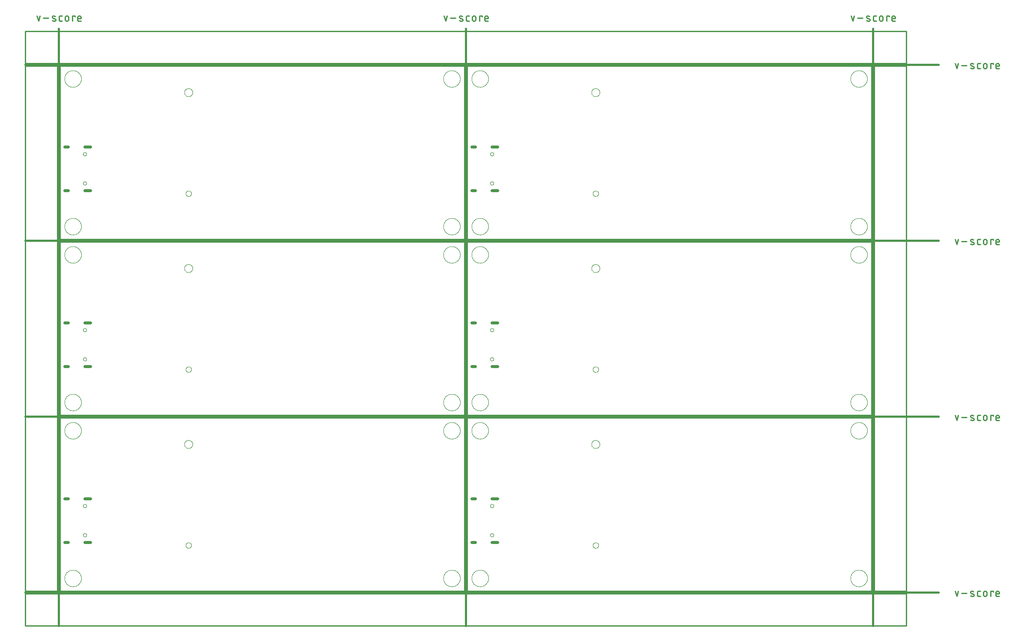
<source format=gko>
G04 EAGLE Gerber RS-274X export*
G75*
%MOMM*%
%FSLAX34Y34*%
%LPD*%
%IN*%
%IPPOS*%
%AMOC8*
5,1,8,0,0,1.08239X$1,22.5*%
G01*
%ADD10C,0.254000*%
%ADD11C,0.381000*%
%ADD12C,0.279400*%
%ADD13C,0.000000*%
%ADD14C,0.600000*%


D10*
X0Y0D02*
X0Y342900D01*
X800100Y342900D01*
X800100Y0D01*
X0Y0D01*
X805180Y0D02*
X805180Y342900D01*
X1605280Y342900D01*
X1605280Y0D01*
X805180Y0D01*
X0Y347980D02*
X0Y690880D01*
X800100Y690880D01*
X800100Y347980D01*
X0Y347980D01*
X805180Y347980D02*
X805180Y690880D01*
X1605280Y690880D01*
X1605280Y347980D01*
X805180Y347980D01*
X0Y695960D02*
X0Y1038860D01*
X800100Y1038860D01*
X800100Y695960D01*
X0Y695960D01*
X805180Y695960D02*
X805180Y1038860D01*
X1605280Y1038860D01*
X1605280Y695960D01*
X805180Y695960D01*
D11*
X-2540Y1112520D02*
X-2540Y-68580D01*
D12*
X-42921Y1127887D02*
X-46251Y1137878D01*
X-39590Y1137878D02*
X-42921Y1127887D01*
X-32806Y1133715D02*
X-22815Y1133715D01*
X-14261Y1133715D02*
X-10098Y1132050D01*
X-14261Y1133714D02*
X-14346Y1133750D01*
X-14429Y1133790D01*
X-14510Y1133833D01*
X-14590Y1133880D01*
X-14667Y1133930D01*
X-14743Y1133983D01*
X-14816Y1134039D01*
X-14886Y1134099D01*
X-14954Y1134161D01*
X-15019Y1134226D01*
X-15081Y1134294D01*
X-15141Y1134365D01*
X-15197Y1134438D01*
X-15250Y1134513D01*
X-15300Y1134591D01*
X-15346Y1134670D01*
X-15389Y1134752D01*
X-15429Y1134835D01*
X-15465Y1134920D01*
X-15497Y1135006D01*
X-15526Y1135094D01*
X-15550Y1135183D01*
X-15571Y1135273D01*
X-15588Y1135363D01*
X-15602Y1135454D01*
X-15611Y1135546D01*
X-15616Y1135638D01*
X-15618Y1135730D01*
X-15616Y1135822D01*
X-15609Y1135914D01*
X-15599Y1136006D01*
X-15585Y1136097D01*
X-15567Y1136188D01*
X-15545Y1136277D01*
X-15519Y1136366D01*
X-15489Y1136453D01*
X-15456Y1136539D01*
X-15419Y1136623D01*
X-15379Y1136706D01*
X-15335Y1136787D01*
X-15288Y1136866D01*
X-15237Y1136943D01*
X-15183Y1137018D01*
X-15126Y1137091D01*
X-15066Y1137161D01*
X-15003Y1137228D01*
X-14937Y1137292D01*
X-14869Y1137354D01*
X-14798Y1137413D01*
X-14724Y1137468D01*
X-14648Y1137521D01*
X-14570Y1137570D01*
X-14490Y1137616D01*
X-14409Y1137658D01*
X-14325Y1137697D01*
X-14240Y1137732D01*
X-14153Y1137763D01*
X-14065Y1137791D01*
X-13976Y1137815D01*
X-13886Y1137835D01*
X-13796Y1137852D01*
X-13704Y1137864D01*
X-13612Y1137873D01*
X-13520Y1137877D01*
X-13428Y1137878D01*
X-13201Y1137872D01*
X-12974Y1137861D01*
X-12747Y1137844D01*
X-12521Y1137821D01*
X-12295Y1137794D01*
X-12070Y1137760D01*
X-11846Y1137722D01*
X-11623Y1137678D01*
X-11401Y1137629D01*
X-11180Y1137574D01*
X-10961Y1137514D01*
X-10743Y1137449D01*
X-10527Y1137378D01*
X-10313Y1137303D01*
X-10100Y1137222D01*
X-9890Y1137136D01*
X-9681Y1137045D01*
X-10098Y1132050D02*
X-10013Y1132014D01*
X-9930Y1131974D01*
X-9849Y1131931D01*
X-9769Y1131884D01*
X-9692Y1131834D01*
X-9616Y1131781D01*
X-9543Y1131725D01*
X-9473Y1131665D01*
X-9405Y1131603D01*
X-9340Y1131538D01*
X-9278Y1131470D01*
X-9218Y1131399D01*
X-9162Y1131326D01*
X-9109Y1131251D01*
X-9059Y1131173D01*
X-9013Y1131094D01*
X-8970Y1131012D01*
X-8930Y1130929D01*
X-8894Y1130844D01*
X-8862Y1130758D01*
X-8833Y1130670D01*
X-8809Y1130581D01*
X-8788Y1130491D01*
X-8771Y1130401D01*
X-8757Y1130310D01*
X-8748Y1130218D01*
X-8743Y1130126D01*
X-8741Y1130034D01*
X-8743Y1129942D01*
X-8750Y1129850D01*
X-8760Y1129758D01*
X-8774Y1129667D01*
X-8792Y1129576D01*
X-8814Y1129487D01*
X-8840Y1129398D01*
X-8870Y1129311D01*
X-8903Y1129225D01*
X-8940Y1129141D01*
X-8980Y1129058D01*
X-9024Y1128977D01*
X-9071Y1128898D01*
X-9122Y1128821D01*
X-9176Y1128746D01*
X-9233Y1128673D01*
X-9293Y1128603D01*
X-9356Y1128536D01*
X-9422Y1128472D01*
X-9490Y1128410D01*
X-9561Y1128351D01*
X-9635Y1128296D01*
X-9711Y1128243D01*
X-9789Y1128194D01*
X-9869Y1128148D01*
X-9950Y1128106D01*
X-10034Y1128067D01*
X-10119Y1128032D01*
X-10206Y1128001D01*
X-10294Y1127973D01*
X-10383Y1127949D01*
X-10473Y1127929D01*
X-10563Y1127912D01*
X-10655Y1127900D01*
X-10747Y1127891D01*
X-10839Y1127887D01*
X-10931Y1127886D01*
X-10931Y1127887D02*
X-11265Y1127896D01*
X-11598Y1127913D01*
X-11931Y1127937D01*
X-12264Y1127970D01*
X-12595Y1128010D01*
X-12926Y1128058D01*
X-13255Y1128114D01*
X-13583Y1128177D01*
X-13909Y1128249D01*
X-14233Y1128328D01*
X-14556Y1128414D01*
X-14876Y1128509D01*
X-15194Y1128611D01*
X-15510Y1128720D01*
X562Y1127887D02*
X3892Y1127887D01*
X562Y1127887D02*
X464Y1127889D01*
X366Y1127895D01*
X268Y1127904D01*
X171Y1127918D01*
X75Y1127935D01*
X-21Y1127956D01*
X-116Y1127981D01*
X-210Y1128009D01*
X-303Y1128041D01*
X-394Y1128077D01*
X-484Y1128116D01*
X-572Y1128159D01*
X-659Y1128206D01*
X-743Y1128255D01*
X-826Y1128308D01*
X-906Y1128364D01*
X-985Y1128423D01*
X-1060Y1128486D01*
X-1134Y1128551D01*
X-1204Y1128619D01*
X-1272Y1128689D01*
X-1338Y1128763D01*
X-1400Y1128839D01*
X-1459Y1128917D01*
X-1515Y1128997D01*
X-1568Y1129080D01*
X-1618Y1129164D01*
X-1664Y1129251D01*
X-1707Y1129339D01*
X-1746Y1129429D01*
X-1782Y1129520D01*
X-1814Y1129613D01*
X-1842Y1129707D01*
X-1867Y1129802D01*
X-1888Y1129898D01*
X-1905Y1129994D01*
X-1919Y1130091D01*
X-1928Y1130189D01*
X-1934Y1130287D01*
X-1936Y1130385D01*
X-1936Y1135380D01*
X-1934Y1135478D01*
X-1928Y1135576D01*
X-1919Y1135674D01*
X-1905Y1135771D01*
X-1888Y1135867D01*
X-1867Y1135963D01*
X-1842Y1136058D01*
X-1814Y1136152D01*
X-1782Y1136245D01*
X-1746Y1136336D01*
X-1707Y1136426D01*
X-1664Y1136514D01*
X-1617Y1136601D01*
X-1568Y1136685D01*
X-1515Y1136768D01*
X-1459Y1136848D01*
X-1400Y1136926D01*
X-1337Y1137002D01*
X-1272Y1137076D01*
X-1204Y1137146D01*
X-1134Y1137214D01*
X-1060Y1137279D01*
X-984Y1137342D01*
X-906Y1137401D01*
X-826Y1137457D01*
X-743Y1137510D01*
X-659Y1137559D01*
X-572Y1137606D01*
X-484Y1137649D01*
X-394Y1137688D01*
X-303Y1137724D01*
X-210Y1137756D01*
X-116Y1137784D01*
X-21Y1137809D01*
X75Y1137830D01*
X171Y1137847D01*
X268Y1137861D01*
X366Y1137870D01*
X464Y1137876D01*
X562Y1137878D01*
X3892Y1137878D01*
X10022Y1134547D02*
X10022Y1131217D01*
X10022Y1134547D02*
X10024Y1134661D01*
X10030Y1134774D01*
X10039Y1134888D01*
X10053Y1135000D01*
X10070Y1135113D01*
X10092Y1135225D01*
X10117Y1135335D01*
X10145Y1135445D01*
X10178Y1135554D01*
X10214Y1135662D01*
X10254Y1135769D01*
X10298Y1135874D01*
X10345Y1135977D01*
X10395Y1136079D01*
X10449Y1136179D01*
X10507Y1136277D01*
X10568Y1136373D01*
X10631Y1136467D01*
X10699Y1136559D01*
X10769Y1136649D01*
X10842Y1136735D01*
X10918Y1136820D01*
X10997Y1136902D01*
X11079Y1136981D01*
X11164Y1137057D01*
X11250Y1137130D01*
X11340Y1137200D01*
X11432Y1137268D01*
X11526Y1137331D01*
X11622Y1137392D01*
X11720Y1137450D01*
X11820Y1137504D01*
X11922Y1137554D01*
X12025Y1137601D01*
X12130Y1137645D01*
X12237Y1137685D01*
X12345Y1137721D01*
X12454Y1137754D01*
X12564Y1137782D01*
X12674Y1137807D01*
X12786Y1137829D01*
X12899Y1137846D01*
X13011Y1137860D01*
X13125Y1137869D01*
X13238Y1137875D01*
X13352Y1137877D01*
X13466Y1137875D01*
X13579Y1137869D01*
X13693Y1137860D01*
X13805Y1137846D01*
X13918Y1137829D01*
X14030Y1137807D01*
X14140Y1137782D01*
X14250Y1137754D01*
X14359Y1137721D01*
X14467Y1137685D01*
X14574Y1137645D01*
X14679Y1137601D01*
X14782Y1137554D01*
X14884Y1137504D01*
X14984Y1137450D01*
X15082Y1137392D01*
X15178Y1137331D01*
X15272Y1137268D01*
X15364Y1137200D01*
X15454Y1137130D01*
X15540Y1137057D01*
X15625Y1136981D01*
X15707Y1136902D01*
X15786Y1136820D01*
X15862Y1136735D01*
X15935Y1136649D01*
X16005Y1136559D01*
X16073Y1136467D01*
X16136Y1136373D01*
X16197Y1136277D01*
X16255Y1136179D01*
X16309Y1136079D01*
X16359Y1135977D01*
X16406Y1135874D01*
X16450Y1135769D01*
X16490Y1135662D01*
X16526Y1135554D01*
X16559Y1135445D01*
X16587Y1135335D01*
X16612Y1135225D01*
X16634Y1135113D01*
X16651Y1135000D01*
X16665Y1134888D01*
X16674Y1134774D01*
X16680Y1134661D01*
X16682Y1134547D01*
X16682Y1131217D01*
X16680Y1131103D01*
X16674Y1130990D01*
X16665Y1130876D01*
X16651Y1130764D01*
X16634Y1130651D01*
X16612Y1130539D01*
X16587Y1130429D01*
X16559Y1130319D01*
X16526Y1130210D01*
X16490Y1130102D01*
X16450Y1129995D01*
X16406Y1129890D01*
X16359Y1129787D01*
X16309Y1129685D01*
X16255Y1129585D01*
X16197Y1129487D01*
X16136Y1129391D01*
X16073Y1129297D01*
X16005Y1129205D01*
X15935Y1129115D01*
X15862Y1129029D01*
X15786Y1128944D01*
X15707Y1128862D01*
X15625Y1128783D01*
X15540Y1128707D01*
X15454Y1128634D01*
X15364Y1128564D01*
X15272Y1128496D01*
X15178Y1128433D01*
X15082Y1128372D01*
X14984Y1128314D01*
X14884Y1128260D01*
X14782Y1128210D01*
X14679Y1128163D01*
X14574Y1128119D01*
X14467Y1128079D01*
X14359Y1128043D01*
X14250Y1128010D01*
X14140Y1127982D01*
X14030Y1127957D01*
X13918Y1127935D01*
X13805Y1127918D01*
X13693Y1127904D01*
X13579Y1127895D01*
X13466Y1127889D01*
X13352Y1127887D01*
X13238Y1127889D01*
X13125Y1127895D01*
X13011Y1127904D01*
X12899Y1127918D01*
X12786Y1127935D01*
X12674Y1127957D01*
X12564Y1127982D01*
X12454Y1128010D01*
X12345Y1128043D01*
X12237Y1128079D01*
X12130Y1128119D01*
X12025Y1128163D01*
X11922Y1128210D01*
X11820Y1128260D01*
X11720Y1128314D01*
X11622Y1128372D01*
X11526Y1128433D01*
X11432Y1128496D01*
X11340Y1128564D01*
X11250Y1128634D01*
X11164Y1128707D01*
X11079Y1128783D01*
X10997Y1128862D01*
X10918Y1128944D01*
X10842Y1129029D01*
X10769Y1129115D01*
X10699Y1129205D01*
X10631Y1129297D01*
X10568Y1129391D01*
X10507Y1129487D01*
X10449Y1129585D01*
X10395Y1129685D01*
X10345Y1129787D01*
X10298Y1129890D01*
X10254Y1129995D01*
X10214Y1130102D01*
X10178Y1130210D01*
X10145Y1130319D01*
X10117Y1130429D01*
X10092Y1130539D01*
X10070Y1130651D01*
X10053Y1130764D01*
X10039Y1130876D01*
X10030Y1130990D01*
X10024Y1131103D01*
X10022Y1131217D01*
X24218Y1127887D02*
X24218Y1137878D01*
X29213Y1137878D01*
X29213Y1136213D01*
X37008Y1127887D02*
X41171Y1127887D01*
X37008Y1127887D02*
X36910Y1127889D01*
X36812Y1127895D01*
X36714Y1127904D01*
X36617Y1127918D01*
X36521Y1127935D01*
X36425Y1127956D01*
X36330Y1127981D01*
X36236Y1128009D01*
X36143Y1128041D01*
X36052Y1128077D01*
X35962Y1128116D01*
X35874Y1128159D01*
X35787Y1128206D01*
X35703Y1128255D01*
X35620Y1128308D01*
X35540Y1128364D01*
X35462Y1128423D01*
X35386Y1128486D01*
X35312Y1128551D01*
X35242Y1128619D01*
X35174Y1128689D01*
X35109Y1128763D01*
X35046Y1128839D01*
X34987Y1128917D01*
X34931Y1128997D01*
X34878Y1129080D01*
X34829Y1129164D01*
X34782Y1129251D01*
X34739Y1129339D01*
X34700Y1129429D01*
X34664Y1129520D01*
X34632Y1129613D01*
X34604Y1129707D01*
X34579Y1129802D01*
X34558Y1129898D01*
X34541Y1129994D01*
X34527Y1130091D01*
X34518Y1130189D01*
X34512Y1130287D01*
X34510Y1130385D01*
X34510Y1134547D01*
X34511Y1134547D02*
X34513Y1134661D01*
X34519Y1134774D01*
X34528Y1134888D01*
X34542Y1135000D01*
X34559Y1135113D01*
X34581Y1135225D01*
X34606Y1135335D01*
X34634Y1135445D01*
X34667Y1135554D01*
X34703Y1135662D01*
X34743Y1135769D01*
X34787Y1135874D01*
X34834Y1135977D01*
X34884Y1136079D01*
X34938Y1136179D01*
X34996Y1136277D01*
X35057Y1136373D01*
X35120Y1136467D01*
X35188Y1136559D01*
X35258Y1136649D01*
X35331Y1136735D01*
X35407Y1136820D01*
X35486Y1136902D01*
X35568Y1136981D01*
X35653Y1137057D01*
X35739Y1137130D01*
X35829Y1137200D01*
X35921Y1137268D01*
X36015Y1137331D01*
X36111Y1137392D01*
X36209Y1137450D01*
X36309Y1137504D01*
X36411Y1137554D01*
X36514Y1137601D01*
X36619Y1137645D01*
X36726Y1137685D01*
X36834Y1137721D01*
X36943Y1137754D01*
X37053Y1137782D01*
X37163Y1137807D01*
X37275Y1137829D01*
X37388Y1137846D01*
X37500Y1137860D01*
X37614Y1137869D01*
X37727Y1137875D01*
X37841Y1137877D01*
X37955Y1137875D01*
X38068Y1137869D01*
X38182Y1137860D01*
X38294Y1137846D01*
X38407Y1137829D01*
X38519Y1137807D01*
X38629Y1137782D01*
X38739Y1137754D01*
X38848Y1137721D01*
X38956Y1137685D01*
X39063Y1137645D01*
X39168Y1137601D01*
X39271Y1137554D01*
X39373Y1137504D01*
X39473Y1137450D01*
X39571Y1137392D01*
X39667Y1137331D01*
X39761Y1137268D01*
X39853Y1137200D01*
X39943Y1137130D01*
X40029Y1137057D01*
X40114Y1136981D01*
X40196Y1136902D01*
X40275Y1136820D01*
X40351Y1136735D01*
X40424Y1136649D01*
X40494Y1136559D01*
X40562Y1136467D01*
X40625Y1136373D01*
X40686Y1136277D01*
X40744Y1136179D01*
X40798Y1136079D01*
X40848Y1135977D01*
X40895Y1135874D01*
X40939Y1135769D01*
X40979Y1135662D01*
X41015Y1135554D01*
X41048Y1135445D01*
X41076Y1135335D01*
X41101Y1135225D01*
X41123Y1135113D01*
X41140Y1135000D01*
X41154Y1134888D01*
X41163Y1134774D01*
X41169Y1134661D01*
X41171Y1134547D01*
X41171Y1132882D01*
X34510Y1132882D01*
D11*
X802640Y1112520D02*
X802640Y-68580D01*
D12*
X762259Y1127887D02*
X758929Y1137878D01*
X765590Y1137878D02*
X762259Y1127887D01*
X772374Y1133715D02*
X782365Y1133715D01*
X790919Y1133715D02*
X795082Y1132050D01*
X790919Y1133714D02*
X790834Y1133750D01*
X790751Y1133790D01*
X790670Y1133833D01*
X790590Y1133880D01*
X790513Y1133930D01*
X790437Y1133983D01*
X790364Y1134039D01*
X790294Y1134099D01*
X790226Y1134161D01*
X790161Y1134226D01*
X790099Y1134294D01*
X790039Y1134365D01*
X789983Y1134438D01*
X789930Y1134513D01*
X789880Y1134591D01*
X789834Y1134670D01*
X789791Y1134752D01*
X789751Y1134835D01*
X789715Y1134920D01*
X789683Y1135006D01*
X789654Y1135094D01*
X789630Y1135183D01*
X789609Y1135273D01*
X789592Y1135363D01*
X789578Y1135454D01*
X789569Y1135546D01*
X789564Y1135638D01*
X789562Y1135730D01*
X789564Y1135822D01*
X789571Y1135914D01*
X789581Y1136006D01*
X789595Y1136097D01*
X789613Y1136188D01*
X789635Y1136277D01*
X789661Y1136366D01*
X789691Y1136453D01*
X789724Y1136539D01*
X789761Y1136623D01*
X789801Y1136706D01*
X789845Y1136787D01*
X789892Y1136866D01*
X789943Y1136943D01*
X789997Y1137018D01*
X790054Y1137091D01*
X790114Y1137161D01*
X790177Y1137228D01*
X790243Y1137292D01*
X790311Y1137354D01*
X790382Y1137413D01*
X790456Y1137468D01*
X790532Y1137521D01*
X790610Y1137570D01*
X790690Y1137616D01*
X790771Y1137658D01*
X790855Y1137697D01*
X790940Y1137732D01*
X791027Y1137763D01*
X791115Y1137791D01*
X791204Y1137815D01*
X791294Y1137835D01*
X791384Y1137852D01*
X791476Y1137864D01*
X791568Y1137873D01*
X791660Y1137877D01*
X791752Y1137878D01*
X791979Y1137872D01*
X792206Y1137861D01*
X792433Y1137844D01*
X792659Y1137821D01*
X792885Y1137794D01*
X793110Y1137760D01*
X793334Y1137722D01*
X793557Y1137678D01*
X793779Y1137629D01*
X794000Y1137574D01*
X794219Y1137514D01*
X794437Y1137449D01*
X794653Y1137378D01*
X794867Y1137303D01*
X795080Y1137222D01*
X795290Y1137136D01*
X795499Y1137045D01*
X795082Y1132050D02*
X795167Y1132014D01*
X795250Y1131974D01*
X795331Y1131931D01*
X795411Y1131884D01*
X795488Y1131834D01*
X795564Y1131781D01*
X795637Y1131725D01*
X795707Y1131665D01*
X795775Y1131603D01*
X795840Y1131538D01*
X795902Y1131470D01*
X795962Y1131399D01*
X796018Y1131326D01*
X796071Y1131251D01*
X796121Y1131173D01*
X796167Y1131094D01*
X796210Y1131012D01*
X796250Y1130929D01*
X796286Y1130844D01*
X796318Y1130758D01*
X796347Y1130670D01*
X796371Y1130581D01*
X796392Y1130491D01*
X796409Y1130401D01*
X796423Y1130310D01*
X796432Y1130218D01*
X796437Y1130126D01*
X796439Y1130034D01*
X796437Y1129942D01*
X796430Y1129850D01*
X796420Y1129758D01*
X796406Y1129667D01*
X796388Y1129576D01*
X796366Y1129487D01*
X796340Y1129398D01*
X796310Y1129311D01*
X796277Y1129225D01*
X796240Y1129141D01*
X796200Y1129058D01*
X796156Y1128977D01*
X796109Y1128898D01*
X796058Y1128821D01*
X796004Y1128746D01*
X795947Y1128673D01*
X795887Y1128603D01*
X795824Y1128536D01*
X795758Y1128472D01*
X795690Y1128410D01*
X795619Y1128351D01*
X795545Y1128296D01*
X795469Y1128243D01*
X795391Y1128194D01*
X795311Y1128148D01*
X795230Y1128106D01*
X795146Y1128067D01*
X795061Y1128032D01*
X794974Y1128001D01*
X794886Y1127973D01*
X794797Y1127949D01*
X794707Y1127929D01*
X794617Y1127912D01*
X794525Y1127900D01*
X794433Y1127891D01*
X794341Y1127887D01*
X794249Y1127886D01*
X794249Y1127887D02*
X793915Y1127896D01*
X793582Y1127913D01*
X793249Y1127937D01*
X792916Y1127970D01*
X792585Y1128010D01*
X792254Y1128058D01*
X791925Y1128114D01*
X791597Y1128177D01*
X791271Y1128249D01*
X790947Y1128328D01*
X790624Y1128414D01*
X790304Y1128509D01*
X789986Y1128611D01*
X789670Y1128720D01*
X805742Y1127887D02*
X809072Y1127887D01*
X805742Y1127887D02*
X805644Y1127889D01*
X805546Y1127895D01*
X805448Y1127904D01*
X805351Y1127918D01*
X805255Y1127935D01*
X805159Y1127956D01*
X805064Y1127981D01*
X804970Y1128009D01*
X804877Y1128041D01*
X804786Y1128077D01*
X804696Y1128116D01*
X804608Y1128159D01*
X804521Y1128206D01*
X804437Y1128255D01*
X804354Y1128308D01*
X804274Y1128364D01*
X804196Y1128423D01*
X804120Y1128486D01*
X804046Y1128551D01*
X803976Y1128619D01*
X803908Y1128689D01*
X803843Y1128763D01*
X803780Y1128839D01*
X803721Y1128917D01*
X803665Y1128997D01*
X803612Y1129080D01*
X803563Y1129164D01*
X803516Y1129251D01*
X803473Y1129339D01*
X803434Y1129429D01*
X803398Y1129520D01*
X803366Y1129613D01*
X803338Y1129707D01*
X803313Y1129802D01*
X803292Y1129898D01*
X803275Y1129994D01*
X803261Y1130091D01*
X803252Y1130189D01*
X803246Y1130287D01*
X803244Y1130385D01*
X803244Y1135380D01*
X803246Y1135478D01*
X803252Y1135576D01*
X803261Y1135674D01*
X803275Y1135771D01*
X803292Y1135867D01*
X803313Y1135963D01*
X803338Y1136058D01*
X803366Y1136152D01*
X803398Y1136245D01*
X803434Y1136336D01*
X803473Y1136426D01*
X803516Y1136514D01*
X803563Y1136601D01*
X803612Y1136685D01*
X803665Y1136768D01*
X803721Y1136848D01*
X803780Y1136927D01*
X803843Y1137002D01*
X803908Y1137076D01*
X803976Y1137146D01*
X804046Y1137214D01*
X804120Y1137280D01*
X804196Y1137342D01*
X804274Y1137401D01*
X804354Y1137457D01*
X804437Y1137510D01*
X804521Y1137560D01*
X804608Y1137606D01*
X804696Y1137649D01*
X804786Y1137688D01*
X804877Y1137724D01*
X804970Y1137756D01*
X805064Y1137784D01*
X805159Y1137809D01*
X805255Y1137830D01*
X805351Y1137847D01*
X805448Y1137861D01*
X805546Y1137870D01*
X805644Y1137876D01*
X805742Y1137878D01*
X809072Y1137878D01*
X815202Y1134547D02*
X815202Y1131217D01*
X815202Y1134547D02*
X815204Y1134661D01*
X815210Y1134774D01*
X815219Y1134888D01*
X815233Y1135000D01*
X815250Y1135113D01*
X815272Y1135225D01*
X815297Y1135335D01*
X815325Y1135445D01*
X815358Y1135554D01*
X815394Y1135662D01*
X815434Y1135769D01*
X815478Y1135874D01*
X815525Y1135977D01*
X815575Y1136079D01*
X815629Y1136179D01*
X815687Y1136277D01*
X815748Y1136373D01*
X815811Y1136467D01*
X815879Y1136559D01*
X815949Y1136649D01*
X816022Y1136735D01*
X816098Y1136820D01*
X816177Y1136902D01*
X816259Y1136981D01*
X816344Y1137057D01*
X816430Y1137130D01*
X816520Y1137200D01*
X816612Y1137268D01*
X816706Y1137331D01*
X816802Y1137392D01*
X816900Y1137450D01*
X817000Y1137504D01*
X817102Y1137554D01*
X817205Y1137601D01*
X817310Y1137645D01*
X817417Y1137685D01*
X817525Y1137721D01*
X817634Y1137754D01*
X817744Y1137782D01*
X817854Y1137807D01*
X817966Y1137829D01*
X818079Y1137846D01*
X818191Y1137860D01*
X818305Y1137869D01*
X818418Y1137875D01*
X818532Y1137877D01*
X818646Y1137875D01*
X818759Y1137869D01*
X818873Y1137860D01*
X818985Y1137846D01*
X819098Y1137829D01*
X819210Y1137807D01*
X819320Y1137782D01*
X819430Y1137754D01*
X819539Y1137721D01*
X819647Y1137685D01*
X819754Y1137645D01*
X819859Y1137601D01*
X819962Y1137554D01*
X820064Y1137504D01*
X820164Y1137450D01*
X820262Y1137392D01*
X820358Y1137331D01*
X820452Y1137268D01*
X820544Y1137200D01*
X820634Y1137130D01*
X820720Y1137057D01*
X820805Y1136981D01*
X820887Y1136902D01*
X820966Y1136820D01*
X821042Y1136735D01*
X821115Y1136649D01*
X821185Y1136559D01*
X821253Y1136467D01*
X821316Y1136373D01*
X821377Y1136277D01*
X821435Y1136179D01*
X821489Y1136079D01*
X821539Y1135977D01*
X821586Y1135874D01*
X821630Y1135769D01*
X821670Y1135662D01*
X821706Y1135554D01*
X821739Y1135445D01*
X821767Y1135335D01*
X821792Y1135225D01*
X821814Y1135113D01*
X821831Y1135000D01*
X821845Y1134888D01*
X821854Y1134774D01*
X821860Y1134661D01*
X821862Y1134547D01*
X821862Y1131217D01*
X821860Y1131103D01*
X821854Y1130990D01*
X821845Y1130876D01*
X821831Y1130764D01*
X821814Y1130651D01*
X821792Y1130539D01*
X821767Y1130429D01*
X821739Y1130319D01*
X821706Y1130210D01*
X821670Y1130102D01*
X821630Y1129995D01*
X821586Y1129890D01*
X821539Y1129787D01*
X821489Y1129685D01*
X821435Y1129585D01*
X821377Y1129487D01*
X821316Y1129391D01*
X821253Y1129297D01*
X821185Y1129205D01*
X821115Y1129115D01*
X821042Y1129029D01*
X820966Y1128944D01*
X820887Y1128862D01*
X820805Y1128783D01*
X820720Y1128707D01*
X820634Y1128634D01*
X820544Y1128564D01*
X820452Y1128496D01*
X820358Y1128433D01*
X820262Y1128372D01*
X820164Y1128314D01*
X820064Y1128260D01*
X819962Y1128210D01*
X819859Y1128163D01*
X819754Y1128119D01*
X819647Y1128079D01*
X819539Y1128043D01*
X819430Y1128010D01*
X819320Y1127982D01*
X819210Y1127957D01*
X819098Y1127935D01*
X818985Y1127918D01*
X818873Y1127904D01*
X818759Y1127895D01*
X818646Y1127889D01*
X818532Y1127887D01*
X818418Y1127889D01*
X818305Y1127895D01*
X818191Y1127904D01*
X818079Y1127918D01*
X817966Y1127935D01*
X817854Y1127957D01*
X817744Y1127982D01*
X817634Y1128010D01*
X817525Y1128043D01*
X817417Y1128079D01*
X817310Y1128119D01*
X817205Y1128163D01*
X817102Y1128210D01*
X817000Y1128260D01*
X816900Y1128314D01*
X816802Y1128372D01*
X816706Y1128433D01*
X816612Y1128496D01*
X816520Y1128564D01*
X816430Y1128634D01*
X816344Y1128707D01*
X816259Y1128783D01*
X816177Y1128862D01*
X816098Y1128944D01*
X816022Y1129029D01*
X815949Y1129115D01*
X815879Y1129205D01*
X815811Y1129297D01*
X815748Y1129391D01*
X815687Y1129487D01*
X815629Y1129585D01*
X815575Y1129685D01*
X815525Y1129787D01*
X815478Y1129890D01*
X815434Y1129995D01*
X815394Y1130102D01*
X815358Y1130210D01*
X815325Y1130319D01*
X815297Y1130429D01*
X815272Y1130539D01*
X815250Y1130651D01*
X815233Y1130764D01*
X815219Y1130876D01*
X815210Y1130990D01*
X815204Y1131103D01*
X815202Y1131217D01*
X829398Y1127887D02*
X829398Y1137878D01*
X834393Y1137878D01*
X834393Y1136213D01*
X842188Y1127887D02*
X846351Y1127887D01*
X842188Y1127887D02*
X842090Y1127889D01*
X841992Y1127895D01*
X841894Y1127904D01*
X841797Y1127918D01*
X841701Y1127935D01*
X841605Y1127956D01*
X841510Y1127981D01*
X841416Y1128009D01*
X841323Y1128041D01*
X841232Y1128077D01*
X841142Y1128116D01*
X841054Y1128159D01*
X840967Y1128206D01*
X840883Y1128255D01*
X840800Y1128308D01*
X840720Y1128364D01*
X840642Y1128423D01*
X840566Y1128486D01*
X840492Y1128551D01*
X840422Y1128619D01*
X840354Y1128689D01*
X840289Y1128763D01*
X840226Y1128839D01*
X840167Y1128917D01*
X840111Y1128997D01*
X840058Y1129080D01*
X840009Y1129164D01*
X839962Y1129251D01*
X839919Y1129339D01*
X839880Y1129429D01*
X839844Y1129520D01*
X839812Y1129613D01*
X839784Y1129707D01*
X839759Y1129802D01*
X839738Y1129898D01*
X839721Y1129994D01*
X839707Y1130091D01*
X839698Y1130189D01*
X839692Y1130287D01*
X839690Y1130385D01*
X839690Y1134547D01*
X839691Y1134547D02*
X839693Y1134661D01*
X839699Y1134774D01*
X839708Y1134888D01*
X839722Y1135000D01*
X839739Y1135113D01*
X839761Y1135225D01*
X839786Y1135335D01*
X839814Y1135445D01*
X839847Y1135554D01*
X839883Y1135662D01*
X839923Y1135769D01*
X839967Y1135874D01*
X840014Y1135977D01*
X840064Y1136079D01*
X840118Y1136179D01*
X840176Y1136277D01*
X840237Y1136373D01*
X840300Y1136467D01*
X840368Y1136559D01*
X840438Y1136649D01*
X840511Y1136735D01*
X840587Y1136820D01*
X840666Y1136902D01*
X840748Y1136981D01*
X840833Y1137057D01*
X840919Y1137130D01*
X841009Y1137200D01*
X841101Y1137268D01*
X841195Y1137331D01*
X841291Y1137392D01*
X841389Y1137450D01*
X841489Y1137504D01*
X841591Y1137554D01*
X841694Y1137601D01*
X841799Y1137645D01*
X841906Y1137685D01*
X842014Y1137721D01*
X842123Y1137754D01*
X842233Y1137782D01*
X842343Y1137807D01*
X842455Y1137829D01*
X842568Y1137846D01*
X842680Y1137860D01*
X842794Y1137869D01*
X842907Y1137875D01*
X843021Y1137877D01*
X843135Y1137875D01*
X843248Y1137869D01*
X843362Y1137860D01*
X843474Y1137846D01*
X843587Y1137829D01*
X843699Y1137807D01*
X843809Y1137782D01*
X843919Y1137754D01*
X844028Y1137721D01*
X844136Y1137685D01*
X844243Y1137645D01*
X844348Y1137601D01*
X844451Y1137554D01*
X844553Y1137504D01*
X844653Y1137450D01*
X844751Y1137392D01*
X844847Y1137331D01*
X844941Y1137268D01*
X845033Y1137200D01*
X845123Y1137130D01*
X845209Y1137057D01*
X845294Y1136981D01*
X845376Y1136902D01*
X845455Y1136820D01*
X845531Y1136735D01*
X845604Y1136649D01*
X845674Y1136559D01*
X845742Y1136467D01*
X845805Y1136373D01*
X845866Y1136277D01*
X845924Y1136179D01*
X845978Y1136079D01*
X846028Y1135977D01*
X846075Y1135874D01*
X846119Y1135769D01*
X846159Y1135662D01*
X846195Y1135554D01*
X846228Y1135445D01*
X846256Y1135335D01*
X846281Y1135225D01*
X846303Y1135113D01*
X846320Y1135000D01*
X846334Y1134888D01*
X846343Y1134774D01*
X846349Y1134661D01*
X846351Y1134547D01*
X846351Y1132882D01*
X839690Y1132882D01*
D11*
X1607820Y1112520D02*
X1607820Y-68580D01*
D12*
X1567439Y1127887D02*
X1564109Y1137878D01*
X1570770Y1137878D02*
X1567439Y1127887D01*
X1577554Y1133715D02*
X1587545Y1133715D01*
X1596099Y1133715D02*
X1600262Y1132050D01*
X1596099Y1133714D02*
X1596014Y1133750D01*
X1595931Y1133790D01*
X1595850Y1133833D01*
X1595770Y1133880D01*
X1595693Y1133930D01*
X1595617Y1133983D01*
X1595544Y1134039D01*
X1595474Y1134099D01*
X1595406Y1134161D01*
X1595341Y1134226D01*
X1595279Y1134294D01*
X1595219Y1134365D01*
X1595163Y1134438D01*
X1595110Y1134513D01*
X1595060Y1134591D01*
X1595014Y1134670D01*
X1594971Y1134752D01*
X1594931Y1134835D01*
X1594895Y1134920D01*
X1594863Y1135006D01*
X1594834Y1135094D01*
X1594810Y1135183D01*
X1594789Y1135273D01*
X1594772Y1135363D01*
X1594758Y1135454D01*
X1594749Y1135546D01*
X1594744Y1135638D01*
X1594742Y1135730D01*
X1594744Y1135822D01*
X1594751Y1135914D01*
X1594761Y1136006D01*
X1594775Y1136097D01*
X1594793Y1136188D01*
X1594815Y1136277D01*
X1594841Y1136366D01*
X1594871Y1136453D01*
X1594904Y1136539D01*
X1594941Y1136623D01*
X1594981Y1136706D01*
X1595025Y1136787D01*
X1595072Y1136866D01*
X1595123Y1136943D01*
X1595177Y1137018D01*
X1595234Y1137091D01*
X1595294Y1137161D01*
X1595357Y1137228D01*
X1595423Y1137292D01*
X1595491Y1137354D01*
X1595562Y1137413D01*
X1595636Y1137468D01*
X1595712Y1137521D01*
X1595790Y1137570D01*
X1595870Y1137616D01*
X1595951Y1137658D01*
X1596035Y1137697D01*
X1596120Y1137732D01*
X1596207Y1137763D01*
X1596295Y1137791D01*
X1596384Y1137815D01*
X1596474Y1137835D01*
X1596564Y1137852D01*
X1596656Y1137864D01*
X1596748Y1137873D01*
X1596840Y1137877D01*
X1596932Y1137878D01*
X1597159Y1137872D01*
X1597386Y1137861D01*
X1597613Y1137844D01*
X1597839Y1137821D01*
X1598065Y1137794D01*
X1598290Y1137760D01*
X1598514Y1137722D01*
X1598737Y1137678D01*
X1598959Y1137629D01*
X1599180Y1137574D01*
X1599399Y1137514D01*
X1599617Y1137449D01*
X1599833Y1137378D01*
X1600047Y1137303D01*
X1600260Y1137222D01*
X1600470Y1137136D01*
X1600679Y1137045D01*
X1600262Y1132050D02*
X1600347Y1132014D01*
X1600430Y1131974D01*
X1600511Y1131931D01*
X1600591Y1131884D01*
X1600668Y1131834D01*
X1600744Y1131781D01*
X1600817Y1131725D01*
X1600887Y1131665D01*
X1600955Y1131603D01*
X1601020Y1131538D01*
X1601082Y1131470D01*
X1601142Y1131399D01*
X1601198Y1131326D01*
X1601251Y1131251D01*
X1601301Y1131173D01*
X1601347Y1131094D01*
X1601390Y1131012D01*
X1601430Y1130929D01*
X1601466Y1130844D01*
X1601498Y1130758D01*
X1601527Y1130670D01*
X1601551Y1130581D01*
X1601572Y1130491D01*
X1601589Y1130401D01*
X1601603Y1130310D01*
X1601612Y1130218D01*
X1601617Y1130126D01*
X1601619Y1130034D01*
X1601617Y1129942D01*
X1601610Y1129850D01*
X1601600Y1129758D01*
X1601586Y1129667D01*
X1601568Y1129576D01*
X1601546Y1129487D01*
X1601520Y1129398D01*
X1601490Y1129311D01*
X1601457Y1129225D01*
X1601420Y1129141D01*
X1601380Y1129058D01*
X1601336Y1128977D01*
X1601289Y1128898D01*
X1601238Y1128821D01*
X1601184Y1128746D01*
X1601127Y1128673D01*
X1601067Y1128603D01*
X1601004Y1128536D01*
X1600938Y1128472D01*
X1600870Y1128410D01*
X1600799Y1128351D01*
X1600725Y1128296D01*
X1600649Y1128243D01*
X1600571Y1128194D01*
X1600491Y1128148D01*
X1600410Y1128106D01*
X1600326Y1128067D01*
X1600241Y1128032D01*
X1600154Y1128001D01*
X1600066Y1127973D01*
X1599977Y1127949D01*
X1599887Y1127929D01*
X1599797Y1127912D01*
X1599705Y1127900D01*
X1599613Y1127891D01*
X1599521Y1127887D01*
X1599429Y1127886D01*
X1599429Y1127887D02*
X1599095Y1127896D01*
X1598762Y1127913D01*
X1598429Y1127937D01*
X1598096Y1127970D01*
X1597765Y1128010D01*
X1597434Y1128058D01*
X1597105Y1128114D01*
X1596777Y1128177D01*
X1596451Y1128249D01*
X1596127Y1128328D01*
X1595804Y1128414D01*
X1595484Y1128509D01*
X1595166Y1128611D01*
X1594850Y1128720D01*
X1610922Y1127887D02*
X1614252Y1127887D01*
X1610922Y1127887D02*
X1610824Y1127889D01*
X1610726Y1127895D01*
X1610628Y1127904D01*
X1610531Y1127918D01*
X1610435Y1127935D01*
X1610339Y1127956D01*
X1610244Y1127981D01*
X1610150Y1128009D01*
X1610057Y1128041D01*
X1609966Y1128077D01*
X1609876Y1128116D01*
X1609788Y1128159D01*
X1609701Y1128206D01*
X1609617Y1128255D01*
X1609534Y1128308D01*
X1609454Y1128364D01*
X1609376Y1128423D01*
X1609300Y1128486D01*
X1609226Y1128551D01*
X1609156Y1128619D01*
X1609088Y1128689D01*
X1609023Y1128763D01*
X1608960Y1128839D01*
X1608901Y1128917D01*
X1608845Y1128997D01*
X1608792Y1129080D01*
X1608743Y1129164D01*
X1608696Y1129251D01*
X1608653Y1129339D01*
X1608614Y1129429D01*
X1608578Y1129520D01*
X1608546Y1129613D01*
X1608518Y1129707D01*
X1608493Y1129802D01*
X1608472Y1129898D01*
X1608455Y1129994D01*
X1608441Y1130091D01*
X1608432Y1130189D01*
X1608426Y1130287D01*
X1608424Y1130385D01*
X1608424Y1135380D01*
X1608426Y1135478D01*
X1608432Y1135576D01*
X1608441Y1135674D01*
X1608455Y1135771D01*
X1608472Y1135867D01*
X1608493Y1135963D01*
X1608518Y1136058D01*
X1608546Y1136152D01*
X1608578Y1136245D01*
X1608614Y1136336D01*
X1608653Y1136426D01*
X1608696Y1136514D01*
X1608743Y1136601D01*
X1608792Y1136685D01*
X1608845Y1136768D01*
X1608901Y1136848D01*
X1608960Y1136927D01*
X1609023Y1137002D01*
X1609088Y1137076D01*
X1609156Y1137146D01*
X1609226Y1137214D01*
X1609300Y1137280D01*
X1609376Y1137342D01*
X1609454Y1137401D01*
X1609534Y1137457D01*
X1609617Y1137510D01*
X1609701Y1137560D01*
X1609788Y1137606D01*
X1609876Y1137649D01*
X1609966Y1137688D01*
X1610057Y1137724D01*
X1610150Y1137756D01*
X1610244Y1137784D01*
X1610339Y1137809D01*
X1610435Y1137830D01*
X1610531Y1137847D01*
X1610628Y1137861D01*
X1610726Y1137870D01*
X1610824Y1137876D01*
X1610922Y1137878D01*
X1614252Y1137878D01*
X1620382Y1134547D02*
X1620382Y1131217D01*
X1620382Y1134547D02*
X1620384Y1134661D01*
X1620390Y1134774D01*
X1620399Y1134888D01*
X1620413Y1135000D01*
X1620430Y1135113D01*
X1620452Y1135225D01*
X1620477Y1135335D01*
X1620505Y1135445D01*
X1620538Y1135554D01*
X1620574Y1135662D01*
X1620614Y1135769D01*
X1620658Y1135874D01*
X1620705Y1135977D01*
X1620755Y1136079D01*
X1620809Y1136179D01*
X1620867Y1136277D01*
X1620928Y1136373D01*
X1620991Y1136467D01*
X1621059Y1136559D01*
X1621129Y1136649D01*
X1621202Y1136735D01*
X1621278Y1136820D01*
X1621357Y1136902D01*
X1621439Y1136981D01*
X1621524Y1137057D01*
X1621610Y1137130D01*
X1621700Y1137200D01*
X1621792Y1137268D01*
X1621886Y1137331D01*
X1621982Y1137392D01*
X1622080Y1137450D01*
X1622180Y1137504D01*
X1622282Y1137554D01*
X1622385Y1137601D01*
X1622490Y1137645D01*
X1622597Y1137685D01*
X1622705Y1137721D01*
X1622814Y1137754D01*
X1622924Y1137782D01*
X1623034Y1137807D01*
X1623146Y1137829D01*
X1623259Y1137846D01*
X1623371Y1137860D01*
X1623485Y1137869D01*
X1623598Y1137875D01*
X1623712Y1137877D01*
X1623826Y1137875D01*
X1623939Y1137869D01*
X1624053Y1137860D01*
X1624165Y1137846D01*
X1624278Y1137829D01*
X1624390Y1137807D01*
X1624500Y1137782D01*
X1624610Y1137754D01*
X1624719Y1137721D01*
X1624827Y1137685D01*
X1624934Y1137645D01*
X1625039Y1137601D01*
X1625142Y1137554D01*
X1625244Y1137504D01*
X1625344Y1137450D01*
X1625442Y1137392D01*
X1625538Y1137331D01*
X1625632Y1137268D01*
X1625724Y1137200D01*
X1625814Y1137130D01*
X1625900Y1137057D01*
X1625985Y1136981D01*
X1626067Y1136902D01*
X1626146Y1136820D01*
X1626222Y1136735D01*
X1626295Y1136649D01*
X1626365Y1136559D01*
X1626433Y1136467D01*
X1626496Y1136373D01*
X1626557Y1136277D01*
X1626615Y1136179D01*
X1626669Y1136079D01*
X1626719Y1135977D01*
X1626766Y1135874D01*
X1626810Y1135769D01*
X1626850Y1135662D01*
X1626886Y1135554D01*
X1626919Y1135445D01*
X1626947Y1135335D01*
X1626972Y1135225D01*
X1626994Y1135113D01*
X1627011Y1135000D01*
X1627025Y1134888D01*
X1627034Y1134774D01*
X1627040Y1134661D01*
X1627042Y1134547D01*
X1627042Y1131217D01*
X1627040Y1131103D01*
X1627034Y1130990D01*
X1627025Y1130876D01*
X1627011Y1130764D01*
X1626994Y1130651D01*
X1626972Y1130539D01*
X1626947Y1130429D01*
X1626919Y1130319D01*
X1626886Y1130210D01*
X1626850Y1130102D01*
X1626810Y1129995D01*
X1626766Y1129890D01*
X1626719Y1129787D01*
X1626669Y1129685D01*
X1626615Y1129585D01*
X1626557Y1129487D01*
X1626496Y1129391D01*
X1626433Y1129297D01*
X1626365Y1129205D01*
X1626295Y1129115D01*
X1626222Y1129029D01*
X1626146Y1128944D01*
X1626067Y1128862D01*
X1625985Y1128783D01*
X1625900Y1128707D01*
X1625814Y1128634D01*
X1625724Y1128564D01*
X1625632Y1128496D01*
X1625538Y1128433D01*
X1625442Y1128372D01*
X1625344Y1128314D01*
X1625244Y1128260D01*
X1625142Y1128210D01*
X1625039Y1128163D01*
X1624934Y1128119D01*
X1624827Y1128079D01*
X1624719Y1128043D01*
X1624610Y1128010D01*
X1624500Y1127982D01*
X1624390Y1127957D01*
X1624278Y1127935D01*
X1624165Y1127918D01*
X1624053Y1127904D01*
X1623939Y1127895D01*
X1623826Y1127889D01*
X1623712Y1127887D01*
X1623598Y1127889D01*
X1623485Y1127895D01*
X1623371Y1127904D01*
X1623259Y1127918D01*
X1623146Y1127935D01*
X1623034Y1127957D01*
X1622924Y1127982D01*
X1622814Y1128010D01*
X1622705Y1128043D01*
X1622597Y1128079D01*
X1622490Y1128119D01*
X1622385Y1128163D01*
X1622282Y1128210D01*
X1622180Y1128260D01*
X1622080Y1128314D01*
X1621982Y1128372D01*
X1621886Y1128433D01*
X1621792Y1128496D01*
X1621700Y1128564D01*
X1621610Y1128634D01*
X1621524Y1128707D01*
X1621439Y1128783D01*
X1621357Y1128862D01*
X1621278Y1128944D01*
X1621202Y1129029D01*
X1621129Y1129115D01*
X1621059Y1129205D01*
X1620991Y1129297D01*
X1620928Y1129391D01*
X1620867Y1129487D01*
X1620809Y1129585D01*
X1620755Y1129685D01*
X1620705Y1129787D01*
X1620658Y1129890D01*
X1620614Y1129995D01*
X1620574Y1130102D01*
X1620538Y1130210D01*
X1620505Y1130319D01*
X1620477Y1130429D01*
X1620452Y1130539D01*
X1620430Y1130651D01*
X1620413Y1130764D01*
X1620399Y1130876D01*
X1620390Y1130990D01*
X1620384Y1131103D01*
X1620382Y1131217D01*
X1634578Y1127887D02*
X1634578Y1137878D01*
X1639573Y1137878D01*
X1639573Y1136213D01*
X1647368Y1127887D02*
X1651531Y1127887D01*
X1647368Y1127887D02*
X1647270Y1127889D01*
X1647172Y1127895D01*
X1647074Y1127904D01*
X1646977Y1127918D01*
X1646881Y1127935D01*
X1646785Y1127956D01*
X1646690Y1127981D01*
X1646596Y1128009D01*
X1646503Y1128041D01*
X1646412Y1128077D01*
X1646322Y1128116D01*
X1646234Y1128159D01*
X1646147Y1128206D01*
X1646063Y1128255D01*
X1645980Y1128308D01*
X1645900Y1128364D01*
X1645822Y1128423D01*
X1645746Y1128486D01*
X1645672Y1128551D01*
X1645602Y1128619D01*
X1645534Y1128689D01*
X1645469Y1128763D01*
X1645406Y1128839D01*
X1645347Y1128917D01*
X1645291Y1128997D01*
X1645238Y1129080D01*
X1645189Y1129164D01*
X1645142Y1129251D01*
X1645099Y1129339D01*
X1645060Y1129429D01*
X1645024Y1129520D01*
X1644992Y1129613D01*
X1644964Y1129707D01*
X1644939Y1129802D01*
X1644918Y1129898D01*
X1644901Y1129994D01*
X1644887Y1130091D01*
X1644878Y1130189D01*
X1644872Y1130287D01*
X1644870Y1130385D01*
X1644870Y1134547D01*
X1644871Y1134547D02*
X1644873Y1134661D01*
X1644879Y1134774D01*
X1644888Y1134888D01*
X1644902Y1135000D01*
X1644919Y1135113D01*
X1644941Y1135225D01*
X1644966Y1135335D01*
X1644994Y1135445D01*
X1645027Y1135554D01*
X1645063Y1135662D01*
X1645103Y1135769D01*
X1645147Y1135874D01*
X1645194Y1135977D01*
X1645244Y1136079D01*
X1645298Y1136179D01*
X1645356Y1136277D01*
X1645417Y1136373D01*
X1645480Y1136467D01*
X1645548Y1136559D01*
X1645618Y1136649D01*
X1645691Y1136735D01*
X1645767Y1136820D01*
X1645846Y1136902D01*
X1645928Y1136981D01*
X1646013Y1137057D01*
X1646099Y1137130D01*
X1646189Y1137200D01*
X1646281Y1137268D01*
X1646375Y1137331D01*
X1646471Y1137392D01*
X1646569Y1137450D01*
X1646669Y1137504D01*
X1646771Y1137554D01*
X1646874Y1137601D01*
X1646979Y1137645D01*
X1647086Y1137685D01*
X1647194Y1137721D01*
X1647303Y1137754D01*
X1647413Y1137782D01*
X1647523Y1137807D01*
X1647635Y1137829D01*
X1647748Y1137846D01*
X1647860Y1137860D01*
X1647974Y1137869D01*
X1648087Y1137875D01*
X1648201Y1137877D01*
X1648315Y1137875D01*
X1648428Y1137869D01*
X1648542Y1137860D01*
X1648654Y1137846D01*
X1648767Y1137829D01*
X1648879Y1137807D01*
X1648989Y1137782D01*
X1649099Y1137754D01*
X1649208Y1137721D01*
X1649316Y1137685D01*
X1649423Y1137645D01*
X1649528Y1137601D01*
X1649631Y1137554D01*
X1649733Y1137504D01*
X1649833Y1137450D01*
X1649931Y1137392D01*
X1650027Y1137331D01*
X1650121Y1137268D01*
X1650213Y1137200D01*
X1650303Y1137130D01*
X1650389Y1137057D01*
X1650474Y1136981D01*
X1650556Y1136902D01*
X1650635Y1136820D01*
X1650711Y1136735D01*
X1650784Y1136649D01*
X1650854Y1136559D01*
X1650922Y1136467D01*
X1650985Y1136373D01*
X1651046Y1136277D01*
X1651104Y1136179D01*
X1651158Y1136079D01*
X1651208Y1135977D01*
X1651255Y1135874D01*
X1651299Y1135769D01*
X1651339Y1135662D01*
X1651375Y1135554D01*
X1651408Y1135445D01*
X1651436Y1135335D01*
X1651461Y1135225D01*
X1651483Y1135113D01*
X1651500Y1135000D01*
X1651514Y1134888D01*
X1651523Y1134774D01*
X1651529Y1134661D01*
X1651531Y1134547D01*
X1651531Y1132882D01*
X1644870Y1132882D01*
D11*
X1737360Y-2540D02*
X-68580Y-2540D01*
D12*
X1769849Y-42D02*
X1773179Y-10033D01*
X1776510Y-42D01*
X1783294Y-4205D02*
X1793285Y-4205D01*
X1801839Y-4205D02*
X1806002Y-5870D01*
X1801839Y-4206D02*
X1801754Y-4170D01*
X1801671Y-4130D01*
X1801590Y-4087D01*
X1801510Y-4040D01*
X1801433Y-3990D01*
X1801357Y-3937D01*
X1801284Y-3881D01*
X1801214Y-3821D01*
X1801146Y-3759D01*
X1801081Y-3694D01*
X1801019Y-3626D01*
X1800959Y-3555D01*
X1800903Y-3482D01*
X1800850Y-3407D01*
X1800800Y-3329D01*
X1800754Y-3250D01*
X1800711Y-3168D01*
X1800671Y-3085D01*
X1800635Y-3000D01*
X1800603Y-2914D01*
X1800574Y-2826D01*
X1800550Y-2737D01*
X1800529Y-2647D01*
X1800512Y-2557D01*
X1800498Y-2466D01*
X1800489Y-2374D01*
X1800484Y-2282D01*
X1800482Y-2190D01*
X1800484Y-2098D01*
X1800491Y-2006D01*
X1800501Y-1914D01*
X1800515Y-1823D01*
X1800533Y-1732D01*
X1800555Y-1643D01*
X1800581Y-1554D01*
X1800611Y-1467D01*
X1800644Y-1381D01*
X1800681Y-1297D01*
X1800721Y-1214D01*
X1800765Y-1133D01*
X1800812Y-1054D01*
X1800863Y-977D01*
X1800917Y-902D01*
X1800974Y-829D01*
X1801034Y-759D01*
X1801097Y-692D01*
X1801163Y-628D01*
X1801231Y-566D01*
X1801302Y-507D01*
X1801376Y-452D01*
X1801452Y-399D01*
X1801530Y-350D01*
X1801610Y-304D01*
X1801691Y-262D01*
X1801775Y-223D01*
X1801860Y-188D01*
X1801947Y-157D01*
X1802035Y-129D01*
X1802124Y-105D01*
X1802214Y-85D01*
X1802304Y-68D01*
X1802396Y-56D01*
X1802488Y-47D01*
X1802580Y-43D01*
X1802672Y-42D01*
X1802899Y-48D01*
X1803126Y-59D01*
X1803353Y-76D01*
X1803579Y-99D01*
X1803805Y-126D01*
X1804030Y-160D01*
X1804254Y-198D01*
X1804477Y-242D01*
X1804699Y-291D01*
X1804920Y-346D01*
X1805139Y-406D01*
X1805357Y-471D01*
X1805573Y-542D01*
X1805787Y-617D01*
X1806000Y-698D01*
X1806210Y-784D01*
X1806419Y-875D01*
X1806002Y-5870D02*
X1806087Y-5906D01*
X1806170Y-5946D01*
X1806251Y-5989D01*
X1806331Y-6036D01*
X1806408Y-6086D01*
X1806484Y-6139D01*
X1806557Y-6195D01*
X1806627Y-6255D01*
X1806695Y-6317D01*
X1806760Y-6382D01*
X1806822Y-6450D01*
X1806882Y-6521D01*
X1806938Y-6594D01*
X1806991Y-6669D01*
X1807041Y-6747D01*
X1807087Y-6826D01*
X1807130Y-6908D01*
X1807170Y-6991D01*
X1807206Y-7076D01*
X1807238Y-7162D01*
X1807267Y-7250D01*
X1807291Y-7339D01*
X1807312Y-7429D01*
X1807329Y-7519D01*
X1807343Y-7610D01*
X1807352Y-7702D01*
X1807357Y-7794D01*
X1807359Y-7886D01*
X1807357Y-7978D01*
X1807350Y-8070D01*
X1807340Y-8162D01*
X1807326Y-8253D01*
X1807308Y-8344D01*
X1807286Y-8433D01*
X1807260Y-8522D01*
X1807230Y-8609D01*
X1807197Y-8695D01*
X1807160Y-8779D01*
X1807120Y-8862D01*
X1807076Y-8943D01*
X1807029Y-9022D01*
X1806978Y-9099D01*
X1806924Y-9174D01*
X1806867Y-9247D01*
X1806807Y-9317D01*
X1806744Y-9384D01*
X1806678Y-9448D01*
X1806610Y-9510D01*
X1806539Y-9569D01*
X1806465Y-9624D01*
X1806389Y-9677D01*
X1806311Y-9726D01*
X1806231Y-9772D01*
X1806150Y-9814D01*
X1806066Y-9853D01*
X1805981Y-9888D01*
X1805894Y-9919D01*
X1805806Y-9947D01*
X1805717Y-9971D01*
X1805627Y-9991D01*
X1805537Y-10008D01*
X1805445Y-10020D01*
X1805353Y-10029D01*
X1805261Y-10033D01*
X1805169Y-10034D01*
X1805169Y-10033D02*
X1804835Y-10024D01*
X1804502Y-10007D01*
X1804169Y-9983D01*
X1803836Y-9950D01*
X1803505Y-9910D01*
X1803174Y-9862D01*
X1802845Y-9806D01*
X1802517Y-9743D01*
X1802191Y-9671D01*
X1801867Y-9592D01*
X1801544Y-9506D01*
X1801224Y-9411D01*
X1800906Y-9309D01*
X1800590Y-9200D01*
X1816662Y-10033D02*
X1819992Y-10033D01*
X1816662Y-10033D02*
X1816564Y-10031D01*
X1816466Y-10025D01*
X1816368Y-10016D01*
X1816271Y-10002D01*
X1816175Y-9985D01*
X1816079Y-9964D01*
X1815984Y-9939D01*
X1815890Y-9911D01*
X1815797Y-9879D01*
X1815706Y-9843D01*
X1815616Y-9804D01*
X1815528Y-9761D01*
X1815441Y-9714D01*
X1815357Y-9665D01*
X1815274Y-9612D01*
X1815194Y-9556D01*
X1815116Y-9497D01*
X1815040Y-9435D01*
X1814966Y-9369D01*
X1814896Y-9301D01*
X1814828Y-9231D01*
X1814763Y-9157D01*
X1814700Y-9082D01*
X1814641Y-9003D01*
X1814585Y-8923D01*
X1814532Y-8840D01*
X1814483Y-8756D01*
X1814436Y-8669D01*
X1814393Y-8581D01*
X1814354Y-8491D01*
X1814318Y-8400D01*
X1814286Y-8307D01*
X1814258Y-8213D01*
X1814233Y-8118D01*
X1814212Y-8022D01*
X1814195Y-7926D01*
X1814181Y-7829D01*
X1814172Y-7731D01*
X1814166Y-7633D01*
X1814164Y-7535D01*
X1814164Y-2540D01*
X1814166Y-2442D01*
X1814172Y-2344D01*
X1814181Y-2246D01*
X1814195Y-2149D01*
X1814212Y-2053D01*
X1814233Y-1957D01*
X1814258Y-1862D01*
X1814286Y-1768D01*
X1814318Y-1675D01*
X1814354Y-1584D01*
X1814393Y-1494D01*
X1814436Y-1406D01*
X1814483Y-1319D01*
X1814532Y-1235D01*
X1814585Y-1152D01*
X1814641Y-1072D01*
X1814700Y-994D01*
X1814763Y-918D01*
X1814828Y-844D01*
X1814896Y-774D01*
X1814966Y-706D01*
X1815040Y-641D01*
X1815116Y-578D01*
X1815194Y-519D01*
X1815274Y-463D01*
X1815357Y-410D01*
X1815441Y-361D01*
X1815528Y-314D01*
X1815616Y-271D01*
X1815706Y-232D01*
X1815797Y-196D01*
X1815890Y-164D01*
X1815984Y-136D01*
X1816079Y-111D01*
X1816175Y-90D01*
X1816271Y-73D01*
X1816368Y-59D01*
X1816466Y-50D01*
X1816564Y-44D01*
X1816662Y-42D01*
X1819992Y-42D01*
X1826122Y-3373D02*
X1826122Y-6703D01*
X1826122Y-3373D02*
X1826124Y-3259D01*
X1826130Y-3146D01*
X1826139Y-3032D01*
X1826153Y-2920D01*
X1826170Y-2807D01*
X1826192Y-2695D01*
X1826217Y-2585D01*
X1826245Y-2475D01*
X1826278Y-2366D01*
X1826314Y-2258D01*
X1826354Y-2151D01*
X1826398Y-2046D01*
X1826445Y-1943D01*
X1826495Y-1841D01*
X1826549Y-1741D01*
X1826607Y-1643D01*
X1826668Y-1547D01*
X1826731Y-1453D01*
X1826799Y-1361D01*
X1826869Y-1271D01*
X1826942Y-1185D01*
X1827018Y-1100D01*
X1827097Y-1018D01*
X1827179Y-939D01*
X1827264Y-863D01*
X1827350Y-790D01*
X1827440Y-720D01*
X1827532Y-652D01*
X1827626Y-589D01*
X1827722Y-528D01*
X1827820Y-470D01*
X1827920Y-416D01*
X1828022Y-366D01*
X1828125Y-319D01*
X1828230Y-275D01*
X1828337Y-235D01*
X1828445Y-199D01*
X1828554Y-166D01*
X1828664Y-138D01*
X1828774Y-113D01*
X1828886Y-91D01*
X1828999Y-74D01*
X1829111Y-60D01*
X1829225Y-51D01*
X1829338Y-45D01*
X1829452Y-43D01*
X1829566Y-45D01*
X1829679Y-51D01*
X1829793Y-60D01*
X1829905Y-74D01*
X1830018Y-91D01*
X1830130Y-113D01*
X1830240Y-138D01*
X1830350Y-166D01*
X1830459Y-199D01*
X1830567Y-235D01*
X1830674Y-275D01*
X1830779Y-319D01*
X1830882Y-366D01*
X1830984Y-416D01*
X1831084Y-470D01*
X1831182Y-528D01*
X1831278Y-589D01*
X1831372Y-652D01*
X1831464Y-720D01*
X1831554Y-790D01*
X1831640Y-863D01*
X1831725Y-939D01*
X1831807Y-1018D01*
X1831886Y-1100D01*
X1831962Y-1185D01*
X1832035Y-1271D01*
X1832105Y-1361D01*
X1832173Y-1453D01*
X1832236Y-1547D01*
X1832297Y-1643D01*
X1832355Y-1741D01*
X1832409Y-1841D01*
X1832459Y-1943D01*
X1832506Y-2046D01*
X1832550Y-2151D01*
X1832590Y-2258D01*
X1832626Y-2366D01*
X1832659Y-2475D01*
X1832687Y-2585D01*
X1832712Y-2695D01*
X1832734Y-2807D01*
X1832751Y-2920D01*
X1832765Y-3032D01*
X1832774Y-3146D01*
X1832780Y-3259D01*
X1832782Y-3373D01*
X1832782Y-6703D01*
X1832780Y-6817D01*
X1832774Y-6930D01*
X1832765Y-7044D01*
X1832751Y-7156D01*
X1832734Y-7269D01*
X1832712Y-7381D01*
X1832687Y-7491D01*
X1832659Y-7601D01*
X1832626Y-7710D01*
X1832590Y-7818D01*
X1832550Y-7925D01*
X1832506Y-8030D01*
X1832459Y-8133D01*
X1832409Y-8235D01*
X1832355Y-8335D01*
X1832297Y-8433D01*
X1832236Y-8529D01*
X1832173Y-8623D01*
X1832105Y-8715D01*
X1832035Y-8805D01*
X1831962Y-8891D01*
X1831886Y-8976D01*
X1831807Y-9058D01*
X1831725Y-9137D01*
X1831640Y-9213D01*
X1831554Y-9286D01*
X1831464Y-9356D01*
X1831372Y-9424D01*
X1831278Y-9487D01*
X1831182Y-9548D01*
X1831084Y-9606D01*
X1830984Y-9660D01*
X1830882Y-9710D01*
X1830779Y-9757D01*
X1830674Y-9801D01*
X1830567Y-9841D01*
X1830459Y-9877D01*
X1830350Y-9910D01*
X1830240Y-9938D01*
X1830130Y-9963D01*
X1830018Y-9985D01*
X1829905Y-10002D01*
X1829793Y-10016D01*
X1829679Y-10025D01*
X1829566Y-10031D01*
X1829452Y-10033D01*
X1829338Y-10031D01*
X1829225Y-10025D01*
X1829111Y-10016D01*
X1828999Y-10002D01*
X1828886Y-9985D01*
X1828774Y-9963D01*
X1828664Y-9938D01*
X1828554Y-9910D01*
X1828445Y-9877D01*
X1828337Y-9841D01*
X1828230Y-9801D01*
X1828125Y-9757D01*
X1828022Y-9710D01*
X1827920Y-9660D01*
X1827820Y-9606D01*
X1827722Y-9548D01*
X1827626Y-9487D01*
X1827532Y-9424D01*
X1827440Y-9356D01*
X1827350Y-9286D01*
X1827264Y-9213D01*
X1827179Y-9137D01*
X1827097Y-9058D01*
X1827018Y-8976D01*
X1826942Y-8891D01*
X1826869Y-8805D01*
X1826799Y-8715D01*
X1826731Y-8623D01*
X1826668Y-8529D01*
X1826607Y-8433D01*
X1826549Y-8335D01*
X1826495Y-8235D01*
X1826445Y-8133D01*
X1826398Y-8030D01*
X1826354Y-7925D01*
X1826314Y-7818D01*
X1826278Y-7710D01*
X1826245Y-7601D01*
X1826217Y-7491D01*
X1826192Y-7381D01*
X1826170Y-7269D01*
X1826153Y-7156D01*
X1826139Y-7044D01*
X1826130Y-6930D01*
X1826124Y-6817D01*
X1826122Y-6703D01*
X1840318Y-10033D02*
X1840318Y-42D01*
X1845313Y-42D01*
X1845313Y-1707D01*
X1853108Y-10033D02*
X1857271Y-10033D01*
X1853108Y-10033D02*
X1853010Y-10031D01*
X1852912Y-10025D01*
X1852814Y-10016D01*
X1852717Y-10002D01*
X1852621Y-9985D01*
X1852525Y-9964D01*
X1852430Y-9939D01*
X1852336Y-9911D01*
X1852243Y-9879D01*
X1852152Y-9843D01*
X1852062Y-9804D01*
X1851974Y-9761D01*
X1851887Y-9714D01*
X1851803Y-9665D01*
X1851720Y-9612D01*
X1851640Y-9556D01*
X1851562Y-9497D01*
X1851486Y-9435D01*
X1851412Y-9369D01*
X1851342Y-9301D01*
X1851274Y-9231D01*
X1851209Y-9157D01*
X1851146Y-9082D01*
X1851087Y-9003D01*
X1851031Y-8923D01*
X1850978Y-8840D01*
X1850929Y-8756D01*
X1850882Y-8669D01*
X1850839Y-8581D01*
X1850800Y-8491D01*
X1850764Y-8400D01*
X1850732Y-8307D01*
X1850704Y-8213D01*
X1850679Y-8118D01*
X1850658Y-8022D01*
X1850641Y-7926D01*
X1850627Y-7829D01*
X1850618Y-7731D01*
X1850612Y-7633D01*
X1850610Y-7535D01*
X1850610Y-3373D01*
X1850611Y-3373D02*
X1850613Y-3259D01*
X1850619Y-3146D01*
X1850628Y-3032D01*
X1850642Y-2920D01*
X1850659Y-2807D01*
X1850681Y-2695D01*
X1850706Y-2585D01*
X1850734Y-2475D01*
X1850767Y-2366D01*
X1850803Y-2258D01*
X1850843Y-2151D01*
X1850887Y-2046D01*
X1850934Y-1943D01*
X1850984Y-1841D01*
X1851038Y-1741D01*
X1851096Y-1643D01*
X1851157Y-1547D01*
X1851220Y-1453D01*
X1851288Y-1361D01*
X1851358Y-1271D01*
X1851431Y-1185D01*
X1851507Y-1100D01*
X1851586Y-1018D01*
X1851668Y-939D01*
X1851753Y-863D01*
X1851839Y-790D01*
X1851929Y-720D01*
X1852021Y-652D01*
X1852115Y-589D01*
X1852211Y-528D01*
X1852309Y-470D01*
X1852409Y-416D01*
X1852511Y-366D01*
X1852614Y-319D01*
X1852719Y-275D01*
X1852826Y-235D01*
X1852934Y-199D01*
X1853043Y-166D01*
X1853153Y-138D01*
X1853263Y-113D01*
X1853375Y-91D01*
X1853488Y-74D01*
X1853600Y-60D01*
X1853714Y-51D01*
X1853827Y-45D01*
X1853941Y-43D01*
X1854055Y-45D01*
X1854168Y-51D01*
X1854282Y-60D01*
X1854394Y-74D01*
X1854507Y-91D01*
X1854619Y-113D01*
X1854729Y-138D01*
X1854839Y-166D01*
X1854948Y-199D01*
X1855056Y-235D01*
X1855163Y-275D01*
X1855268Y-319D01*
X1855371Y-366D01*
X1855473Y-416D01*
X1855573Y-470D01*
X1855671Y-528D01*
X1855767Y-589D01*
X1855861Y-652D01*
X1855953Y-720D01*
X1856043Y-790D01*
X1856129Y-863D01*
X1856214Y-939D01*
X1856296Y-1018D01*
X1856375Y-1100D01*
X1856451Y-1185D01*
X1856524Y-1271D01*
X1856594Y-1361D01*
X1856662Y-1453D01*
X1856725Y-1547D01*
X1856786Y-1643D01*
X1856844Y-1741D01*
X1856898Y-1841D01*
X1856948Y-1943D01*
X1856995Y-2046D01*
X1857039Y-2151D01*
X1857079Y-2258D01*
X1857115Y-2366D01*
X1857148Y-2475D01*
X1857176Y-2585D01*
X1857201Y-2695D01*
X1857223Y-2807D01*
X1857240Y-2920D01*
X1857254Y-3032D01*
X1857263Y-3146D01*
X1857269Y-3259D01*
X1857271Y-3373D01*
X1857271Y-5038D01*
X1850610Y-5038D01*
D11*
X1737360Y345440D02*
X-68580Y345440D01*
D12*
X1769849Y347938D02*
X1773179Y337947D01*
X1776510Y347938D01*
X1783294Y343775D02*
X1793285Y343775D01*
X1801839Y343775D02*
X1806002Y342110D01*
X1801839Y343774D02*
X1801754Y343810D01*
X1801671Y343850D01*
X1801590Y343893D01*
X1801510Y343940D01*
X1801433Y343990D01*
X1801357Y344043D01*
X1801284Y344099D01*
X1801214Y344159D01*
X1801146Y344221D01*
X1801081Y344286D01*
X1801019Y344354D01*
X1800959Y344425D01*
X1800903Y344498D01*
X1800850Y344573D01*
X1800800Y344651D01*
X1800754Y344730D01*
X1800711Y344812D01*
X1800671Y344895D01*
X1800635Y344980D01*
X1800603Y345066D01*
X1800574Y345154D01*
X1800550Y345243D01*
X1800529Y345333D01*
X1800512Y345423D01*
X1800498Y345514D01*
X1800489Y345606D01*
X1800484Y345698D01*
X1800482Y345790D01*
X1800484Y345882D01*
X1800491Y345974D01*
X1800501Y346066D01*
X1800515Y346157D01*
X1800533Y346248D01*
X1800555Y346337D01*
X1800581Y346426D01*
X1800611Y346513D01*
X1800644Y346599D01*
X1800681Y346683D01*
X1800721Y346766D01*
X1800765Y346847D01*
X1800812Y346926D01*
X1800863Y347003D01*
X1800917Y347078D01*
X1800974Y347151D01*
X1801034Y347221D01*
X1801097Y347288D01*
X1801163Y347352D01*
X1801231Y347414D01*
X1801302Y347473D01*
X1801376Y347528D01*
X1801452Y347581D01*
X1801530Y347630D01*
X1801610Y347676D01*
X1801691Y347718D01*
X1801775Y347757D01*
X1801860Y347792D01*
X1801947Y347823D01*
X1802035Y347851D01*
X1802124Y347875D01*
X1802214Y347895D01*
X1802304Y347912D01*
X1802396Y347924D01*
X1802488Y347933D01*
X1802580Y347937D01*
X1802672Y347938D01*
X1802899Y347932D01*
X1803126Y347921D01*
X1803353Y347904D01*
X1803579Y347881D01*
X1803805Y347854D01*
X1804030Y347820D01*
X1804254Y347782D01*
X1804477Y347738D01*
X1804699Y347689D01*
X1804920Y347634D01*
X1805139Y347574D01*
X1805357Y347509D01*
X1805573Y347438D01*
X1805787Y347363D01*
X1806000Y347282D01*
X1806210Y347196D01*
X1806419Y347105D01*
X1806002Y342110D02*
X1806087Y342074D01*
X1806170Y342034D01*
X1806251Y341991D01*
X1806331Y341944D01*
X1806408Y341894D01*
X1806484Y341841D01*
X1806557Y341785D01*
X1806627Y341725D01*
X1806695Y341663D01*
X1806760Y341598D01*
X1806822Y341530D01*
X1806882Y341459D01*
X1806938Y341386D01*
X1806991Y341311D01*
X1807041Y341233D01*
X1807087Y341154D01*
X1807130Y341072D01*
X1807170Y340989D01*
X1807206Y340904D01*
X1807238Y340818D01*
X1807267Y340730D01*
X1807291Y340641D01*
X1807312Y340551D01*
X1807329Y340461D01*
X1807343Y340370D01*
X1807352Y340278D01*
X1807357Y340186D01*
X1807359Y340094D01*
X1807357Y340002D01*
X1807350Y339910D01*
X1807340Y339818D01*
X1807326Y339727D01*
X1807308Y339636D01*
X1807286Y339547D01*
X1807260Y339458D01*
X1807230Y339371D01*
X1807197Y339285D01*
X1807160Y339201D01*
X1807120Y339118D01*
X1807076Y339037D01*
X1807029Y338958D01*
X1806978Y338881D01*
X1806924Y338806D01*
X1806867Y338733D01*
X1806807Y338663D01*
X1806744Y338596D01*
X1806678Y338532D01*
X1806610Y338470D01*
X1806539Y338411D01*
X1806465Y338356D01*
X1806389Y338303D01*
X1806311Y338254D01*
X1806231Y338208D01*
X1806150Y338166D01*
X1806066Y338127D01*
X1805981Y338092D01*
X1805894Y338061D01*
X1805806Y338033D01*
X1805717Y338009D01*
X1805627Y337989D01*
X1805537Y337972D01*
X1805445Y337960D01*
X1805353Y337951D01*
X1805261Y337947D01*
X1805169Y337946D01*
X1805169Y337947D02*
X1804835Y337956D01*
X1804502Y337973D01*
X1804169Y337997D01*
X1803836Y338030D01*
X1803505Y338070D01*
X1803174Y338118D01*
X1802845Y338174D01*
X1802517Y338237D01*
X1802191Y338309D01*
X1801867Y338388D01*
X1801544Y338474D01*
X1801224Y338569D01*
X1800906Y338671D01*
X1800590Y338780D01*
X1816662Y337947D02*
X1819992Y337947D01*
X1816662Y337947D02*
X1816564Y337949D01*
X1816466Y337955D01*
X1816368Y337964D01*
X1816271Y337978D01*
X1816175Y337995D01*
X1816079Y338016D01*
X1815984Y338041D01*
X1815890Y338069D01*
X1815797Y338101D01*
X1815706Y338137D01*
X1815616Y338176D01*
X1815528Y338219D01*
X1815441Y338266D01*
X1815357Y338315D01*
X1815274Y338368D01*
X1815194Y338424D01*
X1815116Y338483D01*
X1815040Y338546D01*
X1814966Y338611D01*
X1814896Y338679D01*
X1814828Y338749D01*
X1814763Y338823D01*
X1814700Y338899D01*
X1814641Y338977D01*
X1814585Y339057D01*
X1814532Y339140D01*
X1814483Y339224D01*
X1814436Y339311D01*
X1814393Y339399D01*
X1814354Y339489D01*
X1814318Y339580D01*
X1814286Y339673D01*
X1814258Y339767D01*
X1814233Y339862D01*
X1814212Y339958D01*
X1814195Y340054D01*
X1814181Y340151D01*
X1814172Y340249D01*
X1814166Y340347D01*
X1814164Y340445D01*
X1814164Y345440D01*
X1814166Y345538D01*
X1814172Y345636D01*
X1814181Y345734D01*
X1814195Y345831D01*
X1814212Y345927D01*
X1814233Y346023D01*
X1814258Y346118D01*
X1814286Y346212D01*
X1814318Y346305D01*
X1814354Y346396D01*
X1814393Y346486D01*
X1814436Y346574D01*
X1814483Y346661D01*
X1814532Y346745D01*
X1814585Y346828D01*
X1814641Y346908D01*
X1814700Y346987D01*
X1814763Y347062D01*
X1814828Y347136D01*
X1814896Y347206D01*
X1814966Y347274D01*
X1815040Y347340D01*
X1815116Y347402D01*
X1815194Y347461D01*
X1815274Y347517D01*
X1815357Y347570D01*
X1815441Y347620D01*
X1815528Y347666D01*
X1815616Y347709D01*
X1815706Y347748D01*
X1815797Y347784D01*
X1815890Y347816D01*
X1815984Y347844D01*
X1816079Y347869D01*
X1816175Y347890D01*
X1816271Y347907D01*
X1816368Y347921D01*
X1816466Y347930D01*
X1816564Y347936D01*
X1816662Y347938D01*
X1819992Y347938D01*
X1826122Y344607D02*
X1826122Y341277D01*
X1826122Y344607D02*
X1826124Y344721D01*
X1826130Y344834D01*
X1826139Y344948D01*
X1826153Y345060D01*
X1826170Y345173D01*
X1826192Y345285D01*
X1826217Y345395D01*
X1826245Y345505D01*
X1826278Y345614D01*
X1826314Y345722D01*
X1826354Y345829D01*
X1826398Y345934D01*
X1826445Y346037D01*
X1826495Y346139D01*
X1826549Y346239D01*
X1826607Y346337D01*
X1826668Y346433D01*
X1826731Y346527D01*
X1826799Y346619D01*
X1826869Y346709D01*
X1826942Y346795D01*
X1827018Y346880D01*
X1827097Y346962D01*
X1827179Y347041D01*
X1827264Y347117D01*
X1827350Y347190D01*
X1827440Y347260D01*
X1827532Y347328D01*
X1827626Y347391D01*
X1827722Y347452D01*
X1827820Y347510D01*
X1827920Y347564D01*
X1828022Y347614D01*
X1828125Y347661D01*
X1828230Y347705D01*
X1828337Y347745D01*
X1828445Y347781D01*
X1828554Y347814D01*
X1828664Y347842D01*
X1828774Y347867D01*
X1828886Y347889D01*
X1828999Y347906D01*
X1829111Y347920D01*
X1829225Y347929D01*
X1829338Y347935D01*
X1829452Y347937D01*
X1829566Y347935D01*
X1829679Y347929D01*
X1829793Y347920D01*
X1829905Y347906D01*
X1830018Y347889D01*
X1830130Y347867D01*
X1830240Y347842D01*
X1830350Y347814D01*
X1830459Y347781D01*
X1830567Y347745D01*
X1830674Y347705D01*
X1830779Y347661D01*
X1830882Y347614D01*
X1830984Y347564D01*
X1831084Y347510D01*
X1831182Y347452D01*
X1831278Y347391D01*
X1831372Y347328D01*
X1831464Y347260D01*
X1831554Y347190D01*
X1831640Y347117D01*
X1831725Y347041D01*
X1831807Y346962D01*
X1831886Y346880D01*
X1831962Y346795D01*
X1832035Y346709D01*
X1832105Y346619D01*
X1832173Y346527D01*
X1832236Y346433D01*
X1832297Y346337D01*
X1832355Y346239D01*
X1832409Y346139D01*
X1832459Y346037D01*
X1832506Y345934D01*
X1832550Y345829D01*
X1832590Y345722D01*
X1832626Y345614D01*
X1832659Y345505D01*
X1832687Y345395D01*
X1832712Y345285D01*
X1832734Y345173D01*
X1832751Y345060D01*
X1832765Y344948D01*
X1832774Y344834D01*
X1832780Y344721D01*
X1832782Y344607D01*
X1832782Y341277D01*
X1832780Y341163D01*
X1832774Y341050D01*
X1832765Y340936D01*
X1832751Y340824D01*
X1832734Y340711D01*
X1832712Y340599D01*
X1832687Y340489D01*
X1832659Y340379D01*
X1832626Y340270D01*
X1832590Y340162D01*
X1832550Y340055D01*
X1832506Y339950D01*
X1832459Y339847D01*
X1832409Y339745D01*
X1832355Y339645D01*
X1832297Y339547D01*
X1832236Y339451D01*
X1832173Y339357D01*
X1832105Y339265D01*
X1832035Y339175D01*
X1831962Y339089D01*
X1831886Y339004D01*
X1831807Y338922D01*
X1831725Y338843D01*
X1831640Y338767D01*
X1831554Y338694D01*
X1831464Y338624D01*
X1831372Y338556D01*
X1831278Y338493D01*
X1831182Y338432D01*
X1831084Y338374D01*
X1830984Y338320D01*
X1830882Y338270D01*
X1830779Y338223D01*
X1830674Y338179D01*
X1830567Y338139D01*
X1830459Y338103D01*
X1830350Y338070D01*
X1830240Y338042D01*
X1830130Y338017D01*
X1830018Y337995D01*
X1829905Y337978D01*
X1829793Y337964D01*
X1829679Y337955D01*
X1829566Y337949D01*
X1829452Y337947D01*
X1829338Y337949D01*
X1829225Y337955D01*
X1829111Y337964D01*
X1828999Y337978D01*
X1828886Y337995D01*
X1828774Y338017D01*
X1828664Y338042D01*
X1828554Y338070D01*
X1828445Y338103D01*
X1828337Y338139D01*
X1828230Y338179D01*
X1828125Y338223D01*
X1828022Y338270D01*
X1827920Y338320D01*
X1827820Y338374D01*
X1827722Y338432D01*
X1827626Y338493D01*
X1827532Y338556D01*
X1827440Y338624D01*
X1827350Y338694D01*
X1827264Y338767D01*
X1827179Y338843D01*
X1827097Y338922D01*
X1827018Y339004D01*
X1826942Y339089D01*
X1826869Y339175D01*
X1826799Y339265D01*
X1826731Y339357D01*
X1826668Y339451D01*
X1826607Y339547D01*
X1826549Y339645D01*
X1826495Y339745D01*
X1826445Y339847D01*
X1826398Y339950D01*
X1826354Y340055D01*
X1826314Y340162D01*
X1826278Y340270D01*
X1826245Y340379D01*
X1826217Y340489D01*
X1826192Y340599D01*
X1826170Y340711D01*
X1826153Y340824D01*
X1826139Y340936D01*
X1826130Y341050D01*
X1826124Y341163D01*
X1826122Y341277D01*
X1840318Y337947D02*
X1840318Y347938D01*
X1845313Y347938D01*
X1845313Y346273D01*
X1853108Y337947D02*
X1857271Y337947D01*
X1853108Y337947D02*
X1853010Y337949D01*
X1852912Y337955D01*
X1852814Y337964D01*
X1852717Y337978D01*
X1852621Y337995D01*
X1852525Y338016D01*
X1852430Y338041D01*
X1852336Y338069D01*
X1852243Y338101D01*
X1852152Y338137D01*
X1852062Y338176D01*
X1851974Y338219D01*
X1851887Y338266D01*
X1851803Y338315D01*
X1851720Y338368D01*
X1851640Y338424D01*
X1851562Y338483D01*
X1851486Y338546D01*
X1851412Y338611D01*
X1851342Y338679D01*
X1851274Y338749D01*
X1851209Y338823D01*
X1851146Y338899D01*
X1851087Y338977D01*
X1851031Y339057D01*
X1850978Y339140D01*
X1850929Y339224D01*
X1850882Y339311D01*
X1850839Y339399D01*
X1850800Y339489D01*
X1850764Y339580D01*
X1850732Y339673D01*
X1850704Y339767D01*
X1850679Y339862D01*
X1850658Y339958D01*
X1850641Y340054D01*
X1850627Y340151D01*
X1850618Y340249D01*
X1850612Y340347D01*
X1850610Y340445D01*
X1850610Y344607D01*
X1850611Y344607D02*
X1850613Y344721D01*
X1850619Y344834D01*
X1850628Y344948D01*
X1850642Y345060D01*
X1850659Y345173D01*
X1850681Y345285D01*
X1850706Y345395D01*
X1850734Y345505D01*
X1850767Y345614D01*
X1850803Y345722D01*
X1850843Y345829D01*
X1850887Y345934D01*
X1850934Y346037D01*
X1850984Y346139D01*
X1851038Y346239D01*
X1851096Y346337D01*
X1851157Y346433D01*
X1851220Y346527D01*
X1851288Y346619D01*
X1851358Y346709D01*
X1851431Y346795D01*
X1851507Y346880D01*
X1851586Y346962D01*
X1851668Y347041D01*
X1851753Y347117D01*
X1851839Y347190D01*
X1851929Y347260D01*
X1852021Y347328D01*
X1852115Y347391D01*
X1852211Y347452D01*
X1852309Y347510D01*
X1852409Y347564D01*
X1852511Y347614D01*
X1852614Y347661D01*
X1852719Y347705D01*
X1852826Y347745D01*
X1852934Y347781D01*
X1853043Y347814D01*
X1853153Y347842D01*
X1853263Y347867D01*
X1853375Y347889D01*
X1853488Y347906D01*
X1853600Y347920D01*
X1853714Y347929D01*
X1853827Y347935D01*
X1853941Y347937D01*
X1854055Y347935D01*
X1854168Y347929D01*
X1854282Y347920D01*
X1854394Y347906D01*
X1854507Y347889D01*
X1854619Y347867D01*
X1854729Y347842D01*
X1854839Y347814D01*
X1854948Y347781D01*
X1855056Y347745D01*
X1855163Y347705D01*
X1855268Y347661D01*
X1855371Y347614D01*
X1855473Y347564D01*
X1855573Y347510D01*
X1855671Y347452D01*
X1855767Y347391D01*
X1855861Y347328D01*
X1855953Y347260D01*
X1856043Y347190D01*
X1856129Y347117D01*
X1856214Y347041D01*
X1856296Y346962D01*
X1856375Y346880D01*
X1856451Y346795D01*
X1856524Y346709D01*
X1856594Y346619D01*
X1856662Y346527D01*
X1856725Y346433D01*
X1856786Y346337D01*
X1856844Y346239D01*
X1856898Y346139D01*
X1856948Y346037D01*
X1856995Y345934D01*
X1857039Y345829D01*
X1857079Y345722D01*
X1857115Y345614D01*
X1857148Y345505D01*
X1857176Y345395D01*
X1857201Y345285D01*
X1857223Y345173D01*
X1857240Y345060D01*
X1857254Y344948D01*
X1857263Y344834D01*
X1857269Y344721D01*
X1857271Y344607D01*
X1857271Y342942D01*
X1850610Y342942D01*
D11*
X1737360Y693420D02*
X-68580Y693420D01*
D12*
X1769849Y695918D02*
X1773179Y685927D01*
X1776510Y695918D01*
X1783294Y691755D02*
X1793285Y691755D01*
X1801839Y691755D02*
X1806002Y690090D01*
X1801839Y691754D02*
X1801754Y691790D01*
X1801671Y691830D01*
X1801590Y691873D01*
X1801510Y691920D01*
X1801433Y691970D01*
X1801357Y692023D01*
X1801284Y692079D01*
X1801214Y692139D01*
X1801146Y692201D01*
X1801081Y692266D01*
X1801019Y692334D01*
X1800959Y692405D01*
X1800903Y692478D01*
X1800850Y692553D01*
X1800800Y692631D01*
X1800754Y692710D01*
X1800711Y692792D01*
X1800671Y692875D01*
X1800635Y692960D01*
X1800603Y693046D01*
X1800574Y693134D01*
X1800550Y693223D01*
X1800529Y693313D01*
X1800512Y693403D01*
X1800498Y693494D01*
X1800489Y693586D01*
X1800484Y693678D01*
X1800482Y693770D01*
X1800484Y693862D01*
X1800491Y693954D01*
X1800501Y694046D01*
X1800515Y694137D01*
X1800533Y694228D01*
X1800555Y694317D01*
X1800581Y694406D01*
X1800611Y694493D01*
X1800644Y694579D01*
X1800681Y694663D01*
X1800721Y694746D01*
X1800765Y694827D01*
X1800812Y694906D01*
X1800863Y694983D01*
X1800917Y695058D01*
X1800974Y695131D01*
X1801034Y695201D01*
X1801097Y695268D01*
X1801163Y695332D01*
X1801231Y695394D01*
X1801302Y695453D01*
X1801376Y695508D01*
X1801452Y695561D01*
X1801530Y695610D01*
X1801610Y695656D01*
X1801691Y695698D01*
X1801775Y695737D01*
X1801860Y695772D01*
X1801947Y695803D01*
X1802035Y695831D01*
X1802124Y695855D01*
X1802214Y695875D01*
X1802304Y695892D01*
X1802396Y695904D01*
X1802488Y695913D01*
X1802580Y695917D01*
X1802672Y695918D01*
X1802899Y695912D01*
X1803126Y695901D01*
X1803353Y695884D01*
X1803579Y695861D01*
X1803805Y695834D01*
X1804030Y695800D01*
X1804254Y695762D01*
X1804477Y695718D01*
X1804699Y695669D01*
X1804920Y695614D01*
X1805139Y695554D01*
X1805357Y695489D01*
X1805573Y695418D01*
X1805787Y695343D01*
X1806000Y695262D01*
X1806210Y695176D01*
X1806419Y695085D01*
X1806002Y690090D02*
X1806087Y690054D01*
X1806170Y690014D01*
X1806251Y689971D01*
X1806331Y689924D01*
X1806408Y689874D01*
X1806484Y689821D01*
X1806557Y689765D01*
X1806627Y689705D01*
X1806695Y689643D01*
X1806760Y689578D01*
X1806822Y689510D01*
X1806882Y689439D01*
X1806938Y689366D01*
X1806991Y689291D01*
X1807041Y689213D01*
X1807087Y689134D01*
X1807130Y689052D01*
X1807170Y688969D01*
X1807206Y688884D01*
X1807238Y688798D01*
X1807267Y688710D01*
X1807291Y688621D01*
X1807312Y688531D01*
X1807329Y688441D01*
X1807343Y688350D01*
X1807352Y688258D01*
X1807357Y688166D01*
X1807359Y688074D01*
X1807357Y687982D01*
X1807350Y687890D01*
X1807340Y687798D01*
X1807326Y687707D01*
X1807308Y687616D01*
X1807286Y687527D01*
X1807260Y687438D01*
X1807230Y687351D01*
X1807197Y687265D01*
X1807160Y687181D01*
X1807120Y687098D01*
X1807076Y687017D01*
X1807029Y686938D01*
X1806978Y686861D01*
X1806924Y686786D01*
X1806867Y686713D01*
X1806807Y686643D01*
X1806744Y686576D01*
X1806678Y686512D01*
X1806610Y686450D01*
X1806539Y686391D01*
X1806465Y686336D01*
X1806389Y686283D01*
X1806311Y686234D01*
X1806231Y686188D01*
X1806150Y686146D01*
X1806066Y686107D01*
X1805981Y686072D01*
X1805894Y686041D01*
X1805806Y686013D01*
X1805717Y685989D01*
X1805627Y685969D01*
X1805537Y685952D01*
X1805445Y685940D01*
X1805353Y685931D01*
X1805261Y685927D01*
X1805169Y685926D01*
X1805169Y685927D02*
X1804835Y685936D01*
X1804502Y685953D01*
X1804169Y685977D01*
X1803836Y686010D01*
X1803505Y686050D01*
X1803174Y686098D01*
X1802845Y686154D01*
X1802517Y686217D01*
X1802191Y686289D01*
X1801867Y686368D01*
X1801544Y686454D01*
X1801224Y686549D01*
X1800906Y686651D01*
X1800590Y686760D01*
X1816662Y685927D02*
X1819992Y685927D01*
X1816662Y685927D02*
X1816564Y685929D01*
X1816466Y685935D01*
X1816368Y685944D01*
X1816271Y685958D01*
X1816175Y685975D01*
X1816079Y685996D01*
X1815984Y686021D01*
X1815890Y686049D01*
X1815797Y686081D01*
X1815706Y686117D01*
X1815616Y686156D01*
X1815528Y686199D01*
X1815441Y686246D01*
X1815357Y686295D01*
X1815274Y686348D01*
X1815194Y686404D01*
X1815116Y686463D01*
X1815040Y686526D01*
X1814966Y686591D01*
X1814896Y686659D01*
X1814828Y686729D01*
X1814763Y686803D01*
X1814700Y686879D01*
X1814641Y686957D01*
X1814585Y687037D01*
X1814532Y687120D01*
X1814483Y687204D01*
X1814436Y687291D01*
X1814393Y687379D01*
X1814354Y687469D01*
X1814318Y687560D01*
X1814286Y687653D01*
X1814258Y687747D01*
X1814233Y687842D01*
X1814212Y687938D01*
X1814195Y688034D01*
X1814181Y688131D01*
X1814172Y688229D01*
X1814166Y688327D01*
X1814164Y688425D01*
X1814164Y693420D01*
X1814166Y693518D01*
X1814172Y693616D01*
X1814181Y693714D01*
X1814195Y693811D01*
X1814212Y693907D01*
X1814233Y694003D01*
X1814258Y694098D01*
X1814286Y694192D01*
X1814318Y694285D01*
X1814354Y694376D01*
X1814393Y694466D01*
X1814436Y694554D01*
X1814483Y694641D01*
X1814532Y694725D01*
X1814585Y694808D01*
X1814641Y694888D01*
X1814700Y694967D01*
X1814763Y695042D01*
X1814828Y695116D01*
X1814896Y695186D01*
X1814966Y695254D01*
X1815040Y695320D01*
X1815116Y695382D01*
X1815194Y695441D01*
X1815274Y695497D01*
X1815357Y695550D01*
X1815441Y695600D01*
X1815528Y695646D01*
X1815616Y695689D01*
X1815706Y695728D01*
X1815797Y695764D01*
X1815890Y695796D01*
X1815984Y695824D01*
X1816079Y695849D01*
X1816175Y695870D01*
X1816271Y695887D01*
X1816368Y695901D01*
X1816466Y695910D01*
X1816564Y695916D01*
X1816662Y695918D01*
X1819992Y695918D01*
X1826122Y692587D02*
X1826122Y689257D01*
X1826122Y692587D02*
X1826124Y692701D01*
X1826130Y692814D01*
X1826139Y692928D01*
X1826153Y693040D01*
X1826170Y693153D01*
X1826192Y693265D01*
X1826217Y693375D01*
X1826245Y693485D01*
X1826278Y693594D01*
X1826314Y693702D01*
X1826354Y693809D01*
X1826398Y693914D01*
X1826445Y694017D01*
X1826495Y694119D01*
X1826549Y694219D01*
X1826607Y694317D01*
X1826668Y694413D01*
X1826731Y694507D01*
X1826799Y694599D01*
X1826869Y694689D01*
X1826942Y694775D01*
X1827018Y694860D01*
X1827097Y694942D01*
X1827179Y695021D01*
X1827264Y695097D01*
X1827350Y695170D01*
X1827440Y695240D01*
X1827532Y695308D01*
X1827626Y695371D01*
X1827722Y695432D01*
X1827820Y695490D01*
X1827920Y695544D01*
X1828022Y695594D01*
X1828125Y695641D01*
X1828230Y695685D01*
X1828337Y695725D01*
X1828445Y695761D01*
X1828554Y695794D01*
X1828664Y695822D01*
X1828774Y695847D01*
X1828886Y695869D01*
X1828999Y695886D01*
X1829111Y695900D01*
X1829225Y695909D01*
X1829338Y695915D01*
X1829452Y695917D01*
X1829566Y695915D01*
X1829679Y695909D01*
X1829793Y695900D01*
X1829905Y695886D01*
X1830018Y695869D01*
X1830130Y695847D01*
X1830240Y695822D01*
X1830350Y695794D01*
X1830459Y695761D01*
X1830567Y695725D01*
X1830674Y695685D01*
X1830779Y695641D01*
X1830882Y695594D01*
X1830984Y695544D01*
X1831084Y695490D01*
X1831182Y695432D01*
X1831278Y695371D01*
X1831372Y695308D01*
X1831464Y695240D01*
X1831554Y695170D01*
X1831640Y695097D01*
X1831725Y695021D01*
X1831807Y694942D01*
X1831886Y694860D01*
X1831962Y694775D01*
X1832035Y694689D01*
X1832105Y694599D01*
X1832173Y694507D01*
X1832236Y694413D01*
X1832297Y694317D01*
X1832355Y694219D01*
X1832409Y694119D01*
X1832459Y694017D01*
X1832506Y693914D01*
X1832550Y693809D01*
X1832590Y693702D01*
X1832626Y693594D01*
X1832659Y693485D01*
X1832687Y693375D01*
X1832712Y693265D01*
X1832734Y693153D01*
X1832751Y693040D01*
X1832765Y692928D01*
X1832774Y692814D01*
X1832780Y692701D01*
X1832782Y692587D01*
X1832782Y689257D01*
X1832780Y689143D01*
X1832774Y689030D01*
X1832765Y688916D01*
X1832751Y688804D01*
X1832734Y688691D01*
X1832712Y688579D01*
X1832687Y688469D01*
X1832659Y688359D01*
X1832626Y688250D01*
X1832590Y688142D01*
X1832550Y688035D01*
X1832506Y687930D01*
X1832459Y687827D01*
X1832409Y687725D01*
X1832355Y687625D01*
X1832297Y687527D01*
X1832236Y687431D01*
X1832173Y687337D01*
X1832105Y687245D01*
X1832035Y687155D01*
X1831962Y687069D01*
X1831886Y686984D01*
X1831807Y686902D01*
X1831725Y686823D01*
X1831640Y686747D01*
X1831554Y686674D01*
X1831464Y686604D01*
X1831372Y686536D01*
X1831278Y686473D01*
X1831182Y686412D01*
X1831084Y686354D01*
X1830984Y686300D01*
X1830882Y686250D01*
X1830779Y686203D01*
X1830674Y686159D01*
X1830567Y686119D01*
X1830459Y686083D01*
X1830350Y686050D01*
X1830240Y686022D01*
X1830130Y685997D01*
X1830018Y685975D01*
X1829905Y685958D01*
X1829793Y685944D01*
X1829679Y685935D01*
X1829566Y685929D01*
X1829452Y685927D01*
X1829338Y685929D01*
X1829225Y685935D01*
X1829111Y685944D01*
X1828999Y685958D01*
X1828886Y685975D01*
X1828774Y685997D01*
X1828664Y686022D01*
X1828554Y686050D01*
X1828445Y686083D01*
X1828337Y686119D01*
X1828230Y686159D01*
X1828125Y686203D01*
X1828022Y686250D01*
X1827920Y686300D01*
X1827820Y686354D01*
X1827722Y686412D01*
X1827626Y686473D01*
X1827532Y686536D01*
X1827440Y686604D01*
X1827350Y686674D01*
X1827264Y686747D01*
X1827179Y686823D01*
X1827097Y686902D01*
X1827018Y686984D01*
X1826942Y687069D01*
X1826869Y687155D01*
X1826799Y687245D01*
X1826731Y687337D01*
X1826668Y687431D01*
X1826607Y687527D01*
X1826549Y687625D01*
X1826495Y687725D01*
X1826445Y687827D01*
X1826398Y687930D01*
X1826354Y688035D01*
X1826314Y688142D01*
X1826278Y688250D01*
X1826245Y688359D01*
X1826217Y688469D01*
X1826192Y688579D01*
X1826170Y688691D01*
X1826153Y688804D01*
X1826139Y688916D01*
X1826130Y689030D01*
X1826124Y689143D01*
X1826122Y689257D01*
X1840318Y685927D02*
X1840318Y695918D01*
X1845313Y695918D01*
X1845313Y694253D01*
X1853108Y685927D02*
X1857271Y685927D01*
X1853108Y685927D02*
X1853010Y685929D01*
X1852912Y685935D01*
X1852814Y685944D01*
X1852717Y685958D01*
X1852621Y685975D01*
X1852525Y685996D01*
X1852430Y686021D01*
X1852336Y686049D01*
X1852243Y686081D01*
X1852152Y686117D01*
X1852062Y686156D01*
X1851974Y686199D01*
X1851887Y686246D01*
X1851803Y686295D01*
X1851720Y686348D01*
X1851640Y686404D01*
X1851562Y686463D01*
X1851486Y686526D01*
X1851412Y686591D01*
X1851342Y686659D01*
X1851274Y686729D01*
X1851209Y686803D01*
X1851146Y686879D01*
X1851087Y686957D01*
X1851031Y687037D01*
X1850978Y687120D01*
X1850929Y687204D01*
X1850882Y687291D01*
X1850839Y687379D01*
X1850800Y687469D01*
X1850764Y687560D01*
X1850732Y687653D01*
X1850704Y687747D01*
X1850679Y687842D01*
X1850658Y687938D01*
X1850641Y688034D01*
X1850627Y688131D01*
X1850618Y688229D01*
X1850612Y688327D01*
X1850610Y688425D01*
X1850610Y692587D01*
X1850611Y692587D02*
X1850613Y692701D01*
X1850619Y692814D01*
X1850628Y692928D01*
X1850642Y693040D01*
X1850659Y693153D01*
X1850681Y693265D01*
X1850706Y693375D01*
X1850734Y693485D01*
X1850767Y693594D01*
X1850803Y693702D01*
X1850843Y693809D01*
X1850887Y693914D01*
X1850934Y694017D01*
X1850984Y694119D01*
X1851038Y694219D01*
X1851096Y694317D01*
X1851157Y694413D01*
X1851220Y694507D01*
X1851288Y694599D01*
X1851358Y694689D01*
X1851431Y694775D01*
X1851507Y694860D01*
X1851586Y694942D01*
X1851668Y695021D01*
X1851753Y695097D01*
X1851839Y695170D01*
X1851929Y695240D01*
X1852021Y695308D01*
X1852115Y695371D01*
X1852211Y695432D01*
X1852309Y695490D01*
X1852409Y695544D01*
X1852511Y695594D01*
X1852614Y695641D01*
X1852719Y695685D01*
X1852826Y695725D01*
X1852934Y695761D01*
X1853043Y695794D01*
X1853153Y695822D01*
X1853263Y695847D01*
X1853375Y695869D01*
X1853488Y695886D01*
X1853600Y695900D01*
X1853714Y695909D01*
X1853827Y695915D01*
X1853941Y695917D01*
X1854055Y695915D01*
X1854168Y695909D01*
X1854282Y695900D01*
X1854394Y695886D01*
X1854507Y695869D01*
X1854619Y695847D01*
X1854729Y695822D01*
X1854839Y695794D01*
X1854948Y695761D01*
X1855056Y695725D01*
X1855163Y695685D01*
X1855268Y695641D01*
X1855371Y695594D01*
X1855473Y695544D01*
X1855573Y695490D01*
X1855671Y695432D01*
X1855767Y695371D01*
X1855861Y695308D01*
X1855953Y695240D01*
X1856043Y695170D01*
X1856129Y695097D01*
X1856214Y695021D01*
X1856296Y694942D01*
X1856375Y694860D01*
X1856451Y694775D01*
X1856524Y694689D01*
X1856594Y694599D01*
X1856662Y694507D01*
X1856725Y694413D01*
X1856786Y694317D01*
X1856844Y694219D01*
X1856898Y694119D01*
X1856948Y694017D01*
X1856995Y693914D01*
X1857039Y693809D01*
X1857079Y693702D01*
X1857115Y693594D01*
X1857148Y693485D01*
X1857176Y693375D01*
X1857201Y693265D01*
X1857223Y693153D01*
X1857240Y693040D01*
X1857254Y692928D01*
X1857263Y692814D01*
X1857269Y692701D01*
X1857271Y692587D01*
X1857271Y690922D01*
X1850610Y690922D01*
D11*
X1737360Y1041400D02*
X-68580Y1041400D01*
D12*
X1769849Y1043898D02*
X1773179Y1033907D01*
X1776510Y1043898D01*
X1783294Y1039735D02*
X1793285Y1039735D01*
X1801839Y1039735D02*
X1806002Y1038070D01*
X1801839Y1039734D02*
X1801754Y1039770D01*
X1801671Y1039810D01*
X1801590Y1039853D01*
X1801510Y1039900D01*
X1801433Y1039950D01*
X1801357Y1040003D01*
X1801284Y1040059D01*
X1801214Y1040119D01*
X1801146Y1040181D01*
X1801081Y1040246D01*
X1801019Y1040314D01*
X1800959Y1040385D01*
X1800903Y1040458D01*
X1800850Y1040533D01*
X1800800Y1040611D01*
X1800754Y1040690D01*
X1800711Y1040772D01*
X1800671Y1040855D01*
X1800635Y1040940D01*
X1800603Y1041026D01*
X1800574Y1041114D01*
X1800550Y1041203D01*
X1800529Y1041293D01*
X1800512Y1041383D01*
X1800498Y1041474D01*
X1800489Y1041566D01*
X1800484Y1041658D01*
X1800482Y1041750D01*
X1800484Y1041842D01*
X1800491Y1041934D01*
X1800501Y1042026D01*
X1800515Y1042117D01*
X1800533Y1042208D01*
X1800555Y1042297D01*
X1800581Y1042386D01*
X1800611Y1042473D01*
X1800644Y1042559D01*
X1800681Y1042643D01*
X1800721Y1042726D01*
X1800765Y1042807D01*
X1800812Y1042886D01*
X1800863Y1042963D01*
X1800917Y1043038D01*
X1800974Y1043111D01*
X1801034Y1043181D01*
X1801097Y1043248D01*
X1801163Y1043312D01*
X1801231Y1043374D01*
X1801302Y1043433D01*
X1801376Y1043488D01*
X1801452Y1043541D01*
X1801530Y1043590D01*
X1801610Y1043636D01*
X1801691Y1043678D01*
X1801775Y1043717D01*
X1801860Y1043752D01*
X1801947Y1043783D01*
X1802035Y1043811D01*
X1802124Y1043835D01*
X1802214Y1043855D01*
X1802304Y1043872D01*
X1802396Y1043884D01*
X1802488Y1043893D01*
X1802580Y1043897D01*
X1802672Y1043898D01*
X1802899Y1043892D01*
X1803126Y1043881D01*
X1803353Y1043864D01*
X1803579Y1043841D01*
X1803805Y1043814D01*
X1804030Y1043780D01*
X1804254Y1043742D01*
X1804477Y1043698D01*
X1804699Y1043649D01*
X1804920Y1043594D01*
X1805139Y1043534D01*
X1805357Y1043469D01*
X1805573Y1043398D01*
X1805787Y1043323D01*
X1806000Y1043242D01*
X1806210Y1043156D01*
X1806419Y1043065D01*
X1806002Y1038070D02*
X1806087Y1038034D01*
X1806170Y1037994D01*
X1806251Y1037951D01*
X1806331Y1037904D01*
X1806408Y1037854D01*
X1806484Y1037801D01*
X1806557Y1037745D01*
X1806627Y1037685D01*
X1806695Y1037623D01*
X1806760Y1037558D01*
X1806822Y1037490D01*
X1806882Y1037419D01*
X1806938Y1037346D01*
X1806991Y1037271D01*
X1807041Y1037193D01*
X1807087Y1037114D01*
X1807130Y1037032D01*
X1807170Y1036949D01*
X1807206Y1036864D01*
X1807238Y1036778D01*
X1807267Y1036690D01*
X1807291Y1036601D01*
X1807312Y1036511D01*
X1807329Y1036421D01*
X1807343Y1036330D01*
X1807352Y1036238D01*
X1807357Y1036146D01*
X1807359Y1036054D01*
X1807357Y1035962D01*
X1807350Y1035870D01*
X1807340Y1035778D01*
X1807326Y1035687D01*
X1807308Y1035596D01*
X1807286Y1035507D01*
X1807260Y1035418D01*
X1807230Y1035331D01*
X1807197Y1035245D01*
X1807160Y1035161D01*
X1807120Y1035078D01*
X1807076Y1034997D01*
X1807029Y1034918D01*
X1806978Y1034841D01*
X1806924Y1034766D01*
X1806867Y1034693D01*
X1806807Y1034623D01*
X1806744Y1034556D01*
X1806678Y1034492D01*
X1806610Y1034430D01*
X1806539Y1034371D01*
X1806465Y1034316D01*
X1806389Y1034263D01*
X1806311Y1034214D01*
X1806231Y1034168D01*
X1806150Y1034126D01*
X1806066Y1034087D01*
X1805981Y1034052D01*
X1805894Y1034021D01*
X1805806Y1033993D01*
X1805717Y1033969D01*
X1805627Y1033949D01*
X1805537Y1033932D01*
X1805445Y1033920D01*
X1805353Y1033911D01*
X1805261Y1033907D01*
X1805169Y1033906D01*
X1805169Y1033907D02*
X1804835Y1033916D01*
X1804502Y1033933D01*
X1804169Y1033957D01*
X1803836Y1033990D01*
X1803505Y1034030D01*
X1803174Y1034078D01*
X1802845Y1034134D01*
X1802517Y1034197D01*
X1802191Y1034269D01*
X1801867Y1034348D01*
X1801544Y1034434D01*
X1801224Y1034529D01*
X1800906Y1034631D01*
X1800590Y1034740D01*
X1816662Y1033907D02*
X1819992Y1033907D01*
X1816662Y1033907D02*
X1816564Y1033909D01*
X1816466Y1033915D01*
X1816368Y1033924D01*
X1816271Y1033938D01*
X1816175Y1033955D01*
X1816079Y1033976D01*
X1815984Y1034001D01*
X1815890Y1034029D01*
X1815797Y1034061D01*
X1815706Y1034097D01*
X1815616Y1034136D01*
X1815528Y1034179D01*
X1815441Y1034226D01*
X1815357Y1034275D01*
X1815274Y1034328D01*
X1815194Y1034384D01*
X1815116Y1034443D01*
X1815040Y1034506D01*
X1814966Y1034571D01*
X1814896Y1034639D01*
X1814828Y1034709D01*
X1814763Y1034783D01*
X1814700Y1034859D01*
X1814641Y1034937D01*
X1814585Y1035017D01*
X1814532Y1035100D01*
X1814483Y1035184D01*
X1814436Y1035271D01*
X1814393Y1035359D01*
X1814354Y1035449D01*
X1814318Y1035540D01*
X1814286Y1035633D01*
X1814258Y1035727D01*
X1814233Y1035822D01*
X1814212Y1035918D01*
X1814195Y1036014D01*
X1814181Y1036111D01*
X1814172Y1036209D01*
X1814166Y1036307D01*
X1814164Y1036405D01*
X1814164Y1041400D01*
X1814166Y1041498D01*
X1814172Y1041596D01*
X1814181Y1041694D01*
X1814195Y1041791D01*
X1814212Y1041887D01*
X1814233Y1041983D01*
X1814258Y1042078D01*
X1814286Y1042172D01*
X1814318Y1042265D01*
X1814354Y1042356D01*
X1814393Y1042446D01*
X1814436Y1042534D01*
X1814483Y1042621D01*
X1814532Y1042705D01*
X1814585Y1042788D01*
X1814641Y1042868D01*
X1814700Y1042947D01*
X1814763Y1043022D01*
X1814828Y1043096D01*
X1814896Y1043166D01*
X1814966Y1043234D01*
X1815040Y1043300D01*
X1815116Y1043362D01*
X1815194Y1043421D01*
X1815274Y1043477D01*
X1815357Y1043530D01*
X1815441Y1043580D01*
X1815528Y1043626D01*
X1815616Y1043669D01*
X1815706Y1043708D01*
X1815797Y1043744D01*
X1815890Y1043776D01*
X1815984Y1043804D01*
X1816079Y1043829D01*
X1816175Y1043850D01*
X1816271Y1043867D01*
X1816368Y1043881D01*
X1816466Y1043890D01*
X1816564Y1043896D01*
X1816662Y1043898D01*
X1819992Y1043898D01*
X1826122Y1040567D02*
X1826122Y1037237D01*
X1826122Y1040567D02*
X1826124Y1040681D01*
X1826130Y1040794D01*
X1826139Y1040908D01*
X1826153Y1041020D01*
X1826170Y1041133D01*
X1826192Y1041245D01*
X1826217Y1041355D01*
X1826245Y1041465D01*
X1826278Y1041574D01*
X1826314Y1041682D01*
X1826354Y1041789D01*
X1826398Y1041894D01*
X1826445Y1041997D01*
X1826495Y1042099D01*
X1826549Y1042199D01*
X1826607Y1042297D01*
X1826668Y1042393D01*
X1826731Y1042487D01*
X1826799Y1042579D01*
X1826869Y1042669D01*
X1826942Y1042755D01*
X1827018Y1042840D01*
X1827097Y1042922D01*
X1827179Y1043001D01*
X1827264Y1043077D01*
X1827350Y1043150D01*
X1827440Y1043220D01*
X1827532Y1043288D01*
X1827626Y1043351D01*
X1827722Y1043412D01*
X1827820Y1043470D01*
X1827920Y1043524D01*
X1828022Y1043574D01*
X1828125Y1043621D01*
X1828230Y1043665D01*
X1828337Y1043705D01*
X1828445Y1043741D01*
X1828554Y1043774D01*
X1828664Y1043802D01*
X1828774Y1043827D01*
X1828886Y1043849D01*
X1828999Y1043866D01*
X1829111Y1043880D01*
X1829225Y1043889D01*
X1829338Y1043895D01*
X1829452Y1043897D01*
X1829566Y1043895D01*
X1829679Y1043889D01*
X1829793Y1043880D01*
X1829905Y1043866D01*
X1830018Y1043849D01*
X1830130Y1043827D01*
X1830240Y1043802D01*
X1830350Y1043774D01*
X1830459Y1043741D01*
X1830567Y1043705D01*
X1830674Y1043665D01*
X1830779Y1043621D01*
X1830882Y1043574D01*
X1830984Y1043524D01*
X1831084Y1043470D01*
X1831182Y1043412D01*
X1831278Y1043351D01*
X1831372Y1043288D01*
X1831464Y1043220D01*
X1831554Y1043150D01*
X1831640Y1043077D01*
X1831725Y1043001D01*
X1831807Y1042922D01*
X1831886Y1042840D01*
X1831962Y1042755D01*
X1832035Y1042669D01*
X1832105Y1042579D01*
X1832173Y1042487D01*
X1832236Y1042393D01*
X1832297Y1042297D01*
X1832355Y1042199D01*
X1832409Y1042099D01*
X1832459Y1041997D01*
X1832506Y1041894D01*
X1832550Y1041789D01*
X1832590Y1041682D01*
X1832626Y1041574D01*
X1832659Y1041465D01*
X1832687Y1041355D01*
X1832712Y1041245D01*
X1832734Y1041133D01*
X1832751Y1041020D01*
X1832765Y1040908D01*
X1832774Y1040794D01*
X1832780Y1040681D01*
X1832782Y1040567D01*
X1832782Y1037237D01*
X1832780Y1037123D01*
X1832774Y1037010D01*
X1832765Y1036896D01*
X1832751Y1036784D01*
X1832734Y1036671D01*
X1832712Y1036559D01*
X1832687Y1036449D01*
X1832659Y1036339D01*
X1832626Y1036230D01*
X1832590Y1036122D01*
X1832550Y1036015D01*
X1832506Y1035910D01*
X1832459Y1035807D01*
X1832409Y1035705D01*
X1832355Y1035605D01*
X1832297Y1035507D01*
X1832236Y1035411D01*
X1832173Y1035317D01*
X1832105Y1035225D01*
X1832035Y1035135D01*
X1831962Y1035049D01*
X1831886Y1034964D01*
X1831807Y1034882D01*
X1831725Y1034803D01*
X1831640Y1034727D01*
X1831554Y1034654D01*
X1831464Y1034584D01*
X1831372Y1034516D01*
X1831278Y1034453D01*
X1831182Y1034392D01*
X1831084Y1034334D01*
X1830984Y1034280D01*
X1830882Y1034230D01*
X1830779Y1034183D01*
X1830674Y1034139D01*
X1830567Y1034099D01*
X1830459Y1034063D01*
X1830350Y1034030D01*
X1830240Y1034002D01*
X1830130Y1033977D01*
X1830018Y1033955D01*
X1829905Y1033938D01*
X1829793Y1033924D01*
X1829679Y1033915D01*
X1829566Y1033909D01*
X1829452Y1033907D01*
X1829338Y1033909D01*
X1829225Y1033915D01*
X1829111Y1033924D01*
X1828999Y1033938D01*
X1828886Y1033955D01*
X1828774Y1033977D01*
X1828664Y1034002D01*
X1828554Y1034030D01*
X1828445Y1034063D01*
X1828337Y1034099D01*
X1828230Y1034139D01*
X1828125Y1034183D01*
X1828022Y1034230D01*
X1827920Y1034280D01*
X1827820Y1034334D01*
X1827722Y1034392D01*
X1827626Y1034453D01*
X1827532Y1034516D01*
X1827440Y1034584D01*
X1827350Y1034654D01*
X1827264Y1034727D01*
X1827179Y1034803D01*
X1827097Y1034882D01*
X1827018Y1034964D01*
X1826942Y1035049D01*
X1826869Y1035135D01*
X1826799Y1035225D01*
X1826731Y1035317D01*
X1826668Y1035411D01*
X1826607Y1035507D01*
X1826549Y1035605D01*
X1826495Y1035705D01*
X1826445Y1035807D01*
X1826398Y1035910D01*
X1826354Y1036015D01*
X1826314Y1036122D01*
X1826278Y1036230D01*
X1826245Y1036339D01*
X1826217Y1036449D01*
X1826192Y1036559D01*
X1826170Y1036671D01*
X1826153Y1036784D01*
X1826139Y1036896D01*
X1826130Y1037010D01*
X1826124Y1037123D01*
X1826122Y1037237D01*
X1840318Y1033907D02*
X1840318Y1043898D01*
X1845313Y1043898D01*
X1845313Y1042233D01*
X1853108Y1033907D02*
X1857271Y1033907D01*
X1853108Y1033907D02*
X1853010Y1033909D01*
X1852912Y1033915D01*
X1852814Y1033924D01*
X1852717Y1033938D01*
X1852621Y1033955D01*
X1852525Y1033976D01*
X1852430Y1034001D01*
X1852336Y1034029D01*
X1852243Y1034061D01*
X1852152Y1034097D01*
X1852062Y1034136D01*
X1851974Y1034179D01*
X1851887Y1034226D01*
X1851803Y1034275D01*
X1851720Y1034328D01*
X1851640Y1034384D01*
X1851562Y1034443D01*
X1851486Y1034506D01*
X1851412Y1034571D01*
X1851342Y1034639D01*
X1851274Y1034709D01*
X1851209Y1034783D01*
X1851146Y1034859D01*
X1851087Y1034937D01*
X1851031Y1035017D01*
X1850978Y1035100D01*
X1850929Y1035184D01*
X1850882Y1035271D01*
X1850839Y1035359D01*
X1850800Y1035449D01*
X1850764Y1035540D01*
X1850732Y1035633D01*
X1850704Y1035727D01*
X1850679Y1035822D01*
X1850658Y1035918D01*
X1850641Y1036014D01*
X1850627Y1036111D01*
X1850618Y1036209D01*
X1850612Y1036307D01*
X1850610Y1036405D01*
X1850610Y1040567D01*
X1850611Y1040567D02*
X1850613Y1040681D01*
X1850619Y1040794D01*
X1850628Y1040908D01*
X1850642Y1041020D01*
X1850659Y1041133D01*
X1850681Y1041245D01*
X1850706Y1041355D01*
X1850734Y1041465D01*
X1850767Y1041574D01*
X1850803Y1041682D01*
X1850843Y1041789D01*
X1850887Y1041894D01*
X1850934Y1041997D01*
X1850984Y1042099D01*
X1851038Y1042199D01*
X1851096Y1042297D01*
X1851157Y1042393D01*
X1851220Y1042487D01*
X1851288Y1042579D01*
X1851358Y1042669D01*
X1851431Y1042755D01*
X1851507Y1042840D01*
X1851586Y1042922D01*
X1851668Y1043001D01*
X1851753Y1043077D01*
X1851839Y1043150D01*
X1851929Y1043220D01*
X1852021Y1043288D01*
X1852115Y1043351D01*
X1852211Y1043412D01*
X1852309Y1043470D01*
X1852409Y1043524D01*
X1852511Y1043574D01*
X1852614Y1043621D01*
X1852719Y1043665D01*
X1852826Y1043705D01*
X1852934Y1043741D01*
X1853043Y1043774D01*
X1853153Y1043802D01*
X1853263Y1043827D01*
X1853375Y1043849D01*
X1853488Y1043866D01*
X1853600Y1043880D01*
X1853714Y1043889D01*
X1853827Y1043895D01*
X1853941Y1043897D01*
X1854055Y1043895D01*
X1854168Y1043889D01*
X1854282Y1043880D01*
X1854394Y1043866D01*
X1854507Y1043849D01*
X1854619Y1043827D01*
X1854729Y1043802D01*
X1854839Y1043774D01*
X1854948Y1043741D01*
X1855056Y1043705D01*
X1855163Y1043665D01*
X1855268Y1043621D01*
X1855371Y1043574D01*
X1855473Y1043524D01*
X1855573Y1043470D01*
X1855671Y1043412D01*
X1855767Y1043351D01*
X1855861Y1043288D01*
X1855953Y1043220D01*
X1856043Y1043150D01*
X1856129Y1043077D01*
X1856214Y1043001D01*
X1856296Y1042922D01*
X1856375Y1042840D01*
X1856451Y1042755D01*
X1856524Y1042669D01*
X1856594Y1042579D01*
X1856662Y1042487D01*
X1856725Y1042393D01*
X1856786Y1042297D01*
X1856844Y1042199D01*
X1856898Y1042099D01*
X1856948Y1041997D01*
X1856995Y1041894D01*
X1857039Y1041789D01*
X1857079Y1041682D01*
X1857115Y1041574D01*
X1857148Y1041465D01*
X1857176Y1041355D01*
X1857201Y1041245D01*
X1857223Y1041133D01*
X1857240Y1041020D01*
X1857254Y1040908D01*
X1857263Y1040794D01*
X1857269Y1040681D01*
X1857271Y1040567D01*
X1857271Y1038902D01*
X1850610Y1038902D01*
D10*
X1673860Y-5080D02*
X-68580Y-5080D01*
X1673860Y-5080D02*
X1673860Y-68580D01*
X-68580Y-68580D01*
X-68580Y-5080D01*
X1610360Y1038860D02*
X1673860Y1038860D01*
X1673860Y0D01*
X1610360Y0D01*
X1610360Y1038860D01*
X1673860Y1107440D02*
X-68580Y1107440D01*
X1673860Y1107440D02*
X1673860Y1043940D01*
X-68580Y1043940D01*
X-68580Y1107440D01*
X-68580Y1038860D02*
X-5080Y1038860D01*
X-5080Y0D01*
X-68580Y0D01*
X-68580Y1038860D01*
D13*
X45800Y168600D02*
X45802Y168713D01*
X45808Y168827D01*
X45818Y168940D01*
X45832Y169052D01*
X45849Y169164D01*
X45871Y169276D01*
X45897Y169386D01*
X45926Y169496D01*
X45959Y169604D01*
X45996Y169712D01*
X46037Y169817D01*
X46081Y169922D01*
X46129Y170025D01*
X46180Y170126D01*
X46235Y170225D01*
X46294Y170322D01*
X46356Y170417D01*
X46421Y170510D01*
X46489Y170601D01*
X46560Y170689D01*
X46635Y170775D01*
X46712Y170858D01*
X46792Y170938D01*
X46875Y171015D01*
X46961Y171090D01*
X47049Y171161D01*
X47140Y171229D01*
X47233Y171294D01*
X47328Y171356D01*
X47425Y171415D01*
X47524Y171470D01*
X47625Y171521D01*
X47728Y171569D01*
X47833Y171613D01*
X47938Y171654D01*
X48046Y171691D01*
X48154Y171724D01*
X48264Y171753D01*
X48374Y171779D01*
X48486Y171801D01*
X48598Y171818D01*
X48710Y171832D01*
X48823Y171842D01*
X48937Y171848D01*
X49050Y171850D01*
X49163Y171848D01*
X49277Y171842D01*
X49390Y171832D01*
X49502Y171818D01*
X49614Y171801D01*
X49726Y171779D01*
X49836Y171753D01*
X49946Y171724D01*
X50054Y171691D01*
X50162Y171654D01*
X50267Y171613D01*
X50372Y171569D01*
X50475Y171521D01*
X50576Y171470D01*
X50675Y171415D01*
X50772Y171356D01*
X50867Y171294D01*
X50960Y171229D01*
X51051Y171161D01*
X51139Y171090D01*
X51225Y171015D01*
X51308Y170938D01*
X51388Y170858D01*
X51465Y170775D01*
X51540Y170689D01*
X51611Y170601D01*
X51679Y170510D01*
X51744Y170417D01*
X51806Y170322D01*
X51865Y170225D01*
X51920Y170126D01*
X51971Y170025D01*
X52019Y169922D01*
X52063Y169817D01*
X52104Y169712D01*
X52141Y169604D01*
X52174Y169496D01*
X52203Y169386D01*
X52229Y169276D01*
X52251Y169164D01*
X52268Y169052D01*
X52282Y168940D01*
X52292Y168827D01*
X52298Y168713D01*
X52300Y168600D01*
X52298Y168487D01*
X52292Y168373D01*
X52282Y168260D01*
X52268Y168148D01*
X52251Y168036D01*
X52229Y167924D01*
X52203Y167814D01*
X52174Y167704D01*
X52141Y167596D01*
X52104Y167488D01*
X52063Y167383D01*
X52019Y167278D01*
X51971Y167175D01*
X51920Y167074D01*
X51865Y166975D01*
X51806Y166878D01*
X51744Y166783D01*
X51679Y166690D01*
X51611Y166599D01*
X51540Y166511D01*
X51465Y166425D01*
X51388Y166342D01*
X51308Y166262D01*
X51225Y166185D01*
X51139Y166110D01*
X51051Y166039D01*
X50960Y165971D01*
X50867Y165906D01*
X50772Y165844D01*
X50675Y165785D01*
X50576Y165730D01*
X50475Y165679D01*
X50372Y165631D01*
X50267Y165587D01*
X50162Y165546D01*
X50054Y165509D01*
X49946Y165476D01*
X49836Y165447D01*
X49726Y165421D01*
X49614Y165399D01*
X49502Y165382D01*
X49390Y165368D01*
X49277Y165358D01*
X49163Y165352D01*
X49050Y165350D01*
X48937Y165352D01*
X48823Y165358D01*
X48710Y165368D01*
X48598Y165382D01*
X48486Y165399D01*
X48374Y165421D01*
X48264Y165447D01*
X48154Y165476D01*
X48046Y165509D01*
X47938Y165546D01*
X47833Y165587D01*
X47728Y165631D01*
X47625Y165679D01*
X47524Y165730D01*
X47425Y165785D01*
X47328Y165844D01*
X47233Y165906D01*
X47140Y165971D01*
X47049Y166039D01*
X46961Y166110D01*
X46875Y166185D01*
X46792Y166262D01*
X46712Y166342D01*
X46635Y166425D01*
X46560Y166511D01*
X46489Y166599D01*
X46421Y166690D01*
X46356Y166783D01*
X46294Y166878D01*
X46235Y166975D01*
X46180Y167074D01*
X46129Y167175D01*
X46081Y167278D01*
X46037Y167383D01*
X45996Y167488D01*
X45959Y167596D01*
X45926Y167704D01*
X45897Y167814D01*
X45871Y167924D01*
X45849Y168036D01*
X45832Y168148D01*
X45818Y168260D01*
X45808Y168373D01*
X45802Y168487D01*
X45800Y168600D01*
X45800Y110800D02*
X45802Y110913D01*
X45808Y111027D01*
X45818Y111140D01*
X45832Y111252D01*
X45849Y111364D01*
X45871Y111476D01*
X45897Y111586D01*
X45926Y111696D01*
X45959Y111804D01*
X45996Y111912D01*
X46037Y112017D01*
X46081Y112122D01*
X46129Y112225D01*
X46180Y112326D01*
X46235Y112425D01*
X46294Y112522D01*
X46356Y112617D01*
X46421Y112710D01*
X46489Y112801D01*
X46560Y112889D01*
X46635Y112975D01*
X46712Y113058D01*
X46792Y113138D01*
X46875Y113215D01*
X46961Y113290D01*
X47049Y113361D01*
X47140Y113429D01*
X47233Y113494D01*
X47328Y113556D01*
X47425Y113615D01*
X47524Y113670D01*
X47625Y113721D01*
X47728Y113769D01*
X47833Y113813D01*
X47938Y113854D01*
X48046Y113891D01*
X48154Y113924D01*
X48264Y113953D01*
X48374Y113979D01*
X48486Y114001D01*
X48598Y114018D01*
X48710Y114032D01*
X48823Y114042D01*
X48937Y114048D01*
X49050Y114050D01*
X49163Y114048D01*
X49277Y114042D01*
X49390Y114032D01*
X49502Y114018D01*
X49614Y114001D01*
X49726Y113979D01*
X49836Y113953D01*
X49946Y113924D01*
X50054Y113891D01*
X50162Y113854D01*
X50267Y113813D01*
X50372Y113769D01*
X50475Y113721D01*
X50576Y113670D01*
X50675Y113615D01*
X50772Y113556D01*
X50867Y113494D01*
X50960Y113429D01*
X51051Y113361D01*
X51139Y113290D01*
X51225Y113215D01*
X51308Y113138D01*
X51388Y113058D01*
X51465Y112975D01*
X51540Y112889D01*
X51611Y112801D01*
X51679Y112710D01*
X51744Y112617D01*
X51806Y112522D01*
X51865Y112425D01*
X51920Y112326D01*
X51971Y112225D01*
X52019Y112122D01*
X52063Y112017D01*
X52104Y111912D01*
X52141Y111804D01*
X52174Y111696D01*
X52203Y111586D01*
X52229Y111476D01*
X52251Y111364D01*
X52268Y111252D01*
X52282Y111140D01*
X52292Y111027D01*
X52298Y110913D01*
X52300Y110800D01*
X52298Y110687D01*
X52292Y110573D01*
X52282Y110460D01*
X52268Y110348D01*
X52251Y110236D01*
X52229Y110124D01*
X52203Y110014D01*
X52174Y109904D01*
X52141Y109796D01*
X52104Y109688D01*
X52063Y109583D01*
X52019Y109478D01*
X51971Y109375D01*
X51920Y109274D01*
X51865Y109175D01*
X51806Y109078D01*
X51744Y108983D01*
X51679Y108890D01*
X51611Y108799D01*
X51540Y108711D01*
X51465Y108625D01*
X51388Y108542D01*
X51308Y108462D01*
X51225Y108385D01*
X51139Y108310D01*
X51051Y108239D01*
X50960Y108171D01*
X50867Y108106D01*
X50772Y108044D01*
X50675Y107985D01*
X50576Y107930D01*
X50475Y107879D01*
X50372Y107831D01*
X50267Y107787D01*
X50162Y107746D01*
X50054Y107709D01*
X49946Y107676D01*
X49836Y107647D01*
X49726Y107621D01*
X49614Y107599D01*
X49502Y107582D01*
X49390Y107568D01*
X49277Y107558D01*
X49163Y107552D01*
X49050Y107550D01*
X48937Y107552D01*
X48823Y107558D01*
X48710Y107568D01*
X48598Y107582D01*
X48486Y107599D01*
X48374Y107621D01*
X48264Y107647D01*
X48154Y107676D01*
X48046Y107709D01*
X47938Y107746D01*
X47833Y107787D01*
X47728Y107831D01*
X47625Y107879D01*
X47524Y107930D01*
X47425Y107985D01*
X47328Y108044D01*
X47233Y108106D01*
X47140Y108171D01*
X47049Y108239D01*
X46961Y108310D01*
X46875Y108385D01*
X46792Y108462D01*
X46712Y108542D01*
X46635Y108625D01*
X46560Y108711D01*
X46489Y108799D01*
X46421Y108890D01*
X46356Y108983D01*
X46294Y109078D01*
X46235Y109175D01*
X46180Y109274D01*
X46129Y109375D01*
X46081Y109478D01*
X46037Y109583D01*
X45996Y109688D01*
X45959Y109796D01*
X45926Y109904D01*
X45897Y110014D01*
X45871Y110124D01*
X45849Y110236D01*
X45832Y110348D01*
X45818Y110460D01*
X45808Y110573D01*
X45802Y110687D01*
X45800Y110800D01*
D14*
X48850Y182880D02*
X59850Y182880D01*
X59850Y96520D02*
X48850Y96520D01*
X15700Y182880D02*
X9500Y182880D01*
X9500Y96520D02*
X15700Y96520D01*
D13*
X758190Y317500D02*
X758195Y317905D01*
X758210Y318310D01*
X758235Y318715D01*
X758270Y319118D01*
X758314Y319521D01*
X758369Y319923D01*
X758433Y320323D01*
X758507Y320721D01*
X758591Y321117D01*
X758685Y321512D01*
X758788Y321903D01*
X758901Y322293D01*
X759023Y322679D01*
X759155Y323062D01*
X759296Y323442D01*
X759447Y323818D01*
X759606Y324191D01*
X759775Y324559D01*
X759953Y324923D01*
X760139Y325283D01*
X760335Y325638D01*
X760539Y325988D01*
X760751Y326333D01*
X760972Y326672D01*
X761202Y327007D01*
X761439Y327335D01*
X761684Y327657D01*
X761938Y327974D01*
X762198Y328284D01*
X762467Y328587D01*
X762743Y328884D01*
X763026Y329174D01*
X763316Y329457D01*
X763613Y329733D01*
X763916Y330002D01*
X764226Y330262D01*
X764543Y330516D01*
X764865Y330761D01*
X765193Y330998D01*
X765528Y331228D01*
X765867Y331449D01*
X766212Y331661D01*
X766562Y331865D01*
X766917Y332061D01*
X767277Y332247D01*
X767641Y332425D01*
X768009Y332594D01*
X768382Y332753D01*
X768758Y332904D01*
X769138Y333045D01*
X769521Y333177D01*
X769907Y333299D01*
X770297Y333412D01*
X770688Y333515D01*
X771083Y333609D01*
X771479Y333693D01*
X771877Y333767D01*
X772277Y333831D01*
X772679Y333886D01*
X773082Y333930D01*
X773485Y333965D01*
X773890Y333990D01*
X774295Y334005D01*
X774700Y334010D01*
X775105Y334005D01*
X775510Y333990D01*
X775915Y333965D01*
X776318Y333930D01*
X776721Y333886D01*
X777123Y333831D01*
X777523Y333767D01*
X777921Y333693D01*
X778317Y333609D01*
X778712Y333515D01*
X779103Y333412D01*
X779493Y333299D01*
X779879Y333177D01*
X780262Y333045D01*
X780642Y332904D01*
X781018Y332753D01*
X781391Y332594D01*
X781759Y332425D01*
X782123Y332247D01*
X782483Y332061D01*
X782838Y331865D01*
X783188Y331661D01*
X783533Y331449D01*
X783872Y331228D01*
X784207Y330998D01*
X784535Y330761D01*
X784857Y330516D01*
X785174Y330262D01*
X785484Y330002D01*
X785787Y329733D01*
X786084Y329457D01*
X786374Y329174D01*
X786657Y328884D01*
X786933Y328587D01*
X787202Y328284D01*
X787462Y327974D01*
X787716Y327657D01*
X787961Y327335D01*
X788198Y327007D01*
X788428Y326672D01*
X788649Y326333D01*
X788861Y325988D01*
X789065Y325638D01*
X789261Y325283D01*
X789447Y324923D01*
X789625Y324559D01*
X789794Y324191D01*
X789953Y323818D01*
X790104Y323442D01*
X790245Y323062D01*
X790377Y322679D01*
X790499Y322293D01*
X790612Y321903D01*
X790715Y321512D01*
X790809Y321117D01*
X790893Y320721D01*
X790967Y320323D01*
X791031Y319923D01*
X791086Y319521D01*
X791130Y319118D01*
X791165Y318715D01*
X791190Y318310D01*
X791205Y317905D01*
X791210Y317500D01*
X791205Y317095D01*
X791190Y316690D01*
X791165Y316285D01*
X791130Y315882D01*
X791086Y315479D01*
X791031Y315077D01*
X790967Y314677D01*
X790893Y314279D01*
X790809Y313883D01*
X790715Y313488D01*
X790612Y313097D01*
X790499Y312707D01*
X790377Y312321D01*
X790245Y311938D01*
X790104Y311558D01*
X789953Y311182D01*
X789794Y310809D01*
X789625Y310441D01*
X789447Y310077D01*
X789261Y309717D01*
X789065Y309362D01*
X788861Y309012D01*
X788649Y308667D01*
X788428Y308328D01*
X788198Y307993D01*
X787961Y307665D01*
X787716Y307343D01*
X787462Y307026D01*
X787202Y306716D01*
X786933Y306413D01*
X786657Y306116D01*
X786374Y305826D01*
X786084Y305543D01*
X785787Y305267D01*
X785484Y304998D01*
X785174Y304738D01*
X784857Y304484D01*
X784535Y304239D01*
X784207Y304002D01*
X783872Y303772D01*
X783533Y303551D01*
X783188Y303339D01*
X782838Y303135D01*
X782483Y302939D01*
X782123Y302753D01*
X781759Y302575D01*
X781391Y302406D01*
X781018Y302247D01*
X780642Y302096D01*
X780262Y301955D01*
X779879Y301823D01*
X779493Y301701D01*
X779103Y301588D01*
X778712Y301485D01*
X778317Y301391D01*
X777921Y301307D01*
X777523Y301233D01*
X777123Y301169D01*
X776721Y301114D01*
X776318Y301070D01*
X775915Y301035D01*
X775510Y301010D01*
X775105Y300995D01*
X774700Y300990D01*
X774295Y300995D01*
X773890Y301010D01*
X773485Y301035D01*
X773082Y301070D01*
X772679Y301114D01*
X772277Y301169D01*
X771877Y301233D01*
X771479Y301307D01*
X771083Y301391D01*
X770688Y301485D01*
X770297Y301588D01*
X769907Y301701D01*
X769521Y301823D01*
X769138Y301955D01*
X768758Y302096D01*
X768382Y302247D01*
X768009Y302406D01*
X767641Y302575D01*
X767277Y302753D01*
X766917Y302939D01*
X766562Y303135D01*
X766212Y303339D01*
X765867Y303551D01*
X765528Y303772D01*
X765193Y304002D01*
X764865Y304239D01*
X764543Y304484D01*
X764226Y304738D01*
X763916Y304998D01*
X763613Y305267D01*
X763316Y305543D01*
X763026Y305826D01*
X762743Y306116D01*
X762467Y306413D01*
X762198Y306716D01*
X761938Y307026D01*
X761684Y307343D01*
X761439Y307665D01*
X761202Y307993D01*
X760972Y308328D01*
X760751Y308667D01*
X760539Y309012D01*
X760335Y309362D01*
X760139Y309717D01*
X759953Y310077D01*
X759775Y310441D01*
X759606Y310809D01*
X759447Y311182D01*
X759296Y311558D01*
X759155Y311938D01*
X759023Y312321D01*
X758901Y312707D01*
X758788Y313097D01*
X758685Y313488D01*
X758591Y313883D01*
X758507Y314279D01*
X758433Y314677D01*
X758369Y315077D01*
X758314Y315479D01*
X758270Y315882D01*
X758235Y316285D01*
X758210Y316690D01*
X758195Y317095D01*
X758190Y317500D01*
X8890Y317500D02*
X8895Y317905D01*
X8910Y318310D01*
X8935Y318715D01*
X8970Y319118D01*
X9014Y319521D01*
X9069Y319923D01*
X9133Y320323D01*
X9207Y320721D01*
X9291Y321117D01*
X9385Y321512D01*
X9488Y321903D01*
X9601Y322293D01*
X9723Y322679D01*
X9855Y323062D01*
X9996Y323442D01*
X10147Y323818D01*
X10306Y324191D01*
X10475Y324559D01*
X10653Y324923D01*
X10839Y325283D01*
X11035Y325638D01*
X11239Y325988D01*
X11451Y326333D01*
X11672Y326672D01*
X11902Y327007D01*
X12139Y327335D01*
X12384Y327657D01*
X12638Y327974D01*
X12898Y328284D01*
X13167Y328587D01*
X13443Y328884D01*
X13726Y329174D01*
X14016Y329457D01*
X14313Y329733D01*
X14616Y330002D01*
X14926Y330262D01*
X15243Y330516D01*
X15565Y330761D01*
X15893Y330998D01*
X16228Y331228D01*
X16567Y331449D01*
X16912Y331661D01*
X17262Y331865D01*
X17617Y332061D01*
X17977Y332247D01*
X18341Y332425D01*
X18709Y332594D01*
X19082Y332753D01*
X19458Y332904D01*
X19838Y333045D01*
X20221Y333177D01*
X20607Y333299D01*
X20997Y333412D01*
X21388Y333515D01*
X21783Y333609D01*
X22179Y333693D01*
X22577Y333767D01*
X22977Y333831D01*
X23379Y333886D01*
X23782Y333930D01*
X24185Y333965D01*
X24590Y333990D01*
X24995Y334005D01*
X25400Y334010D01*
X25805Y334005D01*
X26210Y333990D01*
X26615Y333965D01*
X27018Y333930D01*
X27421Y333886D01*
X27823Y333831D01*
X28223Y333767D01*
X28621Y333693D01*
X29017Y333609D01*
X29412Y333515D01*
X29803Y333412D01*
X30193Y333299D01*
X30579Y333177D01*
X30962Y333045D01*
X31342Y332904D01*
X31718Y332753D01*
X32091Y332594D01*
X32459Y332425D01*
X32823Y332247D01*
X33183Y332061D01*
X33538Y331865D01*
X33888Y331661D01*
X34233Y331449D01*
X34572Y331228D01*
X34907Y330998D01*
X35235Y330761D01*
X35557Y330516D01*
X35874Y330262D01*
X36184Y330002D01*
X36487Y329733D01*
X36784Y329457D01*
X37074Y329174D01*
X37357Y328884D01*
X37633Y328587D01*
X37902Y328284D01*
X38162Y327974D01*
X38416Y327657D01*
X38661Y327335D01*
X38898Y327007D01*
X39128Y326672D01*
X39349Y326333D01*
X39561Y325988D01*
X39765Y325638D01*
X39961Y325283D01*
X40147Y324923D01*
X40325Y324559D01*
X40494Y324191D01*
X40653Y323818D01*
X40804Y323442D01*
X40945Y323062D01*
X41077Y322679D01*
X41199Y322293D01*
X41312Y321903D01*
X41415Y321512D01*
X41509Y321117D01*
X41593Y320721D01*
X41667Y320323D01*
X41731Y319923D01*
X41786Y319521D01*
X41830Y319118D01*
X41865Y318715D01*
X41890Y318310D01*
X41905Y317905D01*
X41910Y317500D01*
X41905Y317095D01*
X41890Y316690D01*
X41865Y316285D01*
X41830Y315882D01*
X41786Y315479D01*
X41731Y315077D01*
X41667Y314677D01*
X41593Y314279D01*
X41509Y313883D01*
X41415Y313488D01*
X41312Y313097D01*
X41199Y312707D01*
X41077Y312321D01*
X40945Y311938D01*
X40804Y311558D01*
X40653Y311182D01*
X40494Y310809D01*
X40325Y310441D01*
X40147Y310077D01*
X39961Y309717D01*
X39765Y309362D01*
X39561Y309012D01*
X39349Y308667D01*
X39128Y308328D01*
X38898Y307993D01*
X38661Y307665D01*
X38416Y307343D01*
X38162Y307026D01*
X37902Y306716D01*
X37633Y306413D01*
X37357Y306116D01*
X37074Y305826D01*
X36784Y305543D01*
X36487Y305267D01*
X36184Y304998D01*
X35874Y304738D01*
X35557Y304484D01*
X35235Y304239D01*
X34907Y304002D01*
X34572Y303772D01*
X34233Y303551D01*
X33888Y303339D01*
X33538Y303135D01*
X33183Y302939D01*
X32823Y302753D01*
X32459Y302575D01*
X32091Y302406D01*
X31718Y302247D01*
X31342Y302096D01*
X30962Y301955D01*
X30579Y301823D01*
X30193Y301701D01*
X29803Y301588D01*
X29412Y301485D01*
X29017Y301391D01*
X28621Y301307D01*
X28223Y301233D01*
X27823Y301169D01*
X27421Y301114D01*
X27018Y301070D01*
X26615Y301035D01*
X26210Y301010D01*
X25805Y300995D01*
X25400Y300990D01*
X24995Y300995D01*
X24590Y301010D01*
X24185Y301035D01*
X23782Y301070D01*
X23379Y301114D01*
X22977Y301169D01*
X22577Y301233D01*
X22179Y301307D01*
X21783Y301391D01*
X21388Y301485D01*
X20997Y301588D01*
X20607Y301701D01*
X20221Y301823D01*
X19838Y301955D01*
X19458Y302096D01*
X19082Y302247D01*
X18709Y302406D01*
X18341Y302575D01*
X17977Y302753D01*
X17617Y302939D01*
X17262Y303135D01*
X16912Y303339D01*
X16567Y303551D01*
X16228Y303772D01*
X15893Y304002D01*
X15565Y304239D01*
X15243Y304484D01*
X14926Y304738D01*
X14616Y304998D01*
X14313Y305267D01*
X14016Y305543D01*
X13726Y305826D01*
X13443Y306116D01*
X13167Y306413D01*
X12898Y306716D01*
X12638Y307026D01*
X12384Y307343D01*
X12139Y307665D01*
X11902Y307993D01*
X11672Y308328D01*
X11451Y308667D01*
X11239Y309012D01*
X11035Y309362D01*
X10839Y309717D01*
X10653Y310077D01*
X10475Y310441D01*
X10306Y310809D01*
X10147Y311182D01*
X9996Y311558D01*
X9855Y311938D01*
X9723Y312321D01*
X9601Y312707D01*
X9488Y313097D01*
X9385Y313488D01*
X9291Y313883D01*
X9207Y314279D01*
X9133Y314677D01*
X9069Y315077D01*
X9014Y315479D01*
X8970Y315882D01*
X8935Y316285D01*
X8910Y316690D01*
X8895Y317095D01*
X8890Y317500D01*
X758190Y25400D02*
X758195Y25805D01*
X758210Y26210D01*
X758235Y26615D01*
X758270Y27018D01*
X758314Y27421D01*
X758369Y27823D01*
X758433Y28223D01*
X758507Y28621D01*
X758591Y29017D01*
X758685Y29412D01*
X758788Y29803D01*
X758901Y30193D01*
X759023Y30579D01*
X759155Y30962D01*
X759296Y31342D01*
X759447Y31718D01*
X759606Y32091D01*
X759775Y32459D01*
X759953Y32823D01*
X760139Y33183D01*
X760335Y33538D01*
X760539Y33888D01*
X760751Y34233D01*
X760972Y34572D01*
X761202Y34907D01*
X761439Y35235D01*
X761684Y35557D01*
X761938Y35874D01*
X762198Y36184D01*
X762467Y36487D01*
X762743Y36784D01*
X763026Y37074D01*
X763316Y37357D01*
X763613Y37633D01*
X763916Y37902D01*
X764226Y38162D01*
X764543Y38416D01*
X764865Y38661D01*
X765193Y38898D01*
X765528Y39128D01*
X765867Y39349D01*
X766212Y39561D01*
X766562Y39765D01*
X766917Y39961D01*
X767277Y40147D01*
X767641Y40325D01*
X768009Y40494D01*
X768382Y40653D01*
X768758Y40804D01*
X769138Y40945D01*
X769521Y41077D01*
X769907Y41199D01*
X770297Y41312D01*
X770688Y41415D01*
X771083Y41509D01*
X771479Y41593D01*
X771877Y41667D01*
X772277Y41731D01*
X772679Y41786D01*
X773082Y41830D01*
X773485Y41865D01*
X773890Y41890D01*
X774295Y41905D01*
X774700Y41910D01*
X775105Y41905D01*
X775510Y41890D01*
X775915Y41865D01*
X776318Y41830D01*
X776721Y41786D01*
X777123Y41731D01*
X777523Y41667D01*
X777921Y41593D01*
X778317Y41509D01*
X778712Y41415D01*
X779103Y41312D01*
X779493Y41199D01*
X779879Y41077D01*
X780262Y40945D01*
X780642Y40804D01*
X781018Y40653D01*
X781391Y40494D01*
X781759Y40325D01*
X782123Y40147D01*
X782483Y39961D01*
X782838Y39765D01*
X783188Y39561D01*
X783533Y39349D01*
X783872Y39128D01*
X784207Y38898D01*
X784535Y38661D01*
X784857Y38416D01*
X785174Y38162D01*
X785484Y37902D01*
X785787Y37633D01*
X786084Y37357D01*
X786374Y37074D01*
X786657Y36784D01*
X786933Y36487D01*
X787202Y36184D01*
X787462Y35874D01*
X787716Y35557D01*
X787961Y35235D01*
X788198Y34907D01*
X788428Y34572D01*
X788649Y34233D01*
X788861Y33888D01*
X789065Y33538D01*
X789261Y33183D01*
X789447Y32823D01*
X789625Y32459D01*
X789794Y32091D01*
X789953Y31718D01*
X790104Y31342D01*
X790245Y30962D01*
X790377Y30579D01*
X790499Y30193D01*
X790612Y29803D01*
X790715Y29412D01*
X790809Y29017D01*
X790893Y28621D01*
X790967Y28223D01*
X791031Y27823D01*
X791086Y27421D01*
X791130Y27018D01*
X791165Y26615D01*
X791190Y26210D01*
X791205Y25805D01*
X791210Y25400D01*
X791205Y24995D01*
X791190Y24590D01*
X791165Y24185D01*
X791130Y23782D01*
X791086Y23379D01*
X791031Y22977D01*
X790967Y22577D01*
X790893Y22179D01*
X790809Y21783D01*
X790715Y21388D01*
X790612Y20997D01*
X790499Y20607D01*
X790377Y20221D01*
X790245Y19838D01*
X790104Y19458D01*
X789953Y19082D01*
X789794Y18709D01*
X789625Y18341D01*
X789447Y17977D01*
X789261Y17617D01*
X789065Y17262D01*
X788861Y16912D01*
X788649Y16567D01*
X788428Y16228D01*
X788198Y15893D01*
X787961Y15565D01*
X787716Y15243D01*
X787462Y14926D01*
X787202Y14616D01*
X786933Y14313D01*
X786657Y14016D01*
X786374Y13726D01*
X786084Y13443D01*
X785787Y13167D01*
X785484Y12898D01*
X785174Y12638D01*
X784857Y12384D01*
X784535Y12139D01*
X784207Y11902D01*
X783872Y11672D01*
X783533Y11451D01*
X783188Y11239D01*
X782838Y11035D01*
X782483Y10839D01*
X782123Y10653D01*
X781759Y10475D01*
X781391Y10306D01*
X781018Y10147D01*
X780642Y9996D01*
X780262Y9855D01*
X779879Y9723D01*
X779493Y9601D01*
X779103Y9488D01*
X778712Y9385D01*
X778317Y9291D01*
X777921Y9207D01*
X777523Y9133D01*
X777123Y9069D01*
X776721Y9014D01*
X776318Y8970D01*
X775915Y8935D01*
X775510Y8910D01*
X775105Y8895D01*
X774700Y8890D01*
X774295Y8895D01*
X773890Y8910D01*
X773485Y8935D01*
X773082Y8970D01*
X772679Y9014D01*
X772277Y9069D01*
X771877Y9133D01*
X771479Y9207D01*
X771083Y9291D01*
X770688Y9385D01*
X770297Y9488D01*
X769907Y9601D01*
X769521Y9723D01*
X769138Y9855D01*
X768758Y9996D01*
X768382Y10147D01*
X768009Y10306D01*
X767641Y10475D01*
X767277Y10653D01*
X766917Y10839D01*
X766562Y11035D01*
X766212Y11239D01*
X765867Y11451D01*
X765528Y11672D01*
X765193Y11902D01*
X764865Y12139D01*
X764543Y12384D01*
X764226Y12638D01*
X763916Y12898D01*
X763613Y13167D01*
X763316Y13443D01*
X763026Y13726D01*
X762743Y14016D01*
X762467Y14313D01*
X762198Y14616D01*
X761938Y14926D01*
X761684Y15243D01*
X761439Y15565D01*
X761202Y15893D01*
X760972Y16228D01*
X760751Y16567D01*
X760539Y16912D01*
X760335Y17262D01*
X760139Y17617D01*
X759953Y17977D01*
X759775Y18341D01*
X759606Y18709D01*
X759447Y19082D01*
X759296Y19458D01*
X759155Y19838D01*
X759023Y20221D01*
X758901Y20607D01*
X758788Y20997D01*
X758685Y21388D01*
X758591Y21783D01*
X758507Y22179D01*
X758433Y22577D01*
X758369Y22977D01*
X758314Y23379D01*
X758270Y23782D01*
X758235Y24185D01*
X758210Y24590D01*
X758195Y24995D01*
X758190Y25400D01*
X8890Y25400D02*
X8895Y25805D01*
X8910Y26210D01*
X8935Y26615D01*
X8970Y27018D01*
X9014Y27421D01*
X9069Y27823D01*
X9133Y28223D01*
X9207Y28621D01*
X9291Y29017D01*
X9385Y29412D01*
X9488Y29803D01*
X9601Y30193D01*
X9723Y30579D01*
X9855Y30962D01*
X9996Y31342D01*
X10147Y31718D01*
X10306Y32091D01*
X10475Y32459D01*
X10653Y32823D01*
X10839Y33183D01*
X11035Y33538D01*
X11239Y33888D01*
X11451Y34233D01*
X11672Y34572D01*
X11902Y34907D01*
X12139Y35235D01*
X12384Y35557D01*
X12638Y35874D01*
X12898Y36184D01*
X13167Y36487D01*
X13443Y36784D01*
X13726Y37074D01*
X14016Y37357D01*
X14313Y37633D01*
X14616Y37902D01*
X14926Y38162D01*
X15243Y38416D01*
X15565Y38661D01*
X15893Y38898D01*
X16228Y39128D01*
X16567Y39349D01*
X16912Y39561D01*
X17262Y39765D01*
X17617Y39961D01*
X17977Y40147D01*
X18341Y40325D01*
X18709Y40494D01*
X19082Y40653D01*
X19458Y40804D01*
X19838Y40945D01*
X20221Y41077D01*
X20607Y41199D01*
X20997Y41312D01*
X21388Y41415D01*
X21783Y41509D01*
X22179Y41593D01*
X22577Y41667D01*
X22977Y41731D01*
X23379Y41786D01*
X23782Y41830D01*
X24185Y41865D01*
X24590Y41890D01*
X24995Y41905D01*
X25400Y41910D01*
X25805Y41905D01*
X26210Y41890D01*
X26615Y41865D01*
X27018Y41830D01*
X27421Y41786D01*
X27823Y41731D01*
X28223Y41667D01*
X28621Y41593D01*
X29017Y41509D01*
X29412Y41415D01*
X29803Y41312D01*
X30193Y41199D01*
X30579Y41077D01*
X30962Y40945D01*
X31342Y40804D01*
X31718Y40653D01*
X32091Y40494D01*
X32459Y40325D01*
X32823Y40147D01*
X33183Y39961D01*
X33538Y39765D01*
X33888Y39561D01*
X34233Y39349D01*
X34572Y39128D01*
X34907Y38898D01*
X35235Y38661D01*
X35557Y38416D01*
X35874Y38162D01*
X36184Y37902D01*
X36487Y37633D01*
X36784Y37357D01*
X37074Y37074D01*
X37357Y36784D01*
X37633Y36487D01*
X37902Y36184D01*
X38162Y35874D01*
X38416Y35557D01*
X38661Y35235D01*
X38898Y34907D01*
X39128Y34572D01*
X39349Y34233D01*
X39561Y33888D01*
X39765Y33538D01*
X39961Y33183D01*
X40147Y32823D01*
X40325Y32459D01*
X40494Y32091D01*
X40653Y31718D01*
X40804Y31342D01*
X40945Y30962D01*
X41077Y30579D01*
X41199Y30193D01*
X41312Y29803D01*
X41415Y29412D01*
X41509Y29017D01*
X41593Y28621D01*
X41667Y28223D01*
X41731Y27823D01*
X41786Y27421D01*
X41830Y27018D01*
X41865Y26615D01*
X41890Y26210D01*
X41905Y25805D01*
X41910Y25400D01*
X41905Y24995D01*
X41890Y24590D01*
X41865Y24185D01*
X41830Y23782D01*
X41786Y23379D01*
X41731Y22977D01*
X41667Y22577D01*
X41593Y22179D01*
X41509Y21783D01*
X41415Y21388D01*
X41312Y20997D01*
X41199Y20607D01*
X41077Y20221D01*
X40945Y19838D01*
X40804Y19458D01*
X40653Y19082D01*
X40494Y18709D01*
X40325Y18341D01*
X40147Y17977D01*
X39961Y17617D01*
X39765Y17262D01*
X39561Y16912D01*
X39349Y16567D01*
X39128Y16228D01*
X38898Y15893D01*
X38661Y15565D01*
X38416Y15243D01*
X38162Y14926D01*
X37902Y14616D01*
X37633Y14313D01*
X37357Y14016D01*
X37074Y13726D01*
X36784Y13443D01*
X36487Y13167D01*
X36184Y12898D01*
X35874Y12638D01*
X35557Y12384D01*
X35235Y12139D01*
X34907Y11902D01*
X34572Y11672D01*
X34233Y11451D01*
X33888Y11239D01*
X33538Y11035D01*
X33183Y10839D01*
X32823Y10653D01*
X32459Y10475D01*
X32091Y10306D01*
X31718Y10147D01*
X31342Y9996D01*
X30962Y9855D01*
X30579Y9723D01*
X30193Y9601D01*
X29803Y9488D01*
X29412Y9385D01*
X29017Y9291D01*
X28621Y9207D01*
X28223Y9133D01*
X27823Y9069D01*
X27421Y9014D01*
X27018Y8970D01*
X26615Y8935D01*
X26210Y8910D01*
X25805Y8895D01*
X25400Y8890D01*
X24995Y8895D01*
X24590Y8910D01*
X24185Y8935D01*
X23782Y8970D01*
X23379Y9014D01*
X22977Y9069D01*
X22577Y9133D01*
X22179Y9207D01*
X21783Y9291D01*
X21388Y9385D01*
X20997Y9488D01*
X20607Y9601D01*
X20221Y9723D01*
X19838Y9855D01*
X19458Y9996D01*
X19082Y10147D01*
X18709Y10306D01*
X18341Y10475D01*
X17977Y10653D01*
X17617Y10839D01*
X17262Y11035D01*
X16912Y11239D01*
X16567Y11451D01*
X16228Y11672D01*
X15893Y11902D01*
X15565Y12139D01*
X15243Y12384D01*
X14926Y12638D01*
X14616Y12898D01*
X14313Y13167D01*
X14016Y13443D01*
X13726Y13726D01*
X13443Y14016D01*
X13167Y14313D01*
X12898Y14616D01*
X12638Y14926D01*
X12384Y15243D01*
X12139Y15565D01*
X11902Y15893D01*
X11672Y16228D01*
X11451Y16567D01*
X11239Y16912D01*
X11035Y17262D01*
X10839Y17617D01*
X10653Y17977D01*
X10475Y18341D01*
X10306Y18709D01*
X10147Y19082D01*
X9996Y19458D01*
X9855Y19838D01*
X9723Y20221D01*
X9601Y20607D01*
X9488Y20997D01*
X9385Y21388D01*
X9291Y21783D01*
X9207Y22179D01*
X9133Y22577D01*
X9069Y22977D01*
X9014Y23379D01*
X8970Y23782D01*
X8935Y24185D01*
X8910Y24590D01*
X8895Y24995D01*
X8890Y25400D01*
X248500Y90500D02*
X248502Y90648D01*
X248508Y90796D01*
X248518Y90944D01*
X248532Y91092D01*
X248550Y91239D01*
X248572Y91386D01*
X248598Y91532D01*
X248627Y91677D01*
X248661Y91822D01*
X248699Y91965D01*
X248740Y92108D01*
X248785Y92249D01*
X248835Y92389D01*
X248887Y92527D01*
X248944Y92665D01*
X249004Y92800D01*
X249068Y92934D01*
X249135Y93066D01*
X249206Y93196D01*
X249281Y93325D01*
X249359Y93451D01*
X249440Y93575D01*
X249524Y93697D01*
X249612Y93816D01*
X249703Y93933D01*
X249797Y94048D01*
X249895Y94160D01*
X249995Y94269D01*
X250098Y94376D01*
X250204Y94480D01*
X250312Y94581D01*
X250424Y94679D01*
X250538Y94774D01*
X250654Y94865D01*
X250773Y94954D01*
X250894Y95039D01*
X251018Y95121D01*
X251144Y95200D01*
X251271Y95275D01*
X251401Y95347D01*
X251533Y95416D01*
X251666Y95480D01*
X251801Y95541D01*
X251938Y95599D01*
X252076Y95653D01*
X252216Y95703D01*
X252357Y95749D01*
X252499Y95791D01*
X252642Y95830D01*
X252786Y95864D01*
X252932Y95895D01*
X253077Y95922D01*
X253224Y95945D01*
X253371Y95964D01*
X253519Y95979D01*
X253666Y95990D01*
X253815Y95997D01*
X253963Y96000D01*
X254111Y95999D01*
X254259Y95994D01*
X254407Y95985D01*
X254555Y95972D01*
X254703Y95955D01*
X254849Y95934D01*
X254996Y95909D01*
X255141Y95880D01*
X255286Y95848D01*
X255429Y95811D01*
X255572Y95771D01*
X255714Y95726D01*
X255854Y95678D01*
X255993Y95626D01*
X256130Y95571D01*
X256266Y95511D01*
X256401Y95448D01*
X256533Y95382D01*
X256664Y95312D01*
X256793Y95238D01*
X256919Y95161D01*
X257044Y95081D01*
X257166Y94997D01*
X257287Y94910D01*
X257404Y94820D01*
X257520Y94726D01*
X257632Y94630D01*
X257742Y94531D01*
X257850Y94428D01*
X257954Y94323D01*
X258056Y94215D01*
X258154Y94104D01*
X258250Y93991D01*
X258343Y93875D01*
X258432Y93757D01*
X258518Y93636D01*
X258601Y93513D01*
X258681Y93388D01*
X258757Y93261D01*
X258830Y93131D01*
X258899Y93000D01*
X258964Y92867D01*
X259027Y92733D01*
X259085Y92596D01*
X259140Y92458D01*
X259190Y92319D01*
X259238Y92178D01*
X259281Y92037D01*
X259321Y91894D01*
X259356Y91750D01*
X259388Y91605D01*
X259416Y91459D01*
X259440Y91313D01*
X259460Y91166D01*
X259476Y91018D01*
X259488Y90871D01*
X259496Y90722D01*
X259500Y90574D01*
X259500Y90426D01*
X259496Y90278D01*
X259488Y90129D01*
X259476Y89982D01*
X259460Y89834D01*
X259440Y89687D01*
X259416Y89541D01*
X259388Y89395D01*
X259356Y89250D01*
X259321Y89106D01*
X259281Y88963D01*
X259238Y88822D01*
X259190Y88681D01*
X259140Y88542D01*
X259085Y88404D01*
X259027Y88267D01*
X258964Y88133D01*
X258899Y88000D01*
X258830Y87869D01*
X258757Y87739D01*
X258681Y87612D01*
X258601Y87487D01*
X258518Y87364D01*
X258432Y87243D01*
X258343Y87125D01*
X258250Y87009D01*
X258154Y86896D01*
X258056Y86785D01*
X257954Y86677D01*
X257850Y86572D01*
X257742Y86469D01*
X257632Y86370D01*
X257520Y86274D01*
X257404Y86180D01*
X257287Y86090D01*
X257166Y86003D01*
X257044Y85919D01*
X256919Y85839D01*
X256793Y85762D01*
X256664Y85688D01*
X256533Y85618D01*
X256401Y85552D01*
X256266Y85489D01*
X256130Y85429D01*
X255993Y85374D01*
X255854Y85322D01*
X255714Y85274D01*
X255572Y85229D01*
X255429Y85189D01*
X255286Y85152D01*
X255141Y85120D01*
X254996Y85091D01*
X254849Y85066D01*
X254703Y85045D01*
X254555Y85028D01*
X254407Y85015D01*
X254259Y85006D01*
X254111Y85001D01*
X253963Y85000D01*
X253815Y85003D01*
X253666Y85010D01*
X253519Y85021D01*
X253371Y85036D01*
X253224Y85055D01*
X253077Y85078D01*
X252932Y85105D01*
X252786Y85136D01*
X252642Y85170D01*
X252499Y85209D01*
X252357Y85251D01*
X252216Y85297D01*
X252076Y85347D01*
X251938Y85401D01*
X251801Y85459D01*
X251666Y85520D01*
X251533Y85584D01*
X251401Y85653D01*
X251271Y85725D01*
X251144Y85800D01*
X251018Y85879D01*
X250894Y85961D01*
X250773Y86046D01*
X250654Y86135D01*
X250538Y86226D01*
X250424Y86321D01*
X250312Y86419D01*
X250204Y86520D01*
X250098Y86624D01*
X249995Y86731D01*
X249895Y86840D01*
X249797Y86952D01*
X249703Y87067D01*
X249612Y87184D01*
X249524Y87303D01*
X249440Y87425D01*
X249359Y87549D01*
X249281Y87675D01*
X249206Y87804D01*
X249135Y87934D01*
X249068Y88066D01*
X249004Y88200D01*
X248944Y88335D01*
X248887Y88473D01*
X248835Y88611D01*
X248785Y88751D01*
X248740Y88892D01*
X248699Y89035D01*
X248661Y89178D01*
X248627Y89323D01*
X248598Y89468D01*
X248572Y89614D01*
X248550Y89761D01*
X248532Y89908D01*
X248518Y90056D01*
X248508Y90204D01*
X248502Y90352D01*
X248500Y90500D01*
X246000Y290500D02*
X246002Y290696D01*
X246010Y290893D01*
X246022Y291089D01*
X246039Y291284D01*
X246060Y291479D01*
X246087Y291674D01*
X246118Y291868D01*
X246154Y292061D01*
X246194Y292253D01*
X246240Y292444D01*
X246290Y292634D01*
X246344Y292822D01*
X246404Y293009D01*
X246468Y293195D01*
X246536Y293379D01*
X246609Y293561D01*
X246686Y293742D01*
X246768Y293920D01*
X246854Y294097D01*
X246945Y294271D01*
X247039Y294443D01*
X247138Y294613D01*
X247241Y294780D01*
X247348Y294945D01*
X247459Y295106D01*
X247574Y295266D01*
X247693Y295422D01*
X247816Y295575D01*
X247942Y295725D01*
X248072Y295872D01*
X248206Y296016D01*
X248343Y296157D01*
X248484Y296294D01*
X248628Y296428D01*
X248775Y296558D01*
X248925Y296684D01*
X249078Y296807D01*
X249234Y296926D01*
X249394Y297041D01*
X249555Y297152D01*
X249720Y297259D01*
X249887Y297362D01*
X250057Y297461D01*
X250229Y297555D01*
X250403Y297646D01*
X250580Y297732D01*
X250758Y297814D01*
X250939Y297891D01*
X251121Y297964D01*
X251305Y298032D01*
X251491Y298096D01*
X251678Y298156D01*
X251866Y298210D01*
X252056Y298260D01*
X252247Y298306D01*
X252439Y298346D01*
X252632Y298382D01*
X252826Y298413D01*
X253021Y298440D01*
X253216Y298461D01*
X253411Y298478D01*
X253607Y298490D01*
X253804Y298498D01*
X254000Y298500D01*
X254196Y298498D01*
X254393Y298490D01*
X254589Y298478D01*
X254784Y298461D01*
X254979Y298440D01*
X255174Y298413D01*
X255368Y298382D01*
X255561Y298346D01*
X255753Y298306D01*
X255944Y298260D01*
X256134Y298210D01*
X256322Y298156D01*
X256509Y298096D01*
X256695Y298032D01*
X256879Y297964D01*
X257061Y297891D01*
X257242Y297814D01*
X257420Y297732D01*
X257597Y297646D01*
X257771Y297555D01*
X257943Y297461D01*
X258113Y297362D01*
X258280Y297259D01*
X258445Y297152D01*
X258606Y297041D01*
X258766Y296926D01*
X258922Y296807D01*
X259075Y296684D01*
X259225Y296558D01*
X259372Y296428D01*
X259516Y296294D01*
X259657Y296157D01*
X259794Y296016D01*
X259928Y295872D01*
X260058Y295725D01*
X260184Y295575D01*
X260307Y295422D01*
X260426Y295266D01*
X260541Y295106D01*
X260652Y294945D01*
X260759Y294780D01*
X260862Y294613D01*
X260961Y294443D01*
X261055Y294271D01*
X261146Y294097D01*
X261232Y293920D01*
X261314Y293742D01*
X261391Y293561D01*
X261464Y293379D01*
X261532Y293195D01*
X261596Y293009D01*
X261656Y292822D01*
X261710Y292634D01*
X261760Y292444D01*
X261806Y292253D01*
X261846Y292061D01*
X261882Y291868D01*
X261913Y291674D01*
X261940Y291479D01*
X261961Y291284D01*
X261978Y291089D01*
X261990Y290893D01*
X261998Y290696D01*
X262000Y290500D01*
X261998Y290304D01*
X261990Y290107D01*
X261978Y289911D01*
X261961Y289716D01*
X261940Y289521D01*
X261913Y289326D01*
X261882Y289132D01*
X261846Y288939D01*
X261806Y288747D01*
X261760Y288556D01*
X261710Y288366D01*
X261656Y288178D01*
X261596Y287991D01*
X261532Y287805D01*
X261464Y287621D01*
X261391Y287439D01*
X261314Y287258D01*
X261232Y287080D01*
X261146Y286903D01*
X261055Y286729D01*
X260961Y286557D01*
X260862Y286387D01*
X260759Y286220D01*
X260652Y286055D01*
X260541Y285894D01*
X260426Y285734D01*
X260307Y285578D01*
X260184Y285425D01*
X260058Y285275D01*
X259928Y285128D01*
X259794Y284984D01*
X259657Y284843D01*
X259516Y284706D01*
X259372Y284572D01*
X259225Y284442D01*
X259075Y284316D01*
X258922Y284193D01*
X258766Y284074D01*
X258606Y283959D01*
X258445Y283848D01*
X258280Y283741D01*
X258113Y283638D01*
X257943Y283539D01*
X257771Y283445D01*
X257597Y283354D01*
X257420Y283268D01*
X257242Y283186D01*
X257061Y283109D01*
X256879Y283036D01*
X256695Y282968D01*
X256509Y282904D01*
X256322Y282844D01*
X256134Y282790D01*
X255944Y282740D01*
X255753Y282694D01*
X255561Y282654D01*
X255368Y282618D01*
X255174Y282587D01*
X254979Y282560D01*
X254784Y282539D01*
X254589Y282522D01*
X254393Y282510D01*
X254196Y282502D01*
X254000Y282500D01*
X253804Y282502D01*
X253607Y282510D01*
X253411Y282522D01*
X253216Y282539D01*
X253021Y282560D01*
X252826Y282587D01*
X252632Y282618D01*
X252439Y282654D01*
X252247Y282694D01*
X252056Y282740D01*
X251866Y282790D01*
X251678Y282844D01*
X251491Y282904D01*
X251305Y282968D01*
X251121Y283036D01*
X250939Y283109D01*
X250758Y283186D01*
X250580Y283268D01*
X250403Y283354D01*
X250229Y283445D01*
X250057Y283539D01*
X249887Y283638D01*
X249720Y283741D01*
X249555Y283848D01*
X249394Y283959D01*
X249234Y284074D01*
X249078Y284193D01*
X248925Y284316D01*
X248775Y284442D01*
X248628Y284572D01*
X248484Y284706D01*
X248343Y284843D01*
X248206Y284984D01*
X248072Y285128D01*
X247942Y285275D01*
X247816Y285425D01*
X247693Y285578D01*
X247574Y285734D01*
X247459Y285894D01*
X247348Y286055D01*
X247241Y286220D01*
X247138Y286387D01*
X247039Y286557D01*
X246945Y286729D01*
X246854Y286903D01*
X246768Y287080D01*
X246686Y287258D01*
X246609Y287439D01*
X246536Y287621D01*
X246468Y287805D01*
X246404Y287991D01*
X246344Y288178D01*
X246290Y288366D01*
X246240Y288556D01*
X246194Y288747D01*
X246154Y288939D01*
X246118Y289132D01*
X246087Y289326D01*
X246060Y289521D01*
X246039Y289716D01*
X246022Y289911D01*
X246010Y290107D01*
X246002Y290304D01*
X246000Y290500D01*
X850980Y168600D02*
X850982Y168713D01*
X850988Y168827D01*
X850998Y168940D01*
X851012Y169052D01*
X851029Y169164D01*
X851051Y169276D01*
X851077Y169386D01*
X851106Y169496D01*
X851139Y169604D01*
X851176Y169712D01*
X851217Y169817D01*
X851261Y169922D01*
X851309Y170025D01*
X851360Y170126D01*
X851415Y170225D01*
X851474Y170322D01*
X851536Y170417D01*
X851601Y170510D01*
X851669Y170601D01*
X851740Y170689D01*
X851815Y170775D01*
X851892Y170858D01*
X851972Y170938D01*
X852055Y171015D01*
X852141Y171090D01*
X852229Y171161D01*
X852320Y171229D01*
X852413Y171294D01*
X852508Y171356D01*
X852605Y171415D01*
X852704Y171470D01*
X852805Y171521D01*
X852908Y171569D01*
X853013Y171613D01*
X853118Y171654D01*
X853226Y171691D01*
X853334Y171724D01*
X853444Y171753D01*
X853554Y171779D01*
X853666Y171801D01*
X853778Y171818D01*
X853890Y171832D01*
X854003Y171842D01*
X854117Y171848D01*
X854230Y171850D01*
X854343Y171848D01*
X854457Y171842D01*
X854570Y171832D01*
X854682Y171818D01*
X854794Y171801D01*
X854906Y171779D01*
X855016Y171753D01*
X855126Y171724D01*
X855234Y171691D01*
X855342Y171654D01*
X855447Y171613D01*
X855552Y171569D01*
X855655Y171521D01*
X855756Y171470D01*
X855855Y171415D01*
X855952Y171356D01*
X856047Y171294D01*
X856140Y171229D01*
X856231Y171161D01*
X856319Y171090D01*
X856405Y171015D01*
X856488Y170938D01*
X856568Y170858D01*
X856645Y170775D01*
X856720Y170689D01*
X856791Y170601D01*
X856859Y170510D01*
X856924Y170417D01*
X856986Y170322D01*
X857045Y170225D01*
X857100Y170126D01*
X857151Y170025D01*
X857199Y169922D01*
X857243Y169817D01*
X857284Y169712D01*
X857321Y169604D01*
X857354Y169496D01*
X857383Y169386D01*
X857409Y169276D01*
X857431Y169164D01*
X857448Y169052D01*
X857462Y168940D01*
X857472Y168827D01*
X857478Y168713D01*
X857480Y168600D01*
X857478Y168487D01*
X857472Y168373D01*
X857462Y168260D01*
X857448Y168148D01*
X857431Y168036D01*
X857409Y167924D01*
X857383Y167814D01*
X857354Y167704D01*
X857321Y167596D01*
X857284Y167488D01*
X857243Y167383D01*
X857199Y167278D01*
X857151Y167175D01*
X857100Y167074D01*
X857045Y166975D01*
X856986Y166878D01*
X856924Y166783D01*
X856859Y166690D01*
X856791Y166599D01*
X856720Y166511D01*
X856645Y166425D01*
X856568Y166342D01*
X856488Y166262D01*
X856405Y166185D01*
X856319Y166110D01*
X856231Y166039D01*
X856140Y165971D01*
X856047Y165906D01*
X855952Y165844D01*
X855855Y165785D01*
X855756Y165730D01*
X855655Y165679D01*
X855552Y165631D01*
X855447Y165587D01*
X855342Y165546D01*
X855234Y165509D01*
X855126Y165476D01*
X855016Y165447D01*
X854906Y165421D01*
X854794Y165399D01*
X854682Y165382D01*
X854570Y165368D01*
X854457Y165358D01*
X854343Y165352D01*
X854230Y165350D01*
X854117Y165352D01*
X854003Y165358D01*
X853890Y165368D01*
X853778Y165382D01*
X853666Y165399D01*
X853554Y165421D01*
X853444Y165447D01*
X853334Y165476D01*
X853226Y165509D01*
X853118Y165546D01*
X853013Y165587D01*
X852908Y165631D01*
X852805Y165679D01*
X852704Y165730D01*
X852605Y165785D01*
X852508Y165844D01*
X852413Y165906D01*
X852320Y165971D01*
X852229Y166039D01*
X852141Y166110D01*
X852055Y166185D01*
X851972Y166262D01*
X851892Y166342D01*
X851815Y166425D01*
X851740Y166511D01*
X851669Y166599D01*
X851601Y166690D01*
X851536Y166783D01*
X851474Y166878D01*
X851415Y166975D01*
X851360Y167074D01*
X851309Y167175D01*
X851261Y167278D01*
X851217Y167383D01*
X851176Y167488D01*
X851139Y167596D01*
X851106Y167704D01*
X851077Y167814D01*
X851051Y167924D01*
X851029Y168036D01*
X851012Y168148D01*
X850998Y168260D01*
X850988Y168373D01*
X850982Y168487D01*
X850980Y168600D01*
X850980Y110800D02*
X850982Y110913D01*
X850988Y111027D01*
X850998Y111140D01*
X851012Y111252D01*
X851029Y111364D01*
X851051Y111476D01*
X851077Y111586D01*
X851106Y111696D01*
X851139Y111804D01*
X851176Y111912D01*
X851217Y112017D01*
X851261Y112122D01*
X851309Y112225D01*
X851360Y112326D01*
X851415Y112425D01*
X851474Y112522D01*
X851536Y112617D01*
X851601Y112710D01*
X851669Y112801D01*
X851740Y112889D01*
X851815Y112975D01*
X851892Y113058D01*
X851972Y113138D01*
X852055Y113215D01*
X852141Y113290D01*
X852229Y113361D01*
X852320Y113429D01*
X852413Y113494D01*
X852508Y113556D01*
X852605Y113615D01*
X852704Y113670D01*
X852805Y113721D01*
X852908Y113769D01*
X853013Y113813D01*
X853118Y113854D01*
X853226Y113891D01*
X853334Y113924D01*
X853444Y113953D01*
X853554Y113979D01*
X853666Y114001D01*
X853778Y114018D01*
X853890Y114032D01*
X854003Y114042D01*
X854117Y114048D01*
X854230Y114050D01*
X854343Y114048D01*
X854457Y114042D01*
X854570Y114032D01*
X854682Y114018D01*
X854794Y114001D01*
X854906Y113979D01*
X855016Y113953D01*
X855126Y113924D01*
X855234Y113891D01*
X855342Y113854D01*
X855447Y113813D01*
X855552Y113769D01*
X855655Y113721D01*
X855756Y113670D01*
X855855Y113615D01*
X855952Y113556D01*
X856047Y113494D01*
X856140Y113429D01*
X856231Y113361D01*
X856319Y113290D01*
X856405Y113215D01*
X856488Y113138D01*
X856568Y113058D01*
X856645Y112975D01*
X856720Y112889D01*
X856791Y112801D01*
X856859Y112710D01*
X856924Y112617D01*
X856986Y112522D01*
X857045Y112425D01*
X857100Y112326D01*
X857151Y112225D01*
X857199Y112122D01*
X857243Y112017D01*
X857284Y111912D01*
X857321Y111804D01*
X857354Y111696D01*
X857383Y111586D01*
X857409Y111476D01*
X857431Y111364D01*
X857448Y111252D01*
X857462Y111140D01*
X857472Y111027D01*
X857478Y110913D01*
X857480Y110800D01*
X857478Y110687D01*
X857472Y110573D01*
X857462Y110460D01*
X857448Y110348D01*
X857431Y110236D01*
X857409Y110124D01*
X857383Y110014D01*
X857354Y109904D01*
X857321Y109796D01*
X857284Y109688D01*
X857243Y109583D01*
X857199Y109478D01*
X857151Y109375D01*
X857100Y109274D01*
X857045Y109175D01*
X856986Y109078D01*
X856924Y108983D01*
X856859Y108890D01*
X856791Y108799D01*
X856720Y108711D01*
X856645Y108625D01*
X856568Y108542D01*
X856488Y108462D01*
X856405Y108385D01*
X856319Y108310D01*
X856231Y108239D01*
X856140Y108171D01*
X856047Y108106D01*
X855952Y108044D01*
X855855Y107985D01*
X855756Y107930D01*
X855655Y107879D01*
X855552Y107831D01*
X855447Y107787D01*
X855342Y107746D01*
X855234Y107709D01*
X855126Y107676D01*
X855016Y107647D01*
X854906Y107621D01*
X854794Y107599D01*
X854682Y107582D01*
X854570Y107568D01*
X854457Y107558D01*
X854343Y107552D01*
X854230Y107550D01*
X854117Y107552D01*
X854003Y107558D01*
X853890Y107568D01*
X853778Y107582D01*
X853666Y107599D01*
X853554Y107621D01*
X853444Y107647D01*
X853334Y107676D01*
X853226Y107709D01*
X853118Y107746D01*
X853013Y107787D01*
X852908Y107831D01*
X852805Y107879D01*
X852704Y107930D01*
X852605Y107985D01*
X852508Y108044D01*
X852413Y108106D01*
X852320Y108171D01*
X852229Y108239D01*
X852141Y108310D01*
X852055Y108385D01*
X851972Y108462D01*
X851892Y108542D01*
X851815Y108625D01*
X851740Y108711D01*
X851669Y108799D01*
X851601Y108890D01*
X851536Y108983D01*
X851474Y109078D01*
X851415Y109175D01*
X851360Y109274D01*
X851309Y109375D01*
X851261Y109478D01*
X851217Y109583D01*
X851176Y109688D01*
X851139Y109796D01*
X851106Y109904D01*
X851077Y110014D01*
X851051Y110124D01*
X851029Y110236D01*
X851012Y110348D01*
X850998Y110460D01*
X850988Y110573D01*
X850982Y110687D01*
X850980Y110800D01*
D14*
X854030Y182880D02*
X865030Y182880D01*
X865030Y96520D02*
X854030Y96520D01*
X820880Y182880D02*
X814680Y182880D01*
X814680Y96520D02*
X820880Y96520D01*
D13*
X1563370Y317500D02*
X1563375Y317905D01*
X1563390Y318310D01*
X1563415Y318715D01*
X1563450Y319118D01*
X1563494Y319521D01*
X1563549Y319923D01*
X1563613Y320323D01*
X1563687Y320721D01*
X1563771Y321117D01*
X1563865Y321512D01*
X1563968Y321903D01*
X1564081Y322293D01*
X1564203Y322679D01*
X1564335Y323062D01*
X1564476Y323442D01*
X1564627Y323818D01*
X1564786Y324191D01*
X1564955Y324559D01*
X1565133Y324923D01*
X1565319Y325283D01*
X1565515Y325638D01*
X1565719Y325988D01*
X1565931Y326333D01*
X1566152Y326672D01*
X1566382Y327007D01*
X1566619Y327335D01*
X1566864Y327657D01*
X1567118Y327974D01*
X1567378Y328284D01*
X1567647Y328587D01*
X1567923Y328884D01*
X1568206Y329174D01*
X1568496Y329457D01*
X1568793Y329733D01*
X1569096Y330002D01*
X1569406Y330262D01*
X1569723Y330516D01*
X1570045Y330761D01*
X1570373Y330998D01*
X1570708Y331228D01*
X1571047Y331449D01*
X1571392Y331661D01*
X1571742Y331865D01*
X1572097Y332061D01*
X1572457Y332247D01*
X1572821Y332425D01*
X1573189Y332594D01*
X1573562Y332753D01*
X1573938Y332904D01*
X1574318Y333045D01*
X1574701Y333177D01*
X1575087Y333299D01*
X1575477Y333412D01*
X1575868Y333515D01*
X1576263Y333609D01*
X1576659Y333693D01*
X1577057Y333767D01*
X1577457Y333831D01*
X1577859Y333886D01*
X1578262Y333930D01*
X1578665Y333965D01*
X1579070Y333990D01*
X1579475Y334005D01*
X1579880Y334010D01*
X1580285Y334005D01*
X1580690Y333990D01*
X1581095Y333965D01*
X1581498Y333930D01*
X1581901Y333886D01*
X1582303Y333831D01*
X1582703Y333767D01*
X1583101Y333693D01*
X1583497Y333609D01*
X1583892Y333515D01*
X1584283Y333412D01*
X1584673Y333299D01*
X1585059Y333177D01*
X1585442Y333045D01*
X1585822Y332904D01*
X1586198Y332753D01*
X1586571Y332594D01*
X1586939Y332425D01*
X1587303Y332247D01*
X1587663Y332061D01*
X1588018Y331865D01*
X1588368Y331661D01*
X1588713Y331449D01*
X1589052Y331228D01*
X1589387Y330998D01*
X1589715Y330761D01*
X1590037Y330516D01*
X1590354Y330262D01*
X1590664Y330002D01*
X1590967Y329733D01*
X1591264Y329457D01*
X1591554Y329174D01*
X1591837Y328884D01*
X1592113Y328587D01*
X1592382Y328284D01*
X1592642Y327974D01*
X1592896Y327657D01*
X1593141Y327335D01*
X1593378Y327007D01*
X1593608Y326672D01*
X1593829Y326333D01*
X1594041Y325988D01*
X1594245Y325638D01*
X1594441Y325283D01*
X1594627Y324923D01*
X1594805Y324559D01*
X1594974Y324191D01*
X1595133Y323818D01*
X1595284Y323442D01*
X1595425Y323062D01*
X1595557Y322679D01*
X1595679Y322293D01*
X1595792Y321903D01*
X1595895Y321512D01*
X1595989Y321117D01*
X1596073Y320721D01*
X1596147Y320323D01*
X1596211Y319923D01*
X1596266Y319521D01*
X1596310Y319118D01*
X1596345Y318715D01*
X1596370Y318310D01*
X1596385Y317905D01*
X1596390Y317500D01*
X1596385Y317095D01*
X1596370Y316690D01*
X1596345Y316285D01*
X1596310Y315882D01*
X1596266Y315479D01*
X1596211Y315077D01*
X1596147Y314677D01*
X1596073Y314279D01*
X1595989Y313883D01*
X1595895Y313488D01*
X1595792Y313097D01*
X1595679Y312707D01*
X1595557Y312321D01*
X1595425Y311938D01*
X1595284Y311558D01*
X1595133Y311182D01*
X1594974Y310809D01*
X1594805Y310441D01*
X1594627Y310077D01*
X1594441Y309717D01*
X1594245Y309362D01*
X1594041Y309012D01*
X1593829Y308667D01*
X1593608Y308328D01*
X1593378Y307993D01*
X1593141Y307665D01*
X1592896Y307343D01*
X1592642Y307026D01*
X1592382Y306716D01*
X1592113Y306413D01*
X1591837Y306116D01*
X1591554Y305826D01*
X1591264Y305543D01*
X1590967Y305267D01*
X1590664Y304998D01*
X1590354Y304738D01*
X1590037Y304484D01*
X1589715Y304239D01*
X1589387Y304002D01*
X1589052Y303772D01*
X1588713Y303551D01*
X1588368Y303339D01*
X1588018Y303135D01*
X1587663Y302939D01*
X1587303Y302753D01*
X1586939Y302575D01*
X1586571Y302406D01*
X1586198Y302247D01*
X1585822Y302096D01*
X1585442Y301955D01*
X1585059Y301823D01*
X1584673Y301701D01*
X1584283Y301588D01*
X1583892Y301485D01*
X1583497Y301391D01*
X1583101Y301307D01*
X1582703Y301233D01*
X1582303Y301169D01*
X1581901Y301114D01*
X1581498Y301070D01*
X1581095Y301035D01*
X1580690Y301010D01*
X1580285Y300995D01*
X1579880Y300990D01*
X1579475Y300995D01*
X1579070Y301010D01*
X1578665Y301035D01*
X1578262Y301070D01*
X1577859Y301114D01*
X1577457Y301169D01*
X1577057Y301233D01*
X1576659Y301307D01*
X1576263Y301391D01*
X1575868Y301485D01*
X1575477Y301588D01*
X1575087Y301701D01*
X1574701Y301823D01*
X1574318Y301955D01*
X1573938Y302096D01*
X1573562Y302247D01*
X1573189Y302406D01*
X1572821Y302575D01*
X1572457Y302753D01*
X1572097Y302939D01*
X1571742Y303135D01*
X1571392Y303339D01*
X1571047Y303551D01*
X1570708Y303772D01*
X1570373Y304002D01*
X1570045Y304239D01*
X1569723Y304484D01*
X1569406Y304738D01*
X1569096Y304998D01*
X1568793Y305267D01*
X1568496Y305543D01*
X1568206Y305826D01*
X1567923Y306116D01*
X1567647Y306413D01*
X1567378Y306716D01*
X1567118Y307026D01*
X1566864Y307343D01*
X1566619Y307665D01*
X1566382Y307993D01*
X1566152Y308328D01*
X1565931Y308667D01*
X1565719Y309012D01*
X1565515Y309362D01*
X1565319Y309717D01*
X1565133Y310077D01*
X1564955Y310441D01*
X1564786Y310809D01*
X1564627Y311182D01*
X1564476Y311558D01*
X1564335Y311938D01*
X1564203Y312321D01*
X1564081Y312707D01*
X1563968Y313097D01*
X1563865Y313488D01*
X1563771Y313883D01*
X1563687Y314279D01*
X1563613Y314677D01*
X1563549Y315077D01*
X1563494Y315479D01*
X1563450Y315882D01*
X1563415Y316285D01*
X1563390Y316690D01*
X1563375Y317095D01*
X1563370Y317500D01*
X814070Y317500D02*
X814075Y317905D01*
X814090Y318310D01*
X814115Y318715D01*
X814150Y319118D01*
X814194Y319521D01*
X814249Y319923D01*
X814313Y320323D01*
X814387Y320721D01*
X814471Y321117D01*
X814565Y321512D01*
X814668Y321903D01*
X814781Y322293D01*
X814903Y322679D01*
X815035Y323062D01*
X815176Y323442D01*
X815327Y323818D01*
X815486Y324191D01*
X815655Y324559D01*
X815833Y324923D01*
X816019Y325283D01*
X816215Y325638D01*
X816419Y325988D01*
X816631Y326333D01*
X816852Y326672D01*
X817082Y327007D01*
X817319Y327335D01*
X817564Y327657D01*
X817818Y327974D01*
X818078Y328284D01*
X818347Y328587D01*
X818623Y328884D01*
X818906Y329174D01*
X819196Y329457D01*
X819493Y329733D01*
X819796Y330002D01*
X820106Y330262D01*
X820423Y330516D01*
X820745Y330761D01*
X821073Y330998D01*
X821408Y331228D01*
X821747Y331449D01*
X822092Y331661D01*
X822442Y331865D01*
X822797Y332061D01*
X823157Y332247D01*
X823521Y332425D01*
X823889Y332594D01*
X824262Y332753D01*
X824638Y332904D01*
X825018Y333045D01*
X825401Y333177D01*
X825787Y333299D01*
X826177Y333412D01*
X826568Y333515D01*
X826963Y333609D01*
X827359Y333693D01*
X827757Y333767D01*
X828157Y333831D01*
X828559Y333886D01*
X828962Y333930D01*
X829365Y333965D01*
X829770Y333990D01*
X830175Y334005D01*
X830580Y334010D01*
X830985Y334005D01*
X831390Y333990D01*
X831795Y333965D01*
X832198Y333930D01*
X832601Y333886D01*
X833003Y333831D01*
X833403Y333767D01*
X833801Y333693D01*
X834197Y333609D01*
X834592Y333515D01*
X834983Y333412D01*
X835373Y333299D01*
X835759Y333177D01*
X836142Y333045D01*
X836522Y332904D01*
X836898Y332753D01*
X837271Y332594D01*
X837639Y332425D01*
X838003Y332247D01*
X838363Y332061D01*
X838718Y331865D01*
X839068Y331661D01*
X839413Y331449D01*
X839752Y331228D01*
X840087Y330998D01*
X840415Y330761D01*
X840737Y330516D01*
X841054Y330262D01*
X841364Y330002D01*
X841667Y329733D01*
X841964Y329457D01*
X842254Y329174D01*
X842537Y328884D01*
X842813Y328587D01*
X843082Y328284D01*
X843342Y327974D01*
X843596Y327657D01*
X843841Y327335D01*
X844078Y327007D01*
X844308Y326672D01*
X844529Y326333D01*
X844741Y325988D01*
X844945Y325638D01*
X845141Y325283D01*
X845327Y324923D01*
X845505Y324559D01*
X845674Y324191D01*
X845833Y323818D01*
X845984Y323442D01*
X846125Y323062D01*
X846257Y322679D01*
X846379Y322293D01*
X846492Y321903D01*
X846595Y321512D01*
X846689Y321117D01*
X846773Y320721D01*
X846847Y320323D01*
X846911Y319923D01*
X846966Y319521D01*
X847010Y319118D01*
X847045Y318715D01*
X847070Y318310D01*
X847085Y317905D01*
X847090Y317500D01*
X847085Y317095D01*
X847070Y316690D01*
X847045Y316285D01*
X847010Y315882D01*
X846966Y315479D01*
X846911Y315077D01*
X846847Y314677D01*
X846773Y314279D01*
X846689Y313883D01*
X846595Y313488D01*
X846492Y313097D01*
X846379Y312707D01*
X846257Y312321D01*
X846125Y311938D01*
X845984Y311558D01*
X845833Y311182D01*
X845674Y310809D01*
X845505Y310441D01*
X845327Y310077D01*
X845141Y309717D01*
X844945Y309362D01*
X844741Y309012D01*
X844529Y308667D01*
X844308Y308328D01*
X844078Y307993D01*
X843841Y307665D01*
X843596Y307343D01*
X843342Y307026D01*
X843082Y306716D01*
X842813Y306413D01*
X842537Y306116D01*
X842254Y305826D01*
X841964Y305543D01*
X841667Y305267D01*
X841364Y304998D01*
X841054Y304738D01*
X840737Y304484D01*
X840415Y304239D01*
X840087Y304002D01*
X839752Y303772D01*
X839413Y303551D01*
X839068Y303339D01*
X838718Y303135D01*
X838363Y302939D01*
X838003Y302753D01*
X837639Y302575D01*
X837271Y302406D01*
X836898Y302247D01*
X836522Y302096D01*
X836142Y301955D01*
X835759Y301823D01*
X835373Y301701D01*
X834983Y301588D01*
X834592Y301485D01*
X834197Y301391D01*
X833801Y301307D01*
X833403Y301233D01*
X833003Y301169D01*
X832601Y301114D01*
X832198Y301070D01*
X831795Y301035D01*
X831390Y301010D01*
X830985Y300995D01*
X830580Y300990D01*
X830175Y300995D01*
X829770Y301010D01*
X829365Y301035D01*
X828962Y301070D01*
X828559Y301114D01*
X828157Y301169D01*
X827757Y301233D01*
X827359Y301307D01*
X826963Y301391D01*
X826568Y301485D01*
X826177Y301588D01*
X825787Y301701D01*
X825401Y301823D01*
X825018Y301955D01*
X824638Y302096D01*
X824262Y302247D01*
X823889Y302406D01*
X823521Y302575D01*
X823157Y302753D01*
X822797Y302939D01*
X822442Y303135D01*
X822092Y303339D01*
X821747Y303551D01*
X821408Y303772D01*
X821073Y304002D01*
X820745Y304239D01*
X820423Y304484D01*
X820106Y304738D01*
X819796Y304998D01*
X819493Y305267D01*
X819196Y305543D01*
X818906Y305826D01*
X818623Y306116D01*
X818347Y306413D01*
X818078Y306716D01*
X817818Y307026D01*
X817564Y307343D01*
X817319Y307665D01*
X817082Y307993D01*
X816852Y308328D01*
X816631Y308667D01*
X816419Y309012D01*
X816215Y309362D01*
X816019Y309717D01*
X815833Y310077D01*
X815655Y310441D01*
X815486Y310809D01*
X815327Y311182D01*
X815176Y311558D01*
X815035Y311938D01*
X814903Y312321D01*
X814781Y312707D01*
X814668Y313097D01*
X814565Y313488D01*
X814471Y313883D01*
X814387Y314279D01*
X814313Y314677D01*
X814249Y315077D01*
X814194Y315479D01*
X814150Y315882D01*
X814115Y316285D01*
X814090Y316690D01*
X814075Y317095D01*
X814070Y317500D01*
X1563370Y25400D02*
X1563375Y25805D01*
X1563390Y26210D01*
X1563415Y26615D01*
X1563450Y27018D01*
X1563494Y27421D01*
X1563549Y27823D01*
X1563613Y28223D01*
X1563687Y28621D01*
X1563771Y29017D01*
X1563865Y29412D01*
X1563968Y29803D01*
X1564081Y30193D01*
X1564203Y30579D01*
X1564335Y30962D01*
X1564476Y31342D01*
X1564627Y31718D01*
X1564786Y32091D01*
X1564955Y32459D01*
X1565133Y32823D01*
X1565319Y33183D01*
X1565515Y33538D01*
X1565719Y33888D01*
X1565931Y34233D01*
X1566152Y34572D01*
X1566382Y34907D01*
X1566619Y35235D01*
X1566864Y35557D01*
X1567118Y35874D01*
X1567378Y36184D01*
X1567647Y36487D01*
X1567923Y36784D01*
X1568206Y37074D01*
X1568496Y37357D01*
X1568793Y37633D01*
X1569096Y37902D01*
X1569406Y38162D01*
X1569723Y38416D01*
X1570045Y38661D01*
X1570373Y38898D01*
X1570708Y39128D01*
X1571047Y39349D01*
X1571392Y39561D01*
X1571742Y39765D01*
X1572097Y39961D01*
X1572457Y40147D01*
X1572821Y40325D01*
X1573189Y40494D01*
X1573562Y40653D01*
X1573938Y40804D01*
X1574318Y40945D01*
X1574701Y41077D01*
X1575087Y41199D01*
X1575477Y41312D01*
X1575868Y41415D01*
X1576263Y41509D01*
X1576659Y41593D01*
X1577057Y41667D01*
X1577457Y41731D01*
X1577859Y41786D01*
X1578262Y41830D01*
X1578665Y41865D01*
X1579070Y41890D01*
X1579475Y41905D01*
X1579880Y41910D01*
X1580285Y41905D01*
X1580690Y41890D01*
X1581095Y41865D01*
X1581498Y41830D01*
X1581901Y41786D01*
X1582303Y41731D01*
X1582703Y41667D01*
X1583101Y41593D01*
X1583497Y41509D01*
X1583892Y41415D01*
X1584283Y41312D01*
X1584673Y41199D01*
X1585059Y41077D01*
X1585442Y40945D01*
X1585822Y40804D01*
X1586198Y40653D01*
X1586571Y40494D01*
X1586939Y40325D01*
X1587303Y40147D01*
X1587663Y39961D01*
X1588018Y39765D01*
X1588368Y39561D01*
X1588713Y39349D01*
X1589052Y39128D01*
X1589387Y38898D01*
X1589715Y38661D01*
X1590037Y38416D01*
X1590354Y38162D01*
X1590664Y37902D01*
X1590967Y37633D01*
X1591264Y37357D01*
X1591554Y37074D01*
X1591837Y36784D01*
X1592113Y36487D01*
X1592382Y36184D01*
X1592642Y35874D01*
X1592896Y35557D01*
X1593141Y35235D01*
X1593378Y34907D01*
X1593608Y34572D01*
X1593829Y34233D01*
X1594041Y33888D01*
X1594245Y33538D01*
X1594441Y33183D01*
X1594627Y32823D01*
X1594805Y32459D01*
X1594974Y32091D01*
X1595133Y31718D01*
X1595284Y31342D01*
X1595425Y30962D01*
X1595557Y30579D01*
X1595679Y30193D01*
X1595792Y29803D01*
X1595895Y29412D01*
X1595989Y29017D01*
X1596073Y28621D01*
X1596147Y28223D01*
X1596211Y27823D01*
X1596266Y27421D01*
X1596310Y27018D01*
X1596345Y26615D01*
X1596370Y26210D01*
X1596385Y25805D01*
X1596390Y25400D01*
X1596385Y24995D01*
X1596370Y24590D01*
X1596345Y24185D01*
X1596310Y23782D01*
X1596266Y23379D01*
X1596211Y22977D01*
X1596147Y22577D01*
X1596073Y22179D01*
X1595989Y21783D01*
X1595895Y21388D01*
X1595792Y20997D01*
X1595679Y20607D01*
X1595557Y20221D01*
X1595425Y19838D01*
X1595284Y19458D01*
X1595133Y19082D01*
X1594974Y18709D01*
X1594805Y18341D01*
X1594627Y17977D01*
X1594441Y17617D01*
X1594245Y17262D01*
X1594041Y16912D01*
X1593829Y16567D01*
X1593608Y16228D01*
X1593378Y15893D01*
X1593141Y15565D01*
X1592896Y15243D01*
X1592642Y14926D01*
X1592382Y14616D01*
X1592113Y14313D01*
X1591837Y14016D01*
X1591554Y13726D01*
X1591264Y13443D01*
X1590967Y13167D01*
X1590664Y12898D01*
X1590354Y12638D01*
X1590037Y12384D01*
X1589715Y12139D01*
X1589387Y11902D01*
X1589052Y11672D01*
X1588713Y11451D01*
X1588368Y11239D01*
X1588018Y11035D01*
X1587663Y10839D01*
X1587303Y10653D01*
X1586939Y10475D01*
X1586571Y10306D01*
X1586198Y10147D01*
X1585822Y9996D01*
X1585442Y9855D01*
X1585059Y9723D01*
X1584673Y9601D01*
X1584283Y9488D01*
X1583892Y9385D01*
X1583497Y9291D01*
X1583101Y9207D01*
X1582703Y9133D01*
X1582303Y9069D01*
X1581901Y9014D01*
X1581498Y8970D01*
X1581095Y8935D01*
X1580690Y8910D01*
X1580285Y8895D01*
X1579880Y8890D01*
X1579475Y8895D01*
X1579070Y8910D01*
X1578665Y8935D01*
X1578262Y8970D01*
X1577859Y9014D01*
X1577457Y9069D01*
X1577057Y9133D01*
X1576659Y9207D01*
X1576263Y9291D01*
X1575868Y9385D01*
X1575477Y9488D01*
X1575087Y9601D01*
X1574701Y9723D01*
X1574318Y9855D01*
X1573938Y9996D01*
X1573562Y10147D01*
X1573189Y10306D01*
X1572821Y10475D01*
X1572457Y10653D01*
X1572097Y10839D01*
X1571742Y11035D01*
X1571392Y11239D01*
X1571047Y11451D01*
X1570708Y11672D01*
X1570373Y11902D01*
X1570045Y12139D01*
X1569723Y12384D01*
X1569406Y12638D01*
X1569096Y12898D01*
X1568793Y13167D01*
X1568496Y13443D01*
X1568206Y13726D01*
X1567923Y14016D01*
X1567647Y14313D01*
X1567378Y14616D01*
X1567118Y14926D01*
X1566864Y15243D01*
X1566619Y15565D01*
X1566382Y15893D01*
X1566152Y16228D01*
X1565931Y16567D01*
X1565719Y16912D01*
X1565515Y17262D01*
X1565319Y17617D01*
X1565133Y17977D01*
X1564955Y18341D01*
X1564786Y18709D01*
X1564627Y19082D01*
X1564476Y19458D01*
X1564335Y19838D01*
X1564203Y20221D01*
X1564081Y20607D01*
X1563968Y20997D01*
X1563865Y21388D01*
X1563771Y21783D01*
X1563687Y22179D01*
X1563613Y22577D01*
X1563549Y22977D01*
X1563494Y23379D01*
X1563450Y23782D01*
X1563415Y24185D01*
X1563390Y24590D01*
X1563375Y24995D01*
X1563370Y25400D01*
X814070Y25400D02*
X814075Y25805D01*
X814090Y26210D01*
X814115Y26615D01*
X814150Y27018D01*
X814194Y27421D01*
X814249Y27823D01*
X814313Y28223D01*
X814387Y28621D01*
X814471Y29017D01*
X814565Y29412D01*
X814668Y29803D01*
X814781Y30193D01*
X814903Y30579D01*
X815035Y30962D01*
X815176Y31342D01*
X815327Y31718D01*
X815486Y32091D01*
X815655Y32459D01*
X815833Y32823D01*
X816019Y33183D01*
X816215Y33538D01*
X816419Y33888D01*
X816631Y34233D01*
X816852Y34572D01*
X817082Y34907D01*
X817319Y35235D01*
X817564Y35557D01*
X817818Y35874D01*
X818078Y36184D01*
X818347Y36487D01*
X818623Y36784D01*
X818906Y37074D01*
X819196Y37357D01*
X819493Y37633D01*
X819796Y37902D01*
X820106Y38162D01*
X820423Y38416D01*
X820745Y38661D01*
X821073Y38898D01*
X821408Y39128D01*
X821747Y39349D01*
X822092Y39561D01*
X822442Y39765D01*
X822797Y39961D01*
X823157Y40147D01*
X823521Y40325D01*
X823889Y40494D01*
X824262Y40653D01*
X824638Y40804D01*
X825018Y40945D01*
X825401Y41077D01*
X825787Y41199D01*
X826177Y41312D01*
X826568Y41415D01*
X826963Y41509D01*
X827359Y41593D01*
X827757Y41667D01*
X828157Y41731D01*
X828559Y41786D01*
X828962Y41830D01*
X829365Y41865D01*
X829770Y41890D01*
X830175Y41905D01*
X830580Y41910D01*
X830985Y41905D01*
X831390Y41890D01*
X831795Y41865D01*
X832198Y41830D01*
X832601Y41786D01*
X833003Y41731D01*
X833403Y41667D01*
X833801Y41593D01*
X834197Y41509D01*
X834592Y41415D01*
X834983Y41312D01*
X835373Y41199D01*
X835759Y41077D01*
X836142Y40945D01*
X836522Y40804D01*
X836898Y40653D01*
X837271Y40494D01*
X837639Y40325D01*
X838003Y40147D01*
X838363Y39961D01*
X838718Y39765D01*
X839068Y39561D01*
X839413Y39349D01*
X839752Y39128D01*
X840087Y38898D01*
X840415Y38661D01*
X840737Y38416D01*
X841054Y38162D01*
X841364Y37902D01*
X841667Y37633D01*
X841964Y37357D01*
X842254Y37074D01*
X842537Y36784D01*
X842813Y36487D01*
X843082Y36184D01*
X843342Y35874D01*
X843596Y35557D01*
X843841Y35235D01*
X844078Y34907D01*
X844308Y34572D01*
X844529Y34233D01*
X844741Y33888D01*
X844945Y33538D01*
X845141Y33183D01*
X845327Y32823D01*
X845505Y32459D01*
X845674Y32091D01*
X845833Y31718D01*
X845984Y31342D01*
X846125Y30962D01*
X846257Y30579D01*
X846379Y30193D01*
X846492Y29803D01*
X846595Y29412D01*
X846689Y29017D01*
X846773Y28621D01*
X846847Y28223D01*
X846911Y27823D01*
X846966Y27421D01*
X847010Y27018D01*
X847045Y26615D01*
X847070Y26210D01*
X847085Y25805D01*
X847090Y25400D01*
X847085Y24995D01*
X847070Y24590D01*
X847045Y24185D01*
X847010Y23782D01*
X846966Y23379D01*
X846911Y22977D01*
X846847Y22577D01*
X846773Y22179D01*
X846689Y21783D01*
X846595Y21388D01*
X846492Y20997D01*
X846379Y20607D01*
X846257Y20221D01*
X846125Y19838D01*
X845984Y19458D01*
X845833Y19082D01*
X845674Y18709D01*
X845505Y18341D01*
X845327Y17977D01*
X845141Y17617D01*
X844945Y17262D01*
X844741Y16912D01*
X844529Y16567D01*
X844308Y16228D01*
X844078Y15893D01*
X843841Y15565D01*
X843596Y15243D01*
X843342Y14926D01*
X843082Y14616D01*
X842813Y14313D01*
X842537Y14016D01*
X842254Y13726D01*
X841964Y13443D01*
X841667Y13167D01*
X841364Y12898D01*
X841054Y12638D01*
X840737Y12384D01*
X840415Y12139D01*
X840087Y11902D01*
X839752Y11672D01*
X839413Y11451D01*
X839068Y11239D01*
X838718Y11035D01*
X838363Y10839D01*
X838003Y10653D01*
X837639Y10475D01*
X837271Y10306D01*
X836898Y10147D01*
X836522Y9996D01*
X836142Y9855D01*
X835759Y9723D01*
X835373Y9601D01*
X834983Y9488D01*
X834592Y9385D01*
X834197Y9291D01*
X833801Y9207D01*
X833403Y9133D01*
X833003Y9069D01*
X832601Y9014D01*
X832198Y8970D01*
X831795Y8935D01*
X831390Y8910D01*
X830985Y8895D01*
X830580Y8890D01*
X830175Y8895D01*
X829770Y8910D01*
X829365Y8935D01*
X828962Y8970D01*
X828559Y9014D01*
X828157Y9069D01*
X827757Y9133D01*
X827359Y9207D01*
X826963Y9291D01*
X826568Y9385D01*
X826177Y9488D01*
X825787Y9601D01*
X825401Y9723D01*
X825018Y9855D01*
X824638Y9996D01*
X824262Y10147D01*
X823889Y10306D01*
X823521Y10475D01*
X823157Y10653D01*
X822797Y10839D01*
X822442Y11035D01*
X822092Y11239D01*
X821747Y11451D01*
X821408Y11672D01*
X821073Y11902D01*
X820745Y12139D01*
X820423Y12384D01*
X820106Y12638D01*
X819796Y12898D01*
X819493Y13167D01*
X819196Y13443D01*
X818906Y13726D01*
X818623Y14016D01*
X818347Y14313D01*
X818078Y14616D01*
X817818Y14926D01*
X817564Y15243D01*
X817319Y15565D01*
X817082Y15893D01*
X816852Y16228D01*
X816631Y16567D01*
X816419Y16912D01*
X816215Y17262D01*
X816019Y17617D01*
X815833Y17977D01*
X815655Y18341D01*
X815486Y18709D01*
X815327Y19082D01*
X815176Y19458D01*
X815035Y19838D01*
X814903Y20221D01*
X814781Y20607D01*
X814668Y20997D01*
X814565Y21388D01*
X814471Y21783D01*
X814387Y22179D01*
X814313Y22577D01*
X814249Y22977D01*
X814194Y23379D01*
X814150Y23782D01*
X814115Y24185D01*
X814090Y24590D01*
X814075Y24995D01*
X814070Y25400D01*
X1053680Y90500D02*
X1053682Y90648D01*
X1053688Y90796D01*
X1053698Y90944D01*
X1053712Y91092D01*
X1053730Y91239D01*
X1053752Y91386D01*
X1053778Y91532D01*
X1053807Y91677D01*
X1053841Y91822D01*
X1053879Y91965D01*
X1053920Y92108D01*
X1053965Y92249D01*
X1054015Y92389D01*
X1054067Y92527D01*
X1054124Y92665D01*
X1054184Y92800D01*
X1054248Y92934D01*
X1054315Y93066D01*
X1054386Y93196D01*
X1054461Y93325D01*
X1054539Y93451D01*
X1054620Y93575D01*
X1054704Y93697D01*
X1054792Y93816D01*
X1054883Y93933D01*
X1054977Y94048D01*
X1055075Y94160D01*
X1055175Y94269D01*
X1055278Y94376D01*
X1055384Y94480D01*
X1055492Y94581D01*
X1055604Y94679D01*
X1055718Y94774D01*
X1055834Y94865D01*
X1055953Y94954D01*
X1056074Y95039D01*
X1056198Y95121D01*
X1056324Y95200D01*
X1056451Y95275D01*
X1056581Y95347D01*
X1056713Y95416D01*
X1056846Y95480D01*
X1056981Y95541D01*
X1057118Y95599D01*
X1057256Y95653D01*
X1057396Y95703D01*
X1057537Y95749D01*
X1057679Y95791D01*
X1057822Y95830D01*
X1057966Y95864D01*
X1058112Y95895D01*
X1058257Y95922D01*
X1058404Y95945D01*
X1058551Y95964D01*
X1058699Y95979D01*
X1058846Y95990D01*
X1058995Y95997D01*
X1059143Y96000D01*
X1059291Y95999D01*
X1059439Y95994D01*
X1059587Y95985D01*
X1059735Y95972D01*
X1059883Y95955D01*
X1060029Y95934D01*
X1060176Y95909D01*
X1060321Y95880D01*
X1060466Y95848D01*
X1060609Y95811D01*
X1060752Y95771D01*
X1060894Y95726D01*
X1061034Y95678D01*
X1061173Y95626D01*
X1061310Y95571D01*
X1061446Y95511D01*
X1061581Y95448D01*
X1061713Y95382D01*
X1061844Y95312D01*
X1061973Y95238D01*
X1062099Y95161D01*
X1062224Y95081D01*
X1062346Y94997D01*
X1062467Y94910D01*
X1062584Y94820D01*
X1062700Y94726D01*
X1062812Y94630D01*
X1062922Y94531D01*
X1063030Y94428D01*
X1063134Y94323D01*
X1063236Y94215D01*
X1063334Y94104D01*
X1063430Y93991D01*
X1063523Y93875D01*
X1063612Y93757D01*
X1063698Y93636D01*
X1063781Y93513D01*
X1063861Y93388D01*
X1063937Y93261D01*
X1064010Y93131D01*
X1064079Y93000D01*
X1064144Y92867D01*
X1064207Y92733D01*
X1064265Y92596D01*
X1064320Y92458D01*
X1064370Y92319D01*
X1064418Y92178D01*
X1064461Y92037D01*
X1064501Y91894D01*
X1064536Y91750D01*
X1064568Y91605D01*
X1064596Y91459D01*
X1064620Y91313D01*
X1064640Y91166D01*
X1064656Y91018D01*
X1064668Y90871D01*
X1064676Y90722D01*
X1064680Y90574D01*
X1064680Y90426D01*
X1064676Y90278D01*
X1064668Y90129D01*
X1064656Y89982D01*
X1064640Y89834D01*
X1064620Y89687D01*
X1064596Y89541D01*
X1064568Y89395D01*
X1064536Y89250D01*
X1064501Y89106D01*
X1064461Y88963D01*
X1064418Y88822D01*
X1064370Y88681D01*
X1064320Y88542D01*
X1064265Y88404D01*
X1064207Y88267D01*
X1064144Y88133D01*
X1064079Y88000D01*
X1064010Y87869D01*
X1063937Y87739D01*
X1063861Y87612D01*
X1063781Y87487D01*
X1063698Y87364D01*
X1063612Y87243D01*
X1063523Y87125D01*
X1063430Y87009D01*
X1063334Y86896D01*
X1063236Y86785D01*
X1063134Y86677D01*
X1063030Y86572D01*
X1062922Y86469D01*
X1062812Y86370D01*
X1062700Y86274D01*
X1062584Y86180D01*
X1062467Y86090D01*
X1062346Y86003D01*
X1062224Y85919D01*
X1062099Y85839D01*
X1061973Y85762D01*
X1061844Y85688D01*
X1061713Y85618D01*
X1061581Y85552D01*
X1061446Y85489D01*
X1061310Y85429D01*
X1061173Y85374D01*
X1061034Y85322D01*
X1060894Y85274D01*
X1060752Y85229D01*
X1060609Y85189D01*
X1060466Y85152D01*
X1060321Y85120D01*
X1060176Y85091D01*
X1060029Y85066D01*
X1059883Y85045D01*
X1059735Y85028D01*
X1059587Y85015D01*
X1059439Y85006D01*
X1059291Y85001D01*
X1059143Y85000D01*
X1058995Y85003D01*
X1058846Y85010D01*
X1058699Y85021D01*
X1058551Y85036D01*
X1058404Y85055D01*
X1058257Y85078D01*
X1058112Y85105D01*
X1057966Y85136D01*
X1057822Y85170D01*
X1057679Y85209D01*
X1057537Y85251D01*
X1057396Y85297D01*
X1057256Y85347D01*
X1057118Y85401D01*
X1056981Y85459D01*
X1056846Y85520D01*
X1056713Y85584D01*
X1056581Y85653D01*
X1056451Y85725D01*
X1056324Y85800D01*
X1056198Y85879D01*
X1056074Y85961D01*
X1055953Y86046D01*
X1055834Y86135D01*
X1055718Y86226D01*
X1055604Y86321D01*
X1055492Y86419D01*
X1055384Y86520D01*
X1055278Y86624D01*
X1055175Y86731D01*
X1055075Y86840D01*
X1054977Y86952D01*
X1054883Y87067D01*
X1054792Y87184D01*
X1054704Y87303D01*
X1054620Y87425D01*
X1054539Y87549D01*
X1054461Y87675D01*
X1054386Y87804D01*
X1054315Y87934D01*
X1054248Y88066D01*
X1054184Y88200D01*
X1054124Y88335D01*
X1054067Y88473D01*
X1054015Y88611D01*
X1053965Y88751D01*
X1053920Y88892D01*
X1053879Y89035D01*
X1053841Y89178D01*
X1053807Y89323D01*
X1053778Y89468D01*
X1053752Y89614D01*
X1053730Y89761D01*
X1053712Y89908D01*
X1053698Y90056D01*
X1053688Y90204D01*
X1053682Y90352D01*
X1053680Y90500D01*
X1051180Y290500D02*
X1051182Y290696D01*
X1051190Y290893D01*
X1051202Y291089D01*
X1051219Y291284D01*
X1051240Y291479D01*
X1051267Y291674D01*
X1051298Y291868D01*
X1051334Y292061D01*
X1051374Y292253D01*
X1051420Y292444D01*
X1051470Y292634D01*
X1051524Y292822D01*
X1051584Y293009D01*
X1051648Y293195D01*
X1051716Y293379D01*
X1051789Y293561D01*
X1051866Y293742D01*
X1051948Y293920D01*
X1052034Y294097D01*
X1052125Y294271D01*
X1052219Y294443D01*
X1052318Y294613D01*
X1052421Y294780D01*
X1052528Y294945D01*
X1052639Y295106D01*
X1052754Y295266D01*
X1052873Y295422D01*
X1052996Y295575D01*
X1053122Y295725D01*
X1053252Y295872D01*
X1053386Y296016D01*
X1053523Y296157D01*
X1053664Y296294D01*
X1053808Y296428D01*
X1053955Y296558D01*
X1054105Y296684D01*
X1054258Y296807D01*
X1054414Y296926D01*
X1054574Y297041D01*
X1054735Y297152D01*
X1054900Y297259D01*
X1055067Y297362D01*
X1055237Y297461D01*
X1055409Y297555D01*
X1055583Y297646D01*
X1055760Y297732D01*
X1055938Y297814D01*
X1056119Y297891D01*
X1056301Y297964D01*
X1056485Y298032D01*
X1056671Y298096D01*
X1056858Y298156D01*
X1057046Y298210D01*
X1057236Y298260D01*
X1057427Y298306D01*
X1057619Y298346D01*
X1057812Y298382D01*
X1058006Y298413D01*
X1058201Y298440D01*
X1058396Y298461D01*
X1058591Y298478D01*
X1058787Y298490D01*
X1058984Y298498D01*
X1059180Y298500D01*
X1059376Y298498D01*
X1059573Y298490D01*
X1059769Y298478D01*
X1059964Y298461D01*
X1060159Y298440D01*
X1060354Y298413D01*
X1060548Y298382D01*
X1060741Y298346D01*
X1060933Y298306D01*
X1061124Y298260D01*
X1061314Y298210D01*
X1061502Y298156D01*
X1061689Y298096D01*
X1061875Y298032D01*
X1062059Y297964D01*
X1062241Y297891D01*
X1062422Y297814D01*
X1062600Y297732D01*
X1062777Y297646D01*
X1062951Y297555D01*
X1063123Y297461D01*
X1063293Y297362D01*
X1063460Y297259D01*
X1063625Y297152D01*
X1063786Y297041D01*
X1063946Y296926D01*
X1064102Y296807D01*
X1064255Y296684D01*
X1064405Y296558D01*
X1064552Y296428D01*
X1064696Y296294D01*
X1064837Y296157D01*
X1064974Y296016D01*
X1065108Y295872D01*
X1065238Y295725D01*
X1065364Y295575D01*
X1065487Y295422D01*
X1065606Y295266D01*
X1065721Y295106D01*
X1065832Y294945D01*
X1065939Y294780D01*
X1066042Y294613D01*
X1066141Y294443D01*
X1066235Y294271D01*
X1066326Y294097D01*
X1066412Y293920D01*
X1066494Y293742D01*
X1066571Y293561D01*
X1066644Y293379D01*
X1066712Y293195D01*
X1066776Y293009D01*
X1066836Y292822D01*
X1066890Y292634D01*
X1066940Y292444D01*
X1066986Y292253D01*
X1067026Y292061D01*
X1067062Y291868D01*
X1067093Y291674D01*
X1067120Y291479D01*
X1067141Y291284D01*
X1067158Y291089D01*
X1067170Y290893D01*
X1067178Y290696D01*
X1067180Y290500D01*
X1067178Y290304D01*
X1067170Y290107D01*
X1067158Y289911D01*
X1067141Y289716D01*
X1067120Y289521D01*
X1067093Y289326D01*
X1067062Y289132D01*
X1067026Y288939D01*
X1066986Y288747D01*
X1066940Y288556D01*
X1066890Y288366D01*
X1066836Y288178D01*
X1066776Y287991D01*
X1066712Y287805D01*
X1066644Y287621D01*
X1066571Y287439D01*
X1066494Y287258D01*
X1066412Y287080D01*
X1066326Y286903D01*
X1066235Y286729D01*
X1066141Y286557D01*
X1066042Y286387D01*
X1065939Y286220D01*
X1065832Y286055D01*
X1065721Y285894D01*
X1065606Y285734D01*
X1065487Y285578D01*
X1065364Y285425D01*
X1065238Y285275D01*
X1065108Y285128D01*
X1064974Y284984D01*
X1064837Y284843D01*
X1064696Y284706D01*
X1064552Y284572D01*
X1064405Y284442D01*
X1064255Y284316D01*
X1064102Y284193D01*
X1063946Y284074D01*
X1063786Y283959D01*
X1063625Y283848D01*
X1063460Y283741D01*
X1063293Y283638D01*
X1063123Y283539D01*
X1062951Y283445D01*
X1062777Y283354D01*
X1062600Y283268D01*
X1062422Y283186D01*
X1062241Y283109D01*
X1062059Y283036D01*
X1061875Y282968D01*
X1061689Y282904D01*
X1061502Y282844D01*
X1061314Y282790D01*
X1061124Y282740D01*
X1060933Y282694D01*
X1060741Y282654D01*
X1060548Y282618D01*
X1060354Y282587D01*
X1060159Y282560D01*
X1059964Y282539D01*
X1059769Y282522D01*
X1059573Y282510D01*
X1059376Y282502D01*
X1059180Y282500D01*
X1058984Y282502D01*
X1058787Y282510D01*
X1058591Y282522D01*
X1058396Y282539D01*
X1058201Y282560D01*
X1058006Y282587D01*
X1057812Y282618D01*
X1057619Y282654D01*
X1057427Y282694D01*
X1057236Y282740D01*
X1057046Y282790D01*
X1056858Y282844D01*
X1056671Y282904D01*
X1056485Y282968D01*
X1056301Y283036D01*
X1056119Y283109D01*
X1055938Y283186D01*
X1055760Y283268D01*
X1055583Y283354D01*
X1055409Y283445D01*
X1055237Y283539D01*
X1055067Y283638D01*
X1054900Y283741D01*
X1054735Y283848D01*
X1054574Y283959D01*
X1054414Y284074D01*
X1054258Y284193D01*
X1054105Y284316D01*
X1053955Y284442D01*
X1053808Y284572D01*
X1053664Y284706D01*
X1053523Y284843D01*
X1053386Y284984D01*
X1053252Y285128D01*
X1053122Y285275D01*
X1052996Y285425D01*
X1052873Y285578D01*
X1052754Y285734D01*
X1052639Y285894D01*
X1052528Y286055D01*
X1052421Y286220D01*
X1052318Y286387D01*
X1052219Y286557D01*
X1052125Y286729D01*
X1052034Y286903D01*
X1051948Y287080D01*
X1051866Y287258D01*
X1051789Y287439D01*
X1051716Y287621D01*
X1051648Y287805D01*
X1051584Y287991D01*
X1051524Y288178D01*
X1051470Y288366D01*
X1051420Y288556D01*
X1051374Y288747D01*
X1051334Y288939D01*
X1051298Y289132D01*
X1051267Y289326D01*
X1051240Y289521D01*
X1051219Y289716D01*
X1051202Y289911D01*
X1051190Y290107D01*
X1051182Y290304D01*
X1051180Y290500D01*
X45800Y516580D02*
X45802Y516693D01*
X45808Y516807D01*
X45818Y516920D01*
X45832Y517032D01*
X45849Y517144D01*
X45871Y517256D01*
X45897Y517366D01*
X45926Y517476D01*
X45959Y517584D01*
X45996Y517692D01*
X46037Y517797D01*
X46081Y517902D01*
X46129Y518005D01*
X46180Y518106D01*
X46235Y518205D01*
X46294Y518302D01*
X46356Y518397D01*
X46421Y518490D01*
X46489Y518581D01*
X46560Y518669D01*
X46635Y518755D01*
X46712Y518838D01*
X46792Y518918D01*
X46875Y518995D01*
X46961Y519070D01*
X47049Y519141D01*
X47140Y519209D01*
X47233Y519274D01*
X47328Y519336D01*
X47425Y519395D01*
X47524Y519450D01*
X47625Y519501D01*
X47728Y519549D01*
X47833Y519593D01*
X47938Y519634D01*
X48046Y519671D01*
X48154Y519704D01*
X48264Y519733D01*
X48374Y519759D01*
X48486Y519781D01*
X48598Y519798D01*
X48710Y519812D01*
X48823Y519822D01*
X48937Y519828D01*
X49050Y519830D01*
X49163Y519828D01*
X49277Y519822D01*
X49390Y519812D01*
X49502Y519798D01*
X49614Y519781D01*
X49726Y519759D01*
X49836Y519733D01*
X49946Y519704D01*
X50054Y519671D01*
X50162Y519634D01*
X50267Y519593D01*
X50372Y519549D01*
X50475Y519501D01*
X50576Y519450D01*
X50675Y519395D01*
X50772Y519336D01*
X50867Y519274D01*
X50960Y519209D01*
X51051Y519141D01*
X51139Y519070D01*
X51225Y518995D01*
X51308Y518918D01*
X51388Y518838D01*
X51465Y518755D01*
X51540Y518669D01*
X51611Y518581D01*
X51679Y518490D01*
X51744Y518397D01*
X51806Y518302D01*
X51865Y518205D01*
X51920Y518106D01*
X51971Y518005D01*
X52019Y517902D01*
X52063Y517797D01*
X52104Y517692D01*
X52141Y517584D01*
X52174Y517476D01*
X52203Y517366D01*
X52229Y517256D01*
X52251Y517144D01*
X52268Y517032D01*
X52282Y516920D01*
X52292Y516807D01*
X52298Y516693D01*
X52300Y516580D01*
X52298Y516467D01*
X52292Y516353D01*
X52282Y516240D01*
X52268Y516128D01*
X52251Y516016D01*
X52229Y515904D01*
X52203Y515794D01*
X52174Y515684D01*
X52141Y515576D01*
X52104Y515468D01*
X52063Y515363D01*
X52019Y515258D01*
X51971Y515155D01*
X51920Y515054D01*
X51865Y514955D01*
X51806Y514858D01*
X51744Y514763D01*
X51679Y514670D01*
X51611Y514579D01*
X51540Y514491D01*
X51465Y514405D01*
X51388Y514322D01*
X51308Y514242D01*
X51225Y514165D01*
X51139Y514090D01*
X51051Y514019D01*
X50960Y513951D01*
X50867Y513886D01*
X50772Y513824D01*
X50675Y513765D01*
X50576Y513710D01*
X50475Y513659D01*
X50372Y513611D01*
X50267Y513567D01*
X50162Y513526D01*
X50054Y513489D01*
X49946Y513456D01*
X49836Y513427D01*
X49726Y513401D01*
X49614Y513379D01*
X49502Y513362D01*
X49390Y513348D01*
X49277Y513338D01*
X49163Y513332D01*
X49050Y513330D01*
X48937Y513332D01*
X48823Y513338D01*
X48710Y513348D01*
X48598Y513362D01*
X48486Y513379D01*
X48374Y513401D01*
X48264Y513427D01*
X48154Y513456D01*
X48046Y513489D01*
X47938Y513526D01*
X47833Y513567D01*
X47728Y513611D01*
X47625Y513659D01*
X47524Y513710D01*
X47425Y513765D01*
X47328Y513824D01*
X47233Y513886D01*
X47140Y513951D01*
X47049Y514019D01*
X46961Y514090D01*
X46875Y514165D01*
X46792Y514242D01*
X46712Y514322D01*
X46635Y514405D01*
X46560Y514491D01*
X46489Y514579D01*
X46421Y514670D01*
X46356Y514763D01*
X46294Y514858D01*
X46235Y514955D01*
X46180Y515054D01*
X46129Y515155D01*
X46081Y515258D01*
X46037Y515363D01*
X45996Y515468D01*
X45959Y515576D01*
X45926Y515684D01*
X45897Y515794D01*
X45871Y515904D01*
X45849Y516016D01*
X45832Y516128D01*
X45818Y516240D01*
X45808Y516353D01*
X45802Y516467D01*
X45800Y516580D01*
X45800Y458780D02*
X45802Y458893D01*
X45808Y459007D01*
X45818Y459120D01*
X45832Y459232D01*
X45849Y459344D01*
X45871Y459456D01*
X45897Y459566D01*
X45926Y459676D01*
X45959Y459784D01*
X45996Y459892D01*
X46037Y459997D01*
X46081Y460102D01*
X46129Y460205D01*
X46180Y460306D01*
X46235Y460405D01*
X46294Y460502D01*
X46356Y460597D01*
X46421Y460690D01*
X46489Y460781D01*
X46560Y460869D01*
X46635Y460955D01*
X46712Y461038D01*
X46792Y461118D01*
X46875Y461195D01*
X46961Y461270D01*
X47049Y461341D01*
X47140Y461409D01*
X47233Y461474D01*
X47328Y461536D01*
X47425Y461595D01*
X47524Y461650D01*
X47625Y461701D01*
X47728Y461749D01*
X47833Y461793D01*
X47938Y461834D01*
X48046Y461871D01*
X48154Y461904D01*
X48264Y461933D01*
X48374Y461959D01*
X48486Y461981D01*
X48598Y461998D01*
X48710Y462012D01*
X48823Y462022D01*
X48937Y462028D01*
X49050Y462030D01*
X49163Y462028D01*
X49277Y462022D01*
X49390Y462012D01*
X49502Y461998D01*
X49614Y461981D01*
X49726Y461959D01*
X49836Y461933D01*
X49946Y461904D01*
X50054Y461871D01*
X50162Y461834D01*
X50267Y461793D01*
X50372Y461749D01*
X50475Y461701D01*
X50576Y461650D01*
X50675Y461595D01*
X50772Y461536D01*
X50867Y461474D01*
X50960Y461409D01*
X51051Y461341D01*
X51139Y461270D01*
X51225Y461195D01*
X51308Y461118D01*
X51388Y461038D01*
X51465Y460955D01*
X51540Y460869D01*
X51611Y460781D01*
X51679Y460690D01*
X51744Y460597D01*
X51806Y460502D01*
X51865Y460405D01*
X51920Y460306D01*
X51971Y460205D01*
X52019Y460102D01*
X52063Y459997D01*
X52104Y459892D01*
X52141Y459784D01*
X52174Y459676D01*
X52203Y459566D01*
X52229Y459456D01*
X52251Y459344D01*
X52268Y459232D01*
X52282Y459120D01*
X52292Y459007D01*
X52298Y458893D01*
X52300Y458780D01*
X52298Y458667D01*
X52292Y458553D01*
X52282Y458440D01*
X52268Y458328D01*
X52251Y458216D01*
X52229Y458104D01*
X52203Y457994D01*
X52174Y457884D01*
X52141Y457776D01*
X52104Y457668D01*
X52063Y457563D01*
X52019Y457458D01*
X51971Y457355D01*
X51920Y457254D01*
X51865Y457155D01*
X51806Y457058D01*
X51744Y456963D01*
X51679Y456870D01*
X51611Y456779D01*
X51540Y456691D01*
X51465Y456605D01*
X51388Y456522D01*
X51308Y456442D01*
X51225Y456365D01*
X51139Y456290D01*
X51051Y456219D01*
X50960Y456151D01*
X50867Y456086D01*
X50772Y456024D01*
X50675Y455965D01*
X50576Y455910D01*
X50475Y455859D01*
X50372Y455811D01*
X50267Y455767D01*
X50162Y455726D01*
X50054Y455689D01*
X49946Y455656D01*
X49836Y455627D01*
X49726Y455601D01*
X49614Y455579D01*
X49502Y455562D01*
X49390Y455548D01*
X49277Y455538D01*
X49163Y455532D01*
X49050Y455530D01*
X48937Y455532D01*
X48823Y455538D01*
X48710Y455548D01*
X48598Y455562D01*
X48486Y455579D01*
X48374Y455601D01*
X48264Y455627D01*
X48154Y455656D01*
X48046Y455689D01*
X47938Y455726D01*
X47833Y455767D01*
X47728Y455811D01*
X47625Y455859D01*
X47524Y455910D01*
X47425Y455965D01*
X47328Y456024D01*
X47233Y456086D01*
X47140Y456151D01*
X47049Y456219D01*
X46961Y456290D01*
X46875Y456365D01*
X46792Y456442D01*
X46712Y456522D01*
X46635Y456605D01*
X46560Y456691D01*
X46489Y456779D01*
X46421Y456870D01*
X46356Y456963D01*
X46294Y457058D01*
X46235Y457155D01*
X46180Y457254D01*
X46129Y457355D01*
X46081Y457458D01*
X46037Y457563D01*
X45996Y457668D01*
X45959Y457776D01*
X45926Y457884D01*
X45897Y457994D01*
X45871Y458104D01*
X45849Y458216D01*
X45832Y458328D01*
X45818Y458440D01*
X45808Y458553D01*
X45802Y458667D01*
X45800Y458780D01*
D14*
X48850Y530860D02*
X59850Y530860D01*
X59850Y444500D02*
X48850Y444500D01*
X15700Y530860D02*
X9500Y530860D01*
X9500Y444500D02*
X15700Y444500D01*
D13*
X758190Y665480D02*
X758195Y665885D01*
X758210Y666290D01*
X758235Y666695D01*
X758270Y667098D01*
X758314Y667501D01*
X758369Y667903D01*
X758433Y668303D01*
X758507Y668701D01*
X758591Y669097D01*
X758685Y669492D01*
X758788Y669883D01*
X758901Y670273D01*
X759023Y670659D01*
X759155Y671042D01*
X759296Y671422D01*
X759447Y671798D01*
X759606Y672171D01*
X759775Y672539D01*
X759953Y672903D01*
X760139Y673263D01*
X760335Y673618D01*
X760539Y673968D01*
X760751Y674313D01*
X760972Y674652D01*
X761202Y674987D01*
X761439Y675315D01*
X761684Y675637D01*
X761938Y675954D01*
X762198Y676264D01*
X762467Y676567D01*
X762743Y676864D01*
X763026Y677154D01*
X763316Y677437D01*
X763613Y677713D01*
X763916Y677982D01*
X764226Y678242D01*
X764543Y678496D01*
X764865Y678741D01*
X765193Y678978D01*
X765528Y679208D01*
X765867Y679429D01*
X766212Y679641D01*
X766562Y679845D01*
X766917Y680041D01*
X767277Y680227D01*
X767641Y680405D01*
X768009Y680574D01*
X768382Y680733D01*
X768758Y680884D01*
X769138Y681025D01*
X769521Y681157D01*
X769907Y681279D01*
X770297Y681392D01*
X770688Y681495D01*
X771083Y681589D01*
X771479Y681673D01*
X771877Y681747D01*
X772277Y681811D01*
X772679Y681866D01*
X773082Y681910D01*
X773485Y681945D01*
X773890Y681970D01*
X774295Y681985D01*
X774700Y681990D01*
X775105Y681985D01*
X775510Y681970D01*
X775915Y681945D01*
X776318Y681910D01*
X776721Y681866D01*
X777123Y681811D01*
X777523Y681747D01*
X777921Y681673D01*
X778317Y681589D01*
X778712Y681495D01*
X779103Y681392D01*
X779493Y681279D01*
X779879Y681157D01*
X780262Y681025D01*
X780642Y680884D01*
X781018Y680733D01*
X781391Y680574D01*
X781759Y680405D01*
X782123Y680227D01*
X782483Y680041D01*
X782838Y679845D01*
X783188Y679641D01*
X783533Y679429D01*
X783872Y679208D01*
X784207Y678978D01*
X784535Y678741D01*
X784857Y678496D01*
X785174Y678242D01*
X785484Y677982D01*
X785787Y677713D01*
X786084Y677437D01*
X786374Y677154D01*
X786657Y676864D01*
X786933Y676567D01*
X787202Y676264D01*
X787462Y675954D01*
X787716Y675637D01*
X787961Y675315D01*
X788198Y674987D01*
X788428Y674652D01*
X788649Y674313D01*
X788861Y673968D01*
X789065Y673618D01*
X789261Y673263D01*
X789447Y672903D01*
X789625Y672539D01*
X789794Y672171D01*
X789953Y671798D01*
X790104Y671422D01*
X790245Y671042D01*
X790377Y670659D01*
X790499Y670273D01*
X790612Y669883D01*
X790715Y669492D01*
X790809Y669097D01*
X790893Y668701D01*
X790967Y668303D01*
X791031Y667903D01*
X791086Y667501D01*
X791130Y667098D01*
X791165Y666695D01*
X791190Y666290D01*
X791205Y665885D01*
X791210Y665480D01*
X791205Y665075D01*
X791190Y664670D01*
X791165Y664265D01*
X791130Y663862D01*
X791086Y663459D01*
X791031Y663057D01*
X790967Y662657D01*
X790893Y662259D01*
X790809Y661863D01*
X790715Y661468D01*
X790612Y661077D01*
X790499Y660687D01*
X790377Y660301D01*
X790245Y659918D01*
X790104Y659538D01*
X789953Y659162D01*
X789794Y658789D01*
X789625Y658421D01*
X789447Y658057D01*
X789261Y657697D01*
X789065Y657342D01*
X788861Y656992D01*
X788649Y656647D01*
X788428Y656308D01*
X788198Y655973D01*
X787961Y655645D01*
X787716Y655323D01*
X787462Y655006D01*
X787202Y654696D01*
X786933Y654393D01*
X786657Y654096D01*
X786374Y653806D01*
X786084Y653523D01*
X785787Y653247D01*
X785484Y652978D01*
X785174Y652718D01*
X784857Y652464D01*
X784535Y652219D01*
X784207Y651982D01*
X783872Y651752D01*
X783533Y651531D01*
X783188Y651319D01*
X782838Y651115D01*
X782483Y650919D01*
X782123Y650733D01*
X781759Y650555D01*
X781391Y650386D01*
X781018Y650227D01*
X780642Y650076D01*
X780262Y649935D01*
X779879Y649803D01*
X779493Y649681D01*
X779103Y649568D01*
X778712Y649465D01*
X778317Y649371D01*
X777921Y649287D01*
X777523Y649213D01*
X777123Y649149D01*
X776721Y649094D01*
X776318Y649050D01*
X775915Y649015D01*
X775510Y648990D01*
X775105Y648975D01*
X774700Y648970D01*
X774295Y648975D01*
X773890Y648990D01*
X773485Y649015D01*
X773082Y649050D01*
X772679Y649094D01*
X772277Y649149D01*
X771877Y649213D01*
X771479Y649287D01*
X771083Y649371D01*
X770688Y649465D01*
X770297Y649568D01*
X769907Y649681D01*
X769521Y649803D01*
X769138Y649935D01*
X768758Y650076D01*
X768382Y650227D01*
X768009Y650386D01*
X767641Y650555D01*
X767277Y650733D01*
X766917Y650919D01*
X766562Y651115D01*
X766212Y651319D01*
X765867Y651531D01*
X765528Y651752D01*
X765193Y651982D01*
X764865Y652219D01*
X764543Y652464D01*
X764226Y652718D01*
X763916Y652978D01*
X763613Y653247D01*
X763316Y653523D01*
X763026Y653806D01*
X762743Y654096D01*
X762467Y654393D01*
X762198Y654696D01*
X761938Y655006D01*
X761684Y655323D01*
X761439Y655645D01*
X761202Y655973D01*
X760972Y656308D01*
X760751Y656647D01*
X760539Y656992D01*
X760335Y657342D01*
X760139Y657697D01*
X759953Y658057D01*
X759775Y658421D01*
X759606Y658789D01*
X759447Y659162D01*
X759296Y659538D01*
X759155Y659918D01*
X759023Y660301D01*
X758901Y660687D01*
X758788Y661077D01*
X758685Y661468D01*
X758591Y661863D01*
X758507Y662259D01*
X758433Y662657D01*
X758369Y663057D01*
X758314Y663459D01*
X758270Y663862D01*
X758235Y664265D01*
X758210Y664670D01*
X758195Y665075D01*
X758190Y665480D01*
X8890Y665480D02*
X8895Y665885D01*
X8910Y666290D01*
X8935Y666695D01*
X8970Y667098D01*
X9014Y667501D01*
X9069Y667903D01*
X9133Y668303D01*
X9207Y668701D01*
X9291Y669097D01*
X9385Y669492D01*
X9488Y669883D01*
X9601Y670273D01*
X9723Y670659D01*
X9855Y671042D01*
X9996Y671422D01*
X10147Y671798D01*
X10306Y672171D01*
X10475Y672539D01*
X10653Y672903D01*
X10839Y673263D01*
X11035Y673618D01*
X11239Y673968D01*
X11451Y674313D01*
X11672Y674652D01*
X11902Y674987D01*
X12139Y675315D01*
X12384Y675637D01*
X12638Y675954D01*
X12898Y676264D01*
X13167Y676567D01*
X13443Y676864D01*
X13726Y677154D01*
X14016Y677437D01*
X14313Y677713D01*
X14616Y677982D01*
X14926Y678242D01*
X15243Y678496D01*
X15565Y678741D01*
X15893Y678978D01*
X16228Y679208D01*
X16567Y679429D01*
X16912Y679641D01*
X17262Y679845D01*
X17617Y680041D01*
X17977Y680227D01*
X18341Y680405D01*
X18709Y680574D01*
X19082Y680733D01*
X19458Y680884D01*
X19838Y681025D01*
X20221Y681157D01*
X20607Y681279D01*
X20997Y681392D01*
X21388Y681495D01*
X21783Y681589D01*
X22179Y681673D01*
X22577Y681747D01*
X22977Y681811D01*
X23379Y681866D01*
X23782Y681910D01*
X24185Y681945D01*
X24590Y681970D01*
X24995Y681985D01*
X25400Y681990D01*
X25805Y681985D01*
X26210Y681970D01*
X26615Y681945D01*
X27018Y681910D01*
X27421Y681866D01*
X27823Y681811D01*
X28223Y681747D01*
X28621Y681673D01*
X29017Y681589D01*
X29412Y681495D01*
X29803Y681392D01*
X30193Y681279D01*
X30579Y681157D01*
X30962Y681025D01*
X31342Y680884D01*
X31718Y680733D01*
X32091Y680574D01*
X32459Y680405D01*
X32823Y680227D01*
X33183Y680041D01*
X33538Y679845D01*
X33888Y679641D01*
X34233Y679429D01*
X34572Y679208D01*
X34907Y678978D01*
X35235Y678741D01*
X35557Y678496D01*
X35874Y678242D01*
X36184Y677982D01*
X36487Y677713D01*
X36784Y677437D01*
X37074Y677154D01*
X37357Y676864D01*
X37633Y676567D01*
X37902Y676264D01*
X38162Y675954D01*
X38416Y675637D01*
X38661Y675315D01*
X38898Y674987D01*
X39128Y674652D01*
X39349Y674313D01*
X39561Y673968D01*
X39765Y673618D01*
X39961Y673263D01*
X40147Y672903D01*
X40325Y672539D01*
X40494Y672171D01*
X40653Y671798D01*
X40804Y671422D01*
X40945Y671042D01*
X41077Y670659D01*
X41199Y670273D01*
X41312Y669883D01*
X41415Y669492D01*
X41509Y669097D01*
X41593Y668701D01*
X41667Y668303D01*
X41731Y667903D01*
X41786Y667501D01*
X41830Y667098D01*
X41865Y666695D01*
X41890Y666290D01*
X41905Y665885D01*
X41910Y665480D01*
X41905Y665075D01*
X41890Y664670D01*
X41865Y664265D01*
X41830Y663862D01*
X41786Y663459D01*
X41731Y663057D01*
X41667Y662657D01*
X41593Y662259D01*
X41509Y661863D01*
X41415Y661468D01*
X41312Y661077D01*
X41199Y660687D01*
X41077Y660301D01*
X40945Y659918D01*
X40804Y659538D01*
X40653Y659162D01*
X40494Y658789D01*
X40325Y658421D01*
X40147Y658057D01*
X39961Y657697D01*
X39765Y657342D01*
X39561Y656992D01*
X39349Y656647D01*
X39128Y656308D01*
X38898Y655973D01*
X38661Y655645D01*
X38416Y655323D01*
X38162Y655006D01*
X37902Y654696D01*
X37633Y654393D01*
X37357Y654096D01*
X37074Y653806D01*
X36784Y653523D01*
X36487Y653247D01*
X36184Y652978D01*
X35874Y652718D01*
X35557Y652464D01*
X35235Y652219D01*
X34907Y651982D01*
X34572Y651752D01*
X34233Y651531D01*
X33888Y651319D01*
X33538Y651115D01*
X33183Y650919D01*
X32823Y650733D01*
X32459Y650555D01*
X32091Y650386D01*
X31718Y650227D01*
X31342Y650076D01*
X30962Y649935D01*
X30579Y649803D01*
X30193Y649681D01*
X29803Y649568D01*
X29412Y649465D01*
X29017Y649371D01*
X28621Y649287D01*
X28223Y649213D01*
X27823Y649149D01*
X27421Y649094D01*
X27018Y649050D01*
X26615Y649015D01*
X26210Y648990D01*
X25805Y648975D01*
X25400Y648970D01*
X24995Y648975D01*
X24590Y648990D01*
X24185Y649015D01*
X23782Y649050D01*
X23379Y649094D01*
X22977Y649149D01*
X22577Y649213D01*
X22179Y649287D01*
X21783Y649371D01*
X21388Y649465D01*
X20997Y649568D01*
X20607Y649681D01*
X20221Y649803D01*
X19838Y649935D01*
X19458Y650076D01*
X19082Y650227D01*
X18709Y650386D01*
X18341Y650555D01*
X17977Y650733D01*
X17617Y650919D01*
X17262Y651115D01*
X16912Y651319D01*
X16567Y651531D01*
X16228Y651752D01*
X15893Y651982D01*
X15565Y652219D01*
X15243Y652464D01*
X14926Y652718D01*
X14616Y652978D01*
X14313Y653247D01*
X14016Y653523D01*
X13726Y653806D01*
X13443Y654096D01*
X13167Y654393D01*
X12898Y654696D01*
X12638Y655006D01*
X12384Y655323D01*
X12139Y655645D01*
X11902Y655973D01*
X11672Y656308D01*
X11451Y656647D01*
X11239Y656992D01*
X11035Y657342D01*
X10839Y657697D01*
X10653Y658057D01*
X10475Y658421D01*
X10306Y658789D01*
X10147Y659162D01*
X9996Y659538D01*
X9855Y659918D01*
X9723Y660301D01*
X9601Y660687D01*
X9488Y661077D01*
X9385Y661468D01*
X9291Y661863D01*
X9207Y662259D01*
X9133Y662657D01*
X9069Y663057D01*
X9014Y663459D01*
X8970Y663862D01*
X8935Y664265D01*
X8910Y664670D01*
X8895Y665075D01*
X8890Y665480D01*
X758190Y373380D02*
X758195Y373785D01*
X758210Y374190D01*
X758235Y374595D01*
X758270Y374998D01*
X758314Y375401D01*
X758369Y375803D01*
X758433Y376203D01*
X758507Y376601D01*
X758591Y376997D01*
X758685Y377392D01*
X758788Y377783D01*
X758901Y378173D01*
X759023Y378559D01*
X759155Y378942D01*
X759296Y379322D01*
X759447Y379698D01*
X759606Y380071D01*
X759775Y380439D01*
X759953Y380803D01*
X760139Y381163D01*
X760335Y381518D01*
X760539Y381868D01*
X760751Y382213D01*
X760972Y382552D01*
X761202Y382887D01*
X761439Y383215D01*
X761684Y383537D01*
X761938Y383854D01*
X762198Y384164D01*
X762467Y384467D01*
X762743Y384764D01*
X763026Y385054D01*
X763316Y385337D01*
X763613Y385613D01*
X763916Y385882D01*
X764226Y386142D01*
X764543Y386396D01*
X764865Y386641D01*
X765193Y386878D01*
X765528Y387108D01*
X765867Y387329D01*
X766212Y387541D01*
X766562Y387745D01*
X766917Y387941D01*
X767277Y388127D01*
X767641Y388305D01*
X768009Y388474D01*
X768382Y388633D01*
X768758Y388784D01*
X769138Y388925D01*
X769521Y389057D01*
X769907Y389179D01*
X770297Y389292D01*
X770688Y389395D01*
X771083Y389489D01*
X771479Y389573D01*
X771877Y389647D01*
X772277Y389711D01*
X772679Y389766D01*
X773082Y389810D01*
X773485Y389845D01*
X773890Y389870D01*
X774295Y389885D01*
X774700Y389890D01*
X775105Y389885D01*
X775510Y389870D01*
X775915Y389845D01*
X776318Y389810D01*
X776721Y389766D01*
X777123Y389711D01*
X777523Y389647D01*
X777921Y389573D01*
X778317Y389489D01*
X778712Y389395D01*
X779103Y389292D01*
X779493Y389179D01*
X779879Y389057D01*
X780262Y388925D01*
X780642Y388784D01*
X781018Y388633D01*
X781391Y388474D01*
X781759Y388305D01*
X782123Y388127D01*
X782483Y387941D01*
X782838Y387745D01*
X783188Y387541D01*
X783533Y387329D01*
X783872Y387108D01*
X784207Y386878D01*
X784535Y386641D01*
X784857Y386396D01*
X785174Y386142D01*
X785484Y385882D01*
X785787Y385613D01*
X786084Y385337D01*
X786374Y385054D01*
X786657Y384764D01*
X786933Y384467D01*
X787202Y384164D01*
X787462Y383854D01*
X787716Y383537D01*
X787961Y383215D01*
X788198Y382887D01*
X788428Y382552D01*
X788649Y382213D01*
X788861Y381868D01*
X789065Y381518D01*
X789261Y381163D01*
X789447Y380803D01*
X789625Y380439D01*
X789794Y380071D01*
X789953Y379698D01*
X790104Y379322D01*
X790245Y378942D01*
X790377Y378559D01*
X790499Y378173D01*
X790612Y377783D01*
X790715Y377392D01*
X790809Y376997D01*
X790893Y376601D01*
X790967Y376203D01*
X791031Y375803D01*
X791086Y375401D01*
X791130Y374998D01*
X791165Y374595D01*
X791190Y374190D01*
X791205Y373785D01*
X791210Y373380D01*
X791205Y372975D01*
X791190Y372570D01*
X791165Y372165D01*
X791130Y371762D01*
X791086Y371359D01*
X791031Y370957D01*
X790967Y370557D01*
X790893Y370159D01*
X790809Y369763D01*
X790715Y369368D01*
X790612Y368977D01*
X790499Y368587D01*
X790377Y368201D01*
X790245Y367818D01*
X790104Y367438D01*
X789953Y367062D01*
X789794Y366689D01*
X789625Y366321D01*
X789447Y365957D01*
X789261Y365597D01*
X789065Y365242D01*
X788861Y364892D01*
X788649Y364547D01*
X788428Y364208D01*
X788198Y363873D01*
X787961Y363545D01*
X787716Y363223D01*
X787462Y362906D01*
X787202Y362596D01*
X786933Y362293D01*
X786657Y361996D01*
X786374Y361706D01*
X786084Y361423D01*
X785787Y361147D01*
X785484Y360878D01*
X785174Y360618D01*
X784857Y360364D01*
X784535Y360119D01*
X784207Y359882D01*
X783872Y359652D01*
X783533Y359431D01*
X783188Y359219D01*
X782838Y359015D01*
X782483Y358819D01*
X782123Y358633D01*
X781759Y358455D01*
X781391Y358286D01*
X781018Y358127D01*
X780642Y357976D01*
X780262Y357835D01*
X779879Y357703D01*
X779493Y357581D01*
X779103Y357468D01*
X778712Y357365D01*
X778317Y357271D01*
X777921Y357187D01*
X777523Y357113D01*
X777123Y357049D01*
X776721Y356994D01*
X776318Y356950D01*
X775915Y356915D01*
X775510Y356890D01*
X775105Y356875D01*
X774700Y356870D01*
X774295Y356875D01*
X773890Y356890D01*
X773485Y356915D01*
X773082Y356950D01*
X772679Y356994D01*
X772277Y357049D01*
X771877Y357113D01*
X771479Y357187D01*
X771083Y357271D01*
X770688Y357365D01*
X770297Y357468D01*
X769907Y357581D01*
X769521Y357703D01*
X769138Y357835D01*
X768758Y357976D01*
X768382Y358127D01*
X768009Y358286D01*
X767641Y358455D01*
X767277Y358633D01*
X766917Y358819D01*
X766562Y359015D01*
X766212Y359219D01*
X765867Y359431D01*
X765528Y359652D01*
X765193Y359882D01*
X764865Y360119D01*
X764543Y360364D01*
X764226Y360618D01*
X763916Y360878D01*
X763613Y361147D01*
X763316Y361423D01*
X763026Y361706D01*
X762743Y361996D01*
X762467Y362293D01*
X762198Y362596D01*
X761938Y362906D01*
X761684Y363223D01*
X761439Y363545D01*
X761202Y363873D01*
X760972Y364208D01*
X760751Y364547D01*
X760539Y364892D01*
X760335Y365242D01*
X760139Y365597D01*
X759953Y365957D01*
X759775Y366321D01*
X759606Y366689D01*
X759447Y367062D01*
X759296Y367438D01*
X759155Y367818D01*
X759023Y368201D01*
X758901Y368587D01*
X758788Y368977D01*
X758685Y369368D01*
X758591Y369763D01*
X758507Y370159D01*
X758433Y370557D01*
X758369Y370957D01*
X758314Y371359D01*
X758270Y371762D01*
X758235Y372165D01*
X758210Y372570D01*
X758195Y372975D01*
X758190Y373380D01*
X8890Y373380D02*
X8895Y373785D01*
X8910Y374190D01*
X8935Y374595D01*
X8970Y374998D01*
X9014Y375401D01*
X9069Y375803D01*
X9133Y376203D01*
X9207Y376601D01*
X9291Y376997D01*
X9385Y377392D01*
X9488Y377783D01*
X9601Y378173D01*
X9723Y378559D01*
X9855Y378942D01*
X9996Y379322D01*
X10147Y379698D01*
X10306Y380071D01*
X10475Y380439D01*
X10653Y380803D01*
X10839Y381163D01*
X11035Y381518D01*
X11239Y381868D01*
X11451Y382213D01*
X11672Y382552D01*
X11902Y382887D01*
X12139Y383215D01*
X12384Y383537D01*
X12638Y383854D01*
X12898Y384164D01*
X13167Y384467D01*
X13443Y384764D01*
X13726Y385054D01*
X14016Y385337D01*
X14313Y385613D01*
X14616Y385882D01*
X14926Y386142D01*
X15243Y386396D01*
X15565Y386641D01*
X15893Y386878D01*
X16228Y387108D01*
X16567Y387329D01*
X16912Y387541D01*
X17262Y387745D01*
X17617Y387941D01*
X17977Y388127D01*
X18341Y388305D01*
X18709Y388474D01*
X19082Y388633D01*
X19458Y388784D01*
X19838Y388925D01*
X20221Y389057D01*
X20607Y389179D01*
X20997Y389292D01*
X21388Y389395D01*
X21783Y389489D01*
X22179Y389573D01*
X22577Y389647D01*
X22977Y389711D01*
X23379Y389766D01*
X23782Y389810D01*
X24185Y389845D01*
X24590Y389870D01*
X24995Y389885D01*
X25400Y389890D01*
X25805Y389885D01*
X26210Y389870D01*
X26615Y389845D01*
X27018Y389810D01*
X27421Y389766D01*
X27823Y389711D01*
X28223Y389647D01*
X28621Y389573D01*
X29017Y389489D01*
X29412Y389395D01*
X29803Y389292D01*
X30193Y389179D01*
X30579Y389057D01*
X30962Y388925D01*
X31342Y388784D01*
X31718Y388633D01*
X32091Y388474D01*
X32459Y388305D01*
X32823Y388127D01*
X33183Y387941D01*
X33538Y387745D01*
X33888Y387541D01*
X34233Y387329D01*
X34572Y387108D01*
X34907Y386878D01*
X35235Y386641D01*
X35557Y386396D01*
X35874Y386142D01*
X36184Y385882D01*
X36487Y385613D01*
X36784Y385337D01*
X37074Y385054D01*
X37357Y384764D01*
X37633Y384467D01*
X37902Y384164D01*
X38162Y383854D01*
X38416Y383537D01*
X38661Y383215D01*
X38898Y382887D01*
X39128Y382552D01*
X39349Y382213D01*
X39561Y381868D01*
X39765Y381518D01*
X39961Y381163D01*
X40147Y380803D01*
X40325Y380439D01*
X40494Y380071D01*
X40653Y379698D01*
X40804Y379322D01*
X40945Y378942D01*
X41077Y378559D01*
X41199Y378173D01*
X41312Y377783D01*
X41415Y377392D01*
X41509Y376997D01*
X41593Y376601D01*
X41667Y376203D01*
X41731Y375803D01*
X41786Y375401D01*
X41830Y374998D01*
X41865Y374595D01*
X41890Y374190D01*
X41905Y373785D01*
X41910Y373380D01*
X41905Y372975D01*
X41890Y372570D01*
X41865Y372165D01*
X41830Y371762D01*
X41786Y371359D01*
X41731Y370957D01*
X41667Y370557D01*
X41593Y370159D01*
X41509Y369763D01*
X41415Y369368D01*
X41312Y368977D01*
X41199Y368587D01*
X41077Y368201D01*
X40945Y367818D01*
X40804Y367438D01*
X40653Y367062D01*
X40494Y366689D01*
X40325Y366321D01*
X40147Y365957D01*
X39961Y365597D01*
X39765Y365242D01*
X39561Y364892D01*
X39349Y364547D01*
X39128Y364208D01*
X38898Y363873D01*
X38661Y363545D01*
X38416Y363223D01*
X38162Y362906D01*
X37902Y362596D01*
X37633Y362293D01*
X37357Y361996D01*
X37074Y361706D01*
X36784Y361423D01*
X36487Y361147D01*
X36184Y360878D01*
X35874Y360618D01*
X35557Y360364D01*
X35235Y360119D01*
X34907Y359882D01*
X34572Y359652D01*
X34233Y359431D01*
X33888Y359219D01*
X33538Y359015D01*
X33183Y358819D01*
X32823Y358633D01*
X32459Y358455D01*
X32091Y358286D01*
X31718Y358127D01*
X31342Y357976D01*
X30962Y357835D01*
X30579Y357703D01*
X30193Y357581D01*
X29803Y357468D01*
X29412Y357365D01*
X29017Y357271D01*
X28621Y357187D01*
X28223Y357113D01*
X27823Y357049D01*
X27421Y356994D01*
X27018Y356950D01*
X26615Y356915D01*
X26210Y356890D01*
X25805Y356875D01*
X25400Y356870D01*
X24995Y356875D01*
X24590Y356890D01*
X24185Y356915D01*
X23782Y356950D01*
X23379Y356994D01*
X22977Y357049D01*
X22577Y357113D01*
X22179Y357187D01*
X21783Y357271D01*
X21388Y357365D01*
X20997Y357468D01*
X20607Y357581D01*
X20221Y357703D01*
X19838Y357835D01*
X19458Y357976D01*
X19082Y358127D01*
X18709Y358286D01*
X18341Y358455D01*
X17977Y358633D01*
X17617Y358819D01*
X17262Y359015D01*
X16912Y359219D01*
X16567Y359431D01*
X16228Y359652D01*
X15893Y359882D01*
X15565Y360119D01*
X15243Y360364D01*
X14926Y360618D01*
X14616Y360878D01*
X14313Y361147D01*
X14016Y361423D01*
X13726Y361706D01*
X13443Y361996D01*
X13167Y362293D01*
X12898Y362596D01*
X12638Y362906D01*
X12384Y363223D01*
X12139Y363545D01*
X11902Y363873D01*
X11672Y364208D01*
X11451Y364547D01*
X11239Y364892D01*
X11035Y365242D01*
X10839Y365597D01*
X10653Y365957D01*
X10475Y366321D01*
X10306Y366689D01*
X10147Y367062D01*
X9996Y367438D01*
X9855Y367818D01*
X9723Y368201D01*
X9601Y368587D01*
X9488Y368977D01*
X9385Y369368D01*
X9291Y369763D01*
X9207Y370159D01*
X9133Y370557D01*
X9069Y370957D01*
X9014Y371359D01*
X8970Y371762D01*
X8935Y372165D01*
X8910Y372570D01*
X8895Y372975D01*
X8890Y373380D01*
X248500Y438480D02*
X248502Y438628D01*
X248508Y438776D01*
X248518Y438924D01*
X248532Y439072D01*
X248550Y439219D01*
X248572Y439366D01*
X248598Y439512D01*
X248627Y439657D01*
X248661Y439802D01*
X248699Y439945D01*
X248740Y440088D01*
X248785Y440229D01*
X248835Y440369D01*
X248887Y440507D01*
X248944Y440645D01*
X249004Y440780D01*
X249068Y440914D01*
X249135Y441046D01*
X249206Y441176D01*
X249281Y441305D01*
X249359Y441431D01*
X249440Y441555D01*
X249524Y441677D01*
X249612Y441796D01*
X249703Y441913D01*
X249797Y442028D01*
X249895Y442140D01*
X249995Y442249D01*
X250098Y442356D01*
X250204Y442460D01*
X250312Y442561D01*
X250424Y442659D01*
X250538Y442754D01*
X250654Y442845D01*
X250773Y442934D01*
X250894Y443019D01*
X251018Y443101D01*
X251144Y443180D01*
X251271Y443255D01*
X251401Y443327D01*
X251533Y443396D01*
X251666Y443460D01*
X251801Y443521D01*
X251938Y443579D01*
X252076Y443633D01*
X252216Y443683D01*
X252357Y443729D01*
X252499Y443771D01*
X252642Y443810D01*
X252786Y443844D01*
X252932Y443875D01*
X253077Y443902D01*
X253224Y443925D01*
X253371Y443944D01*
X253519Y443959D01*
X253666Y443970D01*
X253815Y443977D01*
X253963Y443980D01*
X254111Y443979D01*
X254259Y443974D01*
X254407Y443965D01*
X254555Y443952D01*
X254703Y443935D01*
X254849Y443914D01*
X254996Y443889D01*
X255141Y443860D01*
X255286Y443828D01*
X255429Y443791D01*
X255572Y443751D01*
X255714Y443706D01*
X255854Y443658D01*
X255993Y443606D01*
X256130Y443551D01*
X256266Y443491D01*
X256401Y443428D01*
X256533Y443362D01*
X256664Y443292D01*
X256793Y443218D01*
X256919Y443141D01*
X257044Y443061D01*
X257166Y442977D01*
X257287Y442890D01*
X257404Y442800D01*
X257520Y442706D01*
X257632Y442610D01*
X257742Y442511D01*
X257850Y442408D01*
X257954Y442303D01*
X258056Y442195D01*
X258154Y442084D01*
X258250Y441971D01*
X258343Y441855D01*
X258432Y441737D01*
X258518Y441616D01*
X258601Y441493D01*
X258681Y441368D01*
X258757Y441241D01*
X258830Y441111D01*
X258899Y440980D01*
X258964Y440847D01*
X259027Y440713D01*
X259085Y440576D01*
X259140Y440438D01*
X259190Y440299D01*
X259238Y440158D01*
X259281Y440017D01*
X259321Y439874D01*
X259356Y439730D01*
X259388Y439585D01*
X259416Y439439D01*
X259440Y439293D01*
X259460Y439146D01*
X259476Y438998D01*
X259488Y438851D01*
X259496Y438702D01*
X259500Y438554D01*
X259500Y438406D01*
X259496Y438258D01*
X259488Y438109D01*
X259476Y437962D01*
X259460Y437814D01*
X259440Y437667D01*
X259416Y437521D01*
X259388Y437375D01*
X259356Y437230D01*
X259321Y437086D01*
X259281Y436943D01*
X259238Y436802D01*
X259190Y436661D01*
X259140Y436522D01*
X259085Y436384D01*
X259027Y436247D01*
X258964Y436113D01*
X258899Y435980D01*
X258830Y435849D01*
X258757Y435719D01*
X258681Y435592D01*
X258601Y435467D01*
X258518Y435344D01*
X258432Y435223D01*
X258343Y435105D01*
X258250Y434989D01*
X258154Y434876D01*
X258056Y434765D01*
X257954Y434657D01*
X257850Y434552D01*
X257742Y434449D01*
X257632Y434350D01*
X257520Y434254D01*
X257404Y434160D01*
X257287Y434070D01*
X257166Y433983D01*
X257044Y433899D01*
X256919Y433819D01*
X256793Y433742D01*
X256664Y433668D01*
X256533Y433598D01*
X256401Y433532D01*
X256266Y433469D01*
X256130Y433409D01*
X255993Y433354D01*
X255854Y433302D01*
X255714Y433254D01*
X255572Y433209D01*
X255429Y433169D01*
X255286Y433132D01*
X255141Y433100D01*
X254996Y433071D01*
X254849Y433046D01*
X254703Y433025D01*
X254555Y433008D01*
X254407Y432995D01*
X254259Y432986D01*
X254111Y432981D01*
X253963Y432980D01*
X253815Y432983D01*
X253666Y432990D01*
X253519Y433001D01*
X253371Y433016D01*
X253224Y433035D01*
X253077Y433058D01*
X252932Y433085D01*
X252786Y433116D01*
X252642Y433150D01*
X252499Y433189D01*
X252357Y433231D01*
X252216Y433277D01*
X252076Y433327D01*
X251938Y433381D01*
X251801Y433439D01*
X251666Y433500D01*
X251533Y433564D01*
X251401Y433633D01*
X251271Y433705D01*
X251144Y433780D01*
X251018Y433859D01*
X250894Y433941D01*
X250773Y434026D01*
X250654Y434115D01*
X250538Y434206D01*
X250424Y434301D01*
X250312Y434399D01*
X250204Y434500D01*
X250098Y434604D01*
X249995Y434711D01*
X249895Y434820D01*
X249797Y434932D01*
X249703Y435047D01*
X249612Y435164D01*
X249524Y435283D01*
X249440Y435405D01*
X249359Y435529D01*
X249281Y435655D01*
X249206Y435784D01*
X249135Y435914D01*
X249068Y436046D01*
X249004Y436180D01*
X248944Y436315D01*
X248887Y436453D01*
X248835Y436591D01*
X248785Y436731D01*
X248740Y436872D01*
X248699Y437015D01*
X248661Y437158D01*
X248627Y437303D01*
X248598Y437448D01*
X248572Y437594D01*
X248550Y437741D01*
X248532Y437888D01*
X248518Y438036D01*
X248508Y438184D01*
X248502Y438332D01*
X248500Y438480D01*
X246000Y638480D02*
X246002Y638676D01*
X246010Y638873D01*
X246022Y639069D01*
X246039Y639264D01*
X246060Y639459D01*
X246087Y639654D01*
X246118Y639848D01*
X246154Y640041D01*
X246194Y640233D01*
X246240Y640424D01*
X246290Y640614D01*
X246344Y640802D01*
X246404Y640989D01*
X246468Y641175D01*
X246536Y641359D01*
X246609Y641541D01*
X246686Y641722D01*
X246768Y641900D01*
X246854Y642077D01*
X246945Y642251D01*
X247039Y642423D01*
X247138Y642593D01*
X247241Y642760D01*
X247348Y642925D01*
X247459Y643086D01*
X247574Y643246D01*
X247693Y643402D01*
X247816Y643555D01*
X247942Y643705D01*
X248072Y643852D01*
X248206Y643996D01*
X248343Y644137D01*
X248484Y644274D01*
X248628Y644408D01*
X248775Y644538D01*
X248925Y644664D01*
X249078Y644787D01*
X249234Y644906D01*
X249394Y645021D01*
X249555Y645132D01*
X249720Y645239D01*
X249887Y645342D01*
X250057Y645441D01*
X250229Y645535D01*
X250403Y645626D01*
X250580Y645712D01*
X250758Y645794D01*
X250939Y645871D01*
X251121Y645944D01*
X251305Y646012D01*
X251491Y646076D01*
X251678Y646136D01*
X251866Y646190D01*
X252056Y646240D01*
X252247Y646286D01*
X252439Y646326D01*
X252632Y646362D01*
X252826Y646393D01*
X253021Y646420D01*
X253216Y646441D01*
X253411Y646458D01*
X253607Y646470D01*
X253804Y646478D01*
X254000Y646480D01*
X254196Y646478D01*
X254393Y646470D01*
X254589Y646458D01*
X254784Y646441D01*
X254979Y646420D01*
X255174Y646393D01*
X255368Y646362D01*
X255561Y646326D01*
X255753Y646286D01*
X255944Y646240D01*
X256134Y646190D01*
X256322Y646136D01*
X256509Y646076D01*
X256695Y646012D01*
X256879Y645944D01*
X257061Y645871D01*
X257242Y645794D01*
X257420Y645712D01*
X257597Y645626D01*
X257771Y645535D01*
X257943Y645441D01*
X258113Y645342D01*
X258280Y645239D01*
X258445Y645132D01*
X258606Y645021D01*
X258766Y644906D01*
X258922Y644787D01*
X259075Y644664D01*
X259225Y644538D01*
X259372Y644408D01*
X259516Y644274D01*
X259657Y644137D01*
X259794Y643996D01*
X259928Y643852D01*
X260058Y643705D01*
X260184Y643555D01*
X260307Y643402D01*
X260426Y643246D01*
X260541Y643086D01*
X260652Y642925D01*
X260759Y642760D01*
X260862Y642593D01*
X260961Y642423D01*
X261055Y642251D01*
X261146Y642077D01*
X261232Y641900D01*
X261314Y641722D01*
X261391Y641541D01*
X261464Y641359D01*
X261532Y641175D01*
X261596Y640989D01*
X261656Y640802D01*
X261710Y640614D01*
X261760Y640424D01*
X261806Y640233D01*
X261846Y640041D01*
X261882Y639848D01*
X261913Y639654D01*
X261940Y639459D01*
X261961Y639264D01*
X261978Y639069D01*
X261990Y638873D01*
X261998Y638676D01*
X262000Y638480D01*
X261998Y638284D01*
X261990Y638087D01*
X261978Y637891D01*
X261961Y637696D01*
X261940Y637501D01*
X261913Y637306D01*
X261882Y637112D01*
X261846Y636919D01*
X261806Y636727D01*
X261760Y636536D01*
X261710Y636346D01*
X261656Y636158D01*
X261596Y635971D01*
X261532Y635785D01*
X261464Y635601D01*
X261391Y635419D01*
X261314Y635238D01*
X261232Y635060D01*
X261146Y634883D01*
X261055Y634709D01*
X260961Y634537D01*
X260862Y634367D01*
X260759Y634200D01*
X260652Y634035D01*
X260541Y633874D01*
X260426Y633714D01*
X260307Y633558D01*
X260184Y633405D01*
X260058Y633255D01*
X259928Y633108D01*
X259794Y632964D01*
X259657Y632823D01*
X259516Y632686D01*
X259372Y632552D01*
X259225Y632422D01*
X259075Y632296D01*
X258922Y632173D01*
X258766Y632054D01*
X258606Y631939D01*
X258445Y631828D01*
X258280Y631721D01*
X258113Y631618D01*
X257943Y631519D01*
X257771Y631425D01*
X257597Y631334D01*
X257420Y631248D01*
X257242Y631166D01*
X257061Y631089D01*
X256879Y631016D01*
X256695Y630948D01*
X256509Y630884D01*
X256322Y630824D01*
X256134Y630770D01*
X255944Y630720D01*
X255753Y630674D01*
X255561Y630634D01*
X255368Y630598D01*
X255174Y630567D01*
X254979Y630540D01*
X254784Y630519D01*
X254589Y630502D01*
X254393Y630490D01*
X254196Y630482D01*
X254000Y630480D01*
X253804Y630482D01*
X253607Y630490D01*
X253411Y630502D01*
X253216Y630519D01*
X253021Y630540D01*
X252826Y630567D01*
X252632Y630598D01*
X252439Y630634D01*
X252247Y630674D01*
X252056Y630720D01*
X251866Y630770D01*
X251678Y630824D01*
X251491Y630884D01*
X251305Y630948D01*
X251121Y631016D01*
X250939Y631089D01*
X250758Y631166D01*
X250580Y631248D01*
X250403Y631334D01*
X250229Y631425D01*
X250057Y631519D01*
X249887Y631618D01*
X249720Y631721D01*
X249555Y631828D01*
X249394Y631939D01*
X249234Y632054D01*
X249078Y632173D01*
X248925Y632296D01*
X248775Y632422D01*
X248628Y632552D01*
X248484Y632686D01*
X248343Y632823D01*
X248206Y632964D01*
X248072Y633108D01*
X247942Y633255D01*
X247816Y633405D01*
X247693Y633558D01*
X247574Y633714D01*
X247459Y633874D01*
X247348Y634035D01*
X247241Y634200D01*
X247138Y634367D01*
X247039Y634537D01*
X246945Y634709D01*
X246854Y634883D01*
X246768Y635060D01*
X246686Y635238D01*
X246609Y635419D01*
X246536Y635601D01*
X246468Y635785D01*
X246404Y635971D01*
X246344Y636158D01*
X246290Y636346D01*
X246240Y636536D01*
X246194Y636727D01*
X246154Y636919D01*
X246118Y637112D01*
X246087Y637306D01*
X246060Y637501D01*
X246039Y637696D01*
X246022Y637891D01*
X246010Y638087D01*
X246002Y638284D01*
X246000Y638480D01*
X850980Y516580D02*
X850982Y516693D01*
X850988Y516807D01*
X850998Y516920D01*
X851012Y517032D01*
X851029Y517144D01*
X851051Y517256D01*
X851077Y517366D01*
X851106Y517476D01*
X851139Y517584D01*
X851176Y517692D01*
X851217Y517797D01*
X851261Y517902D01*
X851309Y518005D01*
X851360Y518106D01*
X851415Y518205D01*
X851474Y518302D01*
X851536Y518397D01*
X851601Y518490D01*
X851669Y518581D01*
X851740Y518669D01*
X851815Y518755D01*
X851892Y518838D01*
X851972Y518918D01*
X852055Y518995D01*
X852141Y519070D01*
X852229Y519141D01*
X852320Y519209D01*
X852413Y519274D01*
X852508Y519336D01*
X852605Y519395D01*
X852704Y519450D01*
X852805Y519501D01*
X852908Y519549D01*
X853013Y519593D01*
X853118Y519634D01*
X853226Y519671D01*
X853334Y519704D01*
X853444Y519733D01*
X853554Y519759D01*
X853666Y519781D01*
X853778Y519798D01*
X853890Y519812D01*
X854003Y519822D01*
X854117Y519828D01*
X854230Y519830D01*
X854343Y519828D01*
X854457Y519822D01*
X854570Y519812D01*
X854682Y519798D01*
X854794Y519781D01*
X854906Y519759D01*
X855016Y519733D01*
X855126Y519704D01*
X855234Y519671D01*
X855342Y519634D01*
X855447Y519593D01*
X855552Y519549D01*
X855655Y519501D01*
X855756Y519450D01*
X855855Y519395D01*
X855952Y519336D01*
X856047Y519274D01*
X856140Y519209D01*
X856231Y519141D01*
X856319Y519070D01*
X856405Y518995D01*
X856488Y518918D01*
X856568Y518838D01*
X856645Y518755D01*
X856720Y518669D01*
X856791Y518581D01*
X856859Y518490D01*
X856924Y518397D01*
X856986Y518302D01*
X857045Y518205D01*
X857100Y518106D01*
X857151Y518005D01*
X857199Y517902D01*
X857243Y517797D01*
X857284Y517692D01*
X857321Y517584D01*
X857354Y517476D01*
X857383Y517366D01*
X857409Y517256D01*
X857431Y517144D01*
X857448Y517032D01*
X857462Y516920D01*
X857472Y516807D01*
X857478Y516693D01*
X857480Y516580D01*
X857478Y516467D01*
X857472Y516353D01*
X857462Y516240D01*
X857448Y516128D01*
X857431Y516016D01*
X857409Y515904D01*
X857383Y515794D01*
X857354Y515684D01*
X857321Y515576D01*
X857284Y515468D01*
X857243Y515363D01*
X857199Y515258D01*
X857151Y515155D01*
X857100Y515054D01*
X857045Y514955D01*
X856986Y514858D01*
X856924Y514763D01*
X856859Y514670D01*
X856791Y514579D01*
X856720Y514491D01*
X856645Y514405D01*
X856568Y514322D01*
X856488Y514242D01*
X856405Y514165D01*
X856319Y514090D01*
X856231Y514019D01*
X856140Y513951D01*
X856047Y513886D01*
X855952Y513824D01*
X855855Y513765D01*
X855756Y513710D01*
X855655Y513659D01*
X855552Y513611D01*
X855447Y513567D01*
X855342Y513526D01*
X855234Y513489D01*
X855126Y513456D01*
X855016Y513427D01*
X854906Y513401D01*
X854794Y513379D01*
X854682Y513362D01*
X854570Y513348D01*
X854457Y513338D01*
X854343Y513332D01*
X854230Y513330D01*
X854117Y513332D01*
X854003Y513338D01*
X853890Y513348D01*
X853778Y513362D01*
X853666Y513379D01*
X853554Y513401D01*
X853444Y513427D01*
X853334Y513456D01*
X853226Y513489D01*
X853118Y513526D01*
X853013Y513567D01*
X852908Y513611D01*
X852805Y513659D01*
X852704Y513710D01*
X852605Y513765D01*
X852508Y513824D01*
X852413Y513886D01*
X852320Y513951D01*
X852229Y514019D01*
X852141Y514090D01*
X852055Y514165D01*
X851972Y514242D01*
X851892Y514322D01*
X851815Y514405D01*
X851740Y514491D01*
X851669Y514579D01*
X851601Y514670D01*
X851536Y514763D01*
X851474Y514858D01*
X851415Y514955D01*
X851360Y515054D01*
X851309Y515155D01*
X851261Y515258D01*
X851217Y515363D01*
X851176Y515468D01*
X851139Y515576D01*
X851106Y515684D01*
X851077Y515794D01*
X851051Y515904D01*
X851029Y516016D01*
X851012Y516128D01*
X850998Y516240D01*
X850988Y516353D01*
X850982Y516467D01*
X850980Y516580D01*
X850980Y458780D02*
X850982Y458893D01*
X850988Y459007D01*
X850998Y459120D01*
X851012Y459232D01*
X851029Y459344D01*
X851051Y459456D01*
X851077Y459566D01*
X851106Y459676D01*
X851139Y459784D01*
X851176Y459892D01*
X851217Y459997D01*
X851261Y460102D01*
X851309Y460205D01*
X851360Y460306D01*
X851415Y460405D01*
X851474Y460502D01*
X851536Y460597D01*
X851601Y460690D01*
X851669Y460781D01*
X851740Y460869D01*
X851815Y460955D01*
X851892Y461038D01*
X851972Y461118D01*
X852055Y461195D01*
X852141Y461270D01*
X852229Y461341D01*
X852320Y461409D01*
X852413Y461474D01*
X852508Y461536D01*
X852605Y461595D01*
X852704Y461650D01*
X852805Y461701D01*
X852908Y461749D01*
X853013Y461793D01*
X853118Y461834D01*
X853226Y461871D01*
X853334Y461904D01*
X853444Y461933D01*
X853554Y461959D01*
X853666Y461981D01*
X853778Y461998D01*
X853890Y462012D01*
X854003Y462022D01*
X854117Y462028D01*
X854230Y462030D01*
X854343Y462028D01*
X854457Y462022D01*
X854570Y462012D01*
X854682Y461998D01*
X854794Y461981D01*
X854906Y461959D01*
X855016Y461933D01*
X855126Y461904D01*
X855234Y461871D01*
X855342Y461834D01*
X855447Y461793D01*
X855552Y461749D01*
X855655Y461701D01*
X855756Y461650D01*
X855855Y461595D01*
X855952Y461536D01*
X856047Y461474D01*
X856140Y461409D01*
X856231Y461341D01*
X856319Y461270D01*
X856405Y461195D01*
X856488Y461118D01*
X856568Y461038D01*
X856645Y460955D01*
X856720Y460869D01*
X856791Y460781D01*
X856859Y460690D01*
X856924Y460597D01*
X856986Y460502D01*
X857045Y460405D01*
X857100Y460306D01*
X857151Y460205D01*
X857199Y460102D01*
X857243Y459997D01*
X857284Y459892D01*
X857321Y459784D01*
X857354Y459676D01*
X857383Y459566D01*
X857409Y459456D01*
X857431Y459344D01*
X857448Y459232D01*
X857462Y459120D01*
X857472Y459007D01*
X857478Y458893D01*
X857480Y458780D01*
X857478Y458667D01*
X857472Y458553D01*
X857462Y458440D01*
X857448Y458328D01*
X857431Y458216D01*
X857409Y458104D01*
X857383Y457994D01*
X857354Y457884D01*
X857321Y457776D01*
X857284Y457668D01*
X857243Y457563D01*
X857199Y457458D01*
X857151Y457355D01*
X857100Y457254D01*
X857045Y457155D01*
X856986Y457058D01*
X856924Y456963D01*
X856859Y456870D01*
X856791Y456779D01*
X856720Y456691D01*
X856645Y456605D01*
X856568Y456522D01*
X856488Y456442D01*
X856405Y456365D01*
X856319Y456290D01*
X856231Y456219D01*
X856140Y456151D01*
X856047Y456086D01*
X855952Y456024D01*
X855855Y455965D01*
X855756Y455910D01*
X855655Y455859D01*
X855552Y455811D01*
X855447Y455767D01*
X855342Y455726D01*
X855234Y455689D01*
X855126Y455656D01*
X855016Y455627D01*
X854906Y455601D01*
X854794Y455579D01*
X854682Y455562D01*
X854570Y455548D01*
X854457Y455538D01*
X854343Y455532D01*
X854230Y455530D01*
X854117Y455532D01*
X854003Y455538D01*
X853890Y455548D01*
X853778Y455562D01*
X853666Y455579D01*
X853554Y455601D01*
X853444Y455627D01*
X853334Y455656D01*
X853226Y455689D01*
X853118Y455726D01*
X853013Y455767D01*
X852908Y455811D01*
X852805Y455859D01*
X852704Y455910D01*
X852605Y455965D01*
X852508Y456024D01*
X852413Y456086D01*
X852320Y456151D01*
X852229Y456219D01*
X852141Y456290D01*
X852055Y456365D01*
X851972Y456442D01*
X851892Y456522D01*
X851815Y456605D01*
X851740Y456691D01*
X851669Y456779D01*
X851601Y456870D01*
X851536Y456963D01*
X851474Y457058D01*
X851415Y457155D01*
X851360Y457254D01*
X851309Y457355D01*
X851261Y457458D01*
X851217Y457563D01*
X851176Y457668D01*
X851139Y457776D01*
X851106Y457884D01*
X851077Y457994D01*
X851051Y458104D01*
X851029Y458216D01*
X851012Y458328D01*
X850998Y458440D01*
X850988Y458553D01*
X850982Y458667D01*
X850980Y458780D01*
D14*
X854030Y530860D02*
X865030Y530860D01*
X865030Y444500D02*
X854030Y444500D01*
X820880Y530860D02*
X814680Y530860D01*
X814680Y444500D02*
X820880Y444500D01*
D13*
X1563370Y665480D02*
X1563375Y665885D01*
X1563390Y666290D01*
X1563415Y666695D01*
X1563450Y667098D01*
X1563494Y667501D01*
X1563549Y667903D01*
X1563613Y668303D01*
X1563687Y668701D01*
X1563771Y669097D01*
X1563865Y669492D01*
X1563968Y669883D01*
X1564081Y670273D01*
X1564203Y670659D01*
X1564335Y671042D01*
X1564476Y671422D01*
X1564627Y671798D01*
X1564786Y672171D01*
X1564955Y672539D01*
X1565133Y672903D01*
X1565319Y673263D01*
X1565515Y673618D01*
X1565719Y673968D01*
X1565931Y674313D01*
X1566152Y674652D01*
X1566382Y674987D01*
X1566619Y675315D01*
X1566864Y675637D01*
X1567118Y675954D01*
X1567378Y676264D01*
X1567647Y676567D01*
X1567923Y676864D01*
X1568206Y677154D01*
X1568496Y677437D01*
X1568793Y677713D01*
X1569096Y677982D01*
X1569406Y678242D01*
X1569723Y678496D01*
X1570045Y678741D01*
X1570373Y678978D01*
X1570708Y679208D01*
X1571047Y679429D01*
X1571392Y679641D01*
X1571742Y679845D01*
X1572097Y680041D01*
X1572457Y680227D01*
X1572821Y680405D01*
X1573189Y680574D01*
X1573562Y680733D01*
X1573938Y680884D01*
X1574318Y681025D01*
X1574701Y681157D01*
X1575087Y681279D01*
X1575477Y681392D01*
X1575868Y681495D01*
X1576263Y681589D01*
X1576659Y681673D01*
X1577057Y681747D01*
X1577457Y681811D01*
X1577859Y681866D01*
X1578262Y681910D01*
X1578665Y681945D01*
X1579070Y681970D01*
X1579475Y681985D01*
X1579880Y681990D01*
X1580285Y681985D01*
X1580690Y681970D01*
X1581095Y681945D01*
X1581498Y681910D01*
X1581901Y681866D01*
X1582303Y681811D01*
X1582703Y681747D01*
X1583101Y681673D01*
X1583497Y681589D01*
X1583892Y681495D01*
X1584283Y681392D01*
X1584673Y681279D01*
X1585059Y681157D01*
X1585442Y681025D01*
X1585822Y680884D01*
X1586198Y680733D01*
X1586571Y680574D01*
X1586939Y680405D01*
X1587303Y680227D01*
X1587663Y680041D01*
X1588018Y679845D01*
X1588368Y679641D01*
X1588713Y679429D01*
X1589052Y679208D01*
X1589387Y678978D01*
X1589715Y678741D01*
X1590037Y678496D01*
X1590354Y678242D01*
X1590664Y677982D01*
X1590967Y677713D01*
X1591264Y677437D01*
X1591554Y677154D01*
X1591837Y676864D01*
X1592113Y676567D01*
X1592382Y676264D01*
X1592642Y675954D01*
X1592896Y675637D01*
X1593141Y675315D01*
X1593378Y674987D01*
X1593608Y674652D01*
X1593829Y674313D01*
X1594041Y673968D01*
X1594245Y673618D01*
X1594441Y673263D01*
X1594627Y672903D01*
X1594805Y672539D01*
X1594974Y672171D01*
X1595133Y671798D01*
X1595284Y671422D01*
X1595425Y671042D01*
X1595557Y670659D01*
X1595679Y670273D01*
X1595792Y669883D01*
X1595895Y669492D01*
X1595989Y669097D01*
X1596073Y668701D01*
X1596147Y668303D01*
X1596211Y667903D01*
X1596266Y667501D01*
X1596310Y667098D01*
X1596345Y666695D01*
X1596370Y666290D01*
X1596385Y665885D01*
X1596390Y665480D01*
X1596385Y665075D01*
X1596370Y664670D01*
X1596345Y664265D01*
X1596310Y663862D01*
X1596266Y663459D01*
X1596211Y663057D01*
X1596147Y662657D01*
X1596073Y662259D01*
X1595989Y661863D01*
X1595895Y661468D01*
X1595792Y661077D01*
X1595679Y660687D01*
X1595557Y660301D01*
X1595425Y659918D01*
X1595284Y659538D01*
X1595133Y659162D01*
X1594974Y658789D01*
X1594805Y658421D01*
X1594627Y658057D01*
X1594441Y657697D01*
X1594245Y657342D01*
X1594041Y656992D01*
X1593829Y656647D01*
X1593608Y656308D01*
X1593378Y655973D01*
X1593141Y655645D01*
X1592896Y655323D01*
X1592642Y655006D01*
X1592382Y654696D01*
X1592113Y654393D01*
X1591837Y654096D01*
X1591554Y653806D01*
X1591264Y653523D01*
X1590967Y653247D01*
X1590664Y652978D01*
X1590354Y652718D01*
X1590037Y652464D01*
X1589715Y652219D01*
X1589387Y651982D01*
X1589052Y651752D01*
X1588713Y651531D01*
X1588368Y651319D01*
X1588018Y651115D01*
X1587663Y650919D01*
X1587303Y650733D01*
X1586939Y650555D01*
X1586571Y650386D01*
X1586198Y650227D01*
X1585822Y650076D01*
X1585442Y649935D01*
X1585059Y649803D01*
X1584673Y649681D01*
X1584283Y649568D01*
X1583892Y649465D01*
X1583497Y649371D01*
X1583101Y649287D01*
X1582703Y649213D01*
X1582303Y649149D01*
X1581901Y649094D01*
X1581498Y649050D01*
X1581095Y649015D01*
X1580690Y648990D01*
X1580285Y648975D01*
X1579880Y648970D01*
X1579475Y648975D01*
X1579070Y648990D01*
X1578665Y649015D01*
X1578262Y649050D01*
X1577859Y649094D01*
X1577457Y649149D01*
X1577057Y649213D01*
X1576659Y649287D01*
X1576263Y649371D01*
X1575868Y649465D01*
X1575477Y649568D01*
X1575087Y649681D01*
X1574701Y649803D01*
X1574318Y649935D01*
X1573938Y65
... [98401 chars truncated]
</source>
